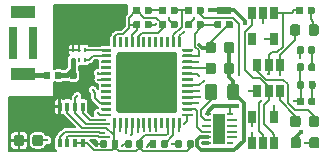
<source format=gbr>
G04 #@! TF.GenerationSoftware,KiCad,Pcbnew,(5.1.5-0-10_14)*
G04 #@! TF.CreationDate,2020-09-24T10:17:21-04:00*
G04 #@! TF.ProjectId,ESLO_RB,45534c4f-5f52-4422-9e6b-696361645f70,rev?*
G04 #@! TF.SameCoordinates,Original*
G04 #@! TF.FileFunction,Copper,L1,Top*
G04 #@! TF.FilePolarity,Positive*
%FSLAX46Y46*%
G04 Gerber Fmt 4.6, Leading zero omitted, Abs format (unit mm)*
G04 Created by KiCad (PCBNEW (5.1.5-0-10_14)) date 2020-09-24 10:17:21*
%MOMM*%
%LPD*%
G04 APERTURE LIST*
%ADD10C,0.200000*%
%ADD11C,0.100000*%
%ADD12R,0.700000X2.800000*%
%ADD13R,2.000000X1.000000*%
%ADD14R,0.250000X0.450000*%
%ADD15R,0.350000X0.800000*%
%ADD16R,0.650000X1.060000*%
%ADD17R,1.000000X2.650000*%
%ADD18R,0.500000X0.250000*%
%ADD19C,0.500000*%
%ADD20C,0.450000*%
%ADD21C,0.254000*%
%ADD22C,0.450000*%
%ADD23C,0.300000*%
%ADD24C,0.150000*%
G04 APERTURE END LIST*
D10*
G36*
X142500000Y-90250000D02*
G01*
X143500000Y-90250000D01*
X143500000Y-90750000D01*
X142500000Y-90750000D01*
X142500000Y-90250000D01*
G37*
X142500000Y-90250000D02*
X143500000Y-90250000D01*
X143500000Y-90750000D01*
X142500000Y-90750000D01*
X142500000Y-90250000D01*
G04 #@! TA.AperFunction,SMDPad,CuDef*
D11*
G36*
X149591958Y-90180710D02*
G01*
X149606276Y-90182834D01*
X149620317Y-90186351D01*
X149633946Y-90191228D01*
X149647031Y-90197417D01*
X149659447Y-90204858D01*
X149671073Y-90213481D01*
X149681798Y-90223202D01*
X149691519Y-90233927D01*
X149700142Y-90245553D01*
X149707583Y-90257969D01*
X149713772Y-90271054D01*
X149718649Y-90284683D01*
X149722166Y-90298724D01*
X149724290Y-90313042D01*
X149725000Y-90327500D01*
X149725000Y-90672500D01*
X149724290Y-90686958D01*
X149722166Y-90701276D01*
X149718649Y-90715317D01*
X149713772Y-90728946D01*
X149707583Y-90742031D01*
X149700142Y-90754447D01*
X149691519Y-90766073D01*
X149681798Y-90776798D01*
X149671073Y-90786519D01*
X149659447Y-90795142D01*
X149647031Y-90802583D01*
X149633946Y-90808772D01*
X149620317Y-90813649D01*
X149606276Y-90817166D01*
X149591958Y-90819290D01*
X149577500Y-90820000D01*
X149282500Y-90820000D01*
X149268042Y-90819290D01*
X149253724Y-90817166D01*
X149239683Y-90813649D01*
X149226054Y-90808772D01*
X149212969Y-90802583D01*
X149200553Y-90795142D01*
X149188927Y-90786519D01*
X149178202Y-90776798D01*
X149168481Y-90766073D01*
X149159858Y-90754447D01*
X149152417Y-90742031D01*
X149146228Y-90728946D01*
X149141351Y-90715317D01*
X149137834Y-90701276D01*
X149135710Y-90686958D01*
X149135000Y-90672500D01*
X149135000Y-90327500D01*
X149135710Y-90313042D01*
X149137834Y-90298724D01*
X149141351Y-90284683D01*
X149146228Y-90271054D01*
X149152417Y-90257969D01*
X149159858Y-90245553D01*
X149168481Y-90233927D01*
X149178202Y-90223202D01*
X149188927Y-90213481D01*
X149200553Y-90204858D01*
X149212969Y-90197417D01*
X149226054Y-90191228D01*
X149239683Y-90186351D01*
X149253724Y-90182834D01*
X149268042Y-90180710D01*
X149282500Y-90180000D01*
X149577500Y-90180000D01*
X149591958Y-90180710D01*
G37*
G04 #@! TD.AperFunction*
G04 #@! TA.AperFunction,SMDPad,CuDef*
G36*
X150561958Y-90180710D02*
G01*
X150576276Y-90182834D01*
X150590317Y-90186351D01*
X150603946Y-90191228D01*
X150617031Y-90197417D01*
X150629447Y-90204858D01*
X150641073Y-90213481D01*
X150651798Y-90223202D01*
X150661519Y-90233927D01*
X150670142Y-90245553D01*
X150677583Y-90257969D01*
X150683772Y-90271054D01*
X150688649Y-90284683D01*
X150692166Y-90298724D01*
X150694290Y-90313042D01*
X150695000Y-90327500D01*
X150695000Y-90672500D01*
X150694290Y-90686958D01*
X150692166Y-90701276D01*
X150688649Y-90715317D01*
X150683772Y-90728946D01*
X150677583Y-90742031D01*
X150670142Y-90754447D01*
X150661519Y-90766073D01*
X150651798Y-90776798D01*
X150641073Y-90786519D01*
X150629447Y-90795142D01*
X150617031Y-90802583D01*
X150603946Y-90808772D01*
X150590317Y-90813649D01*
X150576276Y-90817166D01*
X150561958Y-90819290D01*
X150547500Y-90820000D01*
X150252500Y-90820000D01*
X150238042Y-90819290D01*
X150223724Y-90817166D01*
X150209683Y-90813649D01*
X150196054Y-90808772D01*
X150182969Y-90802583D01*
X150170553Y-90795142D01*
X150158927Y-90786519D01*
X150148202Y-90776798D01*
X150138481Y-90766073D01*
X150129858Y-90754447D01*
X150122417Y-90742031D01*
X150116228Y-90728946D01*
X150111351Y-90715317D01*
X150107834Y-90701276D01*
X150105710Y-90686958D01*
X150105000Y-90672500D01*
X150105000Y-90327500D01*
X150105710Y-90313042D01*
X150107834Y-90298724D01*
X150111351Y-90284683D01*
X150116228Y-90271054D01*
X150122417Y-90257969D01*
X150129858Y-90245553D01*
X150138481Y-90233927D01*
X150148202Y-90223202D01*
X150158927Y-90213481D01*
X150170553Y-90204858D01*
X150182969Y-90197417D01*
X150196054Y-90191228D01*
X150209683Y-90186351D01*
X150223724Y-90182834D01*
X150238042Y-90180710D01*
X150252500Y-90180000D01*
X150547500Y-90180000D01*
X150561958Y-90180710D01*
G37*
G04 #@! TD.AperFunction*
D12*
X125150000Y-93250000D03*
X126850000Y-93250000D03*
D13*
X126000000Y-95850000D03*
X126000000Y-90650000D03*
G04 #@! TA.AperFunction,SMDPad,CuDef*
D11*
G36*
X131381958Y-95680710D02*
G01*
X131396276Y-95682834D01*
X131410317Y-95686351D01*
X131423946Y-95691228D01*
X131437031Y-95697417D01*
X131449447Y-95704858D01*
X131461073Y-95713481D01*
X131471798Y-95723202D01*
X131481519Y-95733927D01*
X131490142Y-95745553D01*
X131497583Y-95757969D01*
X131503772Y-95771054D01*
X131508649Y-95784683D01*
X131512166Y-95798724D01*
X131514290Y-95813042D01*
X131515000Y-95827500D01*
X131515000Y-96172500D01*
X131514290Y-96186958D01*
X131512166Y-96201276D01*
X131508649Y-96215317D01*
X131503772Y-96228946D01*
X131497583Y-96242031D01*
X131490142Y-96254447D01*
X131481519Y-96266073D01*
X131471798Y-96276798D01*
X131461073Y-96286519D01*
X131449447Y-96295142D01*
X131437031Y-96302583D01*
X131423946Y-96308772D01*
X131410317Y-96313649D01*
X131396276Y-96317166D01*
X131381958Y-96319290D01*
X131367500Y-96320000D01*
X131072500Y-96320000D01*
X131058042Y-96319290D01*
X131043724Y-96317166D01*
X131029683Y-96313649D01*
X131016054Y-96308772D01*
X131002969Y-96302583D01*
X130990553Y-96295142D01*
X130978927Y-96286519D01*
X130968202Y-96276798D01*
X130958481Y-96266073D01*
X130949858Y-96254447D01*
X130942417Y-96242031D01*
X130936228Y-96228946D01*
X130931351Y-96215317D01*
X130927834Y-96201276D01*
X130925710Y-96186958D01*
X130925000Y-96172500D01*
X130925000Y-95827500D01*
X130925710Y-95813042D01*
X130927834Y-95798724D01*
X130931351Y-95784683D01*
X130936228Y-95771054D01*
X130942417Y-95757969D01*
X130949858Y-95745553D01*
X130958481Y-95733927D01*
X130968202Y-95723202D01*
X130978927Y-95713481D01*
X130990553Y-95704858D01*
X131002969Y-95697417D01*
X131016054Y-95691228D01*
X131029683Y-95686351D01*
X131043724Y-95682834D01*
X131058042Y-95680710D01*
X131072500Y-95680000D01*
X131367500Y-95680000D01*
X131381958Y-95680710D01*
G37*
G04 #@! TD.AperFunction*
G04 #@! TA.AperFunction,SMDPad,CuDef*
G36*
X130411958Y-95680710D02*
G01*
X130426276Y-95682834D01*
X130440317Y-95686351D01*
X130453946Y-95691228D01*
X130467031Y-95697417D01*
X130479447Y-95704858D01*
X130491073Y-95713481D01*
X130501798Y-95723202D01*
X130511519Y-95733927D01*
X130520142Y-95745553D01*
X130527583Y-95757969D01*
X130533772Y-95771054D01*
X130538649Y-95784683D01*
X130542166Y-95798724D01*
X130544290Y-95813042D01*
X130545000Y-95827500D01*
X130545000Y-96172500D01*
X130544290Y-96186958D01*
X130542166Y-96201276D01*
X130538649Y-96215317D01*
X130533772Y-96228946D01*
X130527583Y-96242031D01*
X130520142Y-96254447D01*
X130511519Y-96266073D01*
X130501798Y-96276798D01*
X130491073Y-96286519D01*
X130479447Y-96295142D01*
X130467031Y-96302583D01*
X130453946Y-96308772D01*
X130440317Y-96313649D01*
X130426276Y-96317166D01*
X130411958Y-96319290D01*
X130397500Y-96320000D01*
X130102500Y-96320000D01*
X130088042Y-96319290D01*
X130073724Y-96317166D01*
X130059683Y-96313649D01*
X130046054Y-96308772D01*
X130032969Y-96302583D01*
X130020553Y-96295142D01*
X130008927Y-96286519D01*
X129998202Y-96276798D01*
X129988481Y-96266073D01*
X129979858Y-96254447D01*
X129972417Y-96242031D01*
X129966228Y-96228946D01*
X129961351Y-96215317D01*
X129957834Y-96201276D01*
X129955710Y-96186958D01*
X129955000Y-96172500D01*
X129955000Y-95827500D01*
X129955710Y-95813042D01*
X129957834Y-95798724D01*
X129961351Y-95784683D01*
X129966228Y-95771054D01*
X129972417Y-95757969D01*
X129979858Y-95745553D01*
X129988481Y-95733927D01*
X129998202Y-95723202D01*
X130008927Y-95713481D01*
X130020553Y-95704858D01*
X130032969Y-95697417D01*
X130046054Y-95691228D01*
X130059683Y-95686351D01*
X130073724Y-95682834D01*
X130088042Y-95680710D01*
X130102500Y-95680000D01*
X130397500Y-95680000D01*
X130411958Y-95680710D01*
G37*
G04 #@! TD.AperFunction*
G04 #@! TA.AperFunction,SMDPad,CuDef*
G36*
X128191958Y-95680710D02*
G01*
X128206276Y-95682834D01*
X128220317Y-95686351D01*
X128233946Y-95691228D01*
X128247031Y-95697417D01*
X128259447Y-95704858D01*
X128271073Y-95713481D01*
X128281798Y-95723202D01*
X128291519Y-95733927D01*
X128300142Y-95745553D01*
X128307583Y-95757969D01*
X128313772Y-95771054D01*
X128318649Y-95784683D01*
X128322166Y-95798724D01*
X128324290Y-95813042D01*
X128325000Y-95827500D01*
X128325000Y-96172500D01*
X128324290Y-96186958D01*
X128322166Y-96201276D01*
X128318649Y-96215317D01*
X128313772Y-96228946D01*
X128307583Y-96242031D01*
X128300142Y-96254447D01*
X128291519Y-96266073D01*
X128281798Y-96276798D01*
X128271073Y-96286519D01*
X128259447Y-96295142D01*
X128247031Y-96302583D01*
X128233946Y-96308772D01*
X128220317Y-96313649D01*
X128206276Y-96317166D01*
X128191958Y-96319290D01*
X128177500Y-96320000D01*
X127882500Y-96320000D01*
X127868042Y-96319290D01*
X127853724Y-96317166D01*
X127839683Y-96313649D01*
X127826054Y-96308772D01*
X127812969Y-96302583D01*
X127800553Y-96295142D01*
X127788927Y-96286519D01*
X127778202Y-96276798D01*
X127768481Y-96266073D01*
X127759858Y-96254447D01*
X127752417Y-96242031D01*
X127746228Y-96228946D01*
X127741351Y-96215317D01*
X127737834Y-96201276D01*
X127735710Y-96186958D01*
X127735000Y-96172500D01*
X127735000Y-95827500D01*
X127735710Y-95813042D01*
X127737834Y-95798724D01*
X127741351Y-95784683D01*
X127746228Y-95771054D01*
X127752417Y-95757969D01*
X127759858Y-95745553D01*
X127768481Y-95733927D01*
X127778202Y-95723202D01*
X127788927Y-95713481D01*
X127800553Y-95704858D01*
X127812969Y-95697417D01*
X127826054Y-95691228D01*
X127839683Y-95686351D01*
X127853724Y-95682834D01*
X127868042Y-95680710D01*
X127882500Y-95680000D01*
X128177500Y-95680000D01*
X128191958Y-95680710D01*
G37*
G04 #@! TD.AperFunction*
G04 #@! TA.AperFunction,SMDPad,CuDef*
G36*
X129161958Y-95680710D02*
G01*
X129176276Y-95682834D01*
X129190317Y-95686351D01*
X129203946Y-95691228D01*
X129217031Y-95697417D01*
X129229447Y-95704858D01*
X129241073Y-95713481D01*
X129251798Y-95723202D01*
X129261519Y-95733927D01*
X129270142Y-95745553D01*
X129277583Y-95757969D01*
X129283772Y-95771054D01*
X129288649Y-95784683D01*
X129292166Y-95798724D01*
X129294290Y-95813042D01*
X129295000Y-95827500D01*
X129295000Y-96172500D01*
X129294290Y-96186958D01*
X129292166Y-96201276D01*
X129288649Y-96215317D01*
X129283772Y-96228946D01*
X129277583Y-96242031D01*
X129270142Y-96254447D01*
X129261519Y-96266073D01*
X129251798Y-96276798D01*
X129241073Y-96286519D01*
X129229447Y-96295142D01*
X129217031Y-96302583D01*
X129203946Y-96308772D01*
X129190317Y-96313649D01*
X129176276Y-96317166D01*
X129161958Y-96319290D01*
X129147500Y-96320000D01*
X128852500Y-96320000D01*
X128838042Y-96319290D01*
X128823724Y-96317166D01*
X128809683Y-96313649D01*
X128796054Y-96308772D01*
X128782969Y-96302583D01*
X128770553Y-96295142D01*
X128758927Y-96286519D01*
X128748202Y-96276798D01*
X128738481Y-96266073D01*
X128729858Y-96254447D01*
X128722417Y-96242031D01*
X128716228Y-96228946D01*
X128711351Y-96215317D01*
X128707834Y-96201276D01*
X128705710Y-96186958D01*
X128705000Y-96172500D01*
X128705000Y-95827500D01*
X128705710Y-95813042D01*
X128707834Y-95798724D01*
X128711351Y-95784683D01*
X128716228Y-95771054D01*
X128722417Y-95757969D01*
X128729858Y-95745553D01*
X128738481Y-95733927D01*
X128748202Y-95723202D01*
X128758927Y-95713481D01*
X128770553Y-95704858D01*
X128782969Y-95697417D01*
X128796054Y-95691228D01*
X128809683Y-95686351D01*
X128823724Y-95682834D01*
X128838042Y-95680710D01*
X128852500Y-95680000D01*
X129147500Y-95680000D01*
X129161958Y-95680710D01*
G37*
G04 #@! TD.AperFunction*
G04 #@! TA.AperFunction,SMDPad,CuDef*
G36*
X133818626Y-92725301D02*
G01*
X133824693Y-92726201D01*
X133830643Y-92727691D01*
X133836418Y-92729758D01*
X133841962Y-92732380D01*
X133847223Y-92735533D01*
X133852150Y-92739187D01*
X133856694Y-92743306D01*
X133860813Y-92747850D01*
X133864467Y-92752777D01*
X133867620Y-92758038D01*
X133870242Y-92763582D01*
X133872309Y-92769357D01*
X133873799Y-92775307D01*
X133874699Y-92781374D01*
X133875000Y-92787500D01*
X133875000Y-93537500D01*
X133874699Y-93543626D01*
X133873799Y-93549693D01*
X133872309Y-93555643D01*
X133870242Y-93561418D01*
X133867620Y-93566962D01*
X133864467Y-93572223D01*
X133860813Y-93577150D01*
X133856694Y-93581694D01*
X133852150Y-93585813D01*
X133847223Y-93589467D01*
X133841962Y-93592620D01*
X133836418Y-93595242D01*
X133830643Y-93597309D01*
X133824693Y-93598799D01*
X133818626Y-93599699D01*
X133812500Y-93600000D01*
X133687500Y-93600000D01*
X133681374Y-93599699D01*
X133675307Y-93598799D01*
X133669357Y-93597309D01*
X133663582Y-93595242D01*
X133658038Y-93592620D01*
X133652777Y-93589467D01*
X133647850Y-93585813D01*
X133643306Y-93581694D01*
X133639187Y-93577150D01*
X133635533Y-93572223D01*
X133632380Y-93566962D01*
X133629758Y-93561418D01*
X133627691Y-93555643D01*
X133626201Y-93549693D01*
X133625301Y-93543626D01*
X133625000Y-93537500D01*
X133625000Y-92787500D01*
X133625301Y-92781374D01*
X133626201Y-92775307D01*
X133627691Y-92769357D01*
X133629758Y-92763582D01*
X133632380Y-92758038D01*
X133635533Y-92752777D01*
X133639187Y-92747850D01*
X133643306Y-92743306D01*
X133647850Y-92739187D01*
X133652777Y-92735533D01*
X133658038Y-92732380D01*
X133663582Y-92729758D01*
X133669357Y-92727691D01*
X133675307Y-92726201D01*
X133681374Y-92725301D01*
X133687500Y-92725000D01*
X133812500Y-92725000D01*
X133818626Y-92725301D01*
G37*
G04 #@! TD.AperFunction*
G04 #@! TA.AperFunction,SMDPad,CuDef*
G36*
X134318626Y-92725301D02*
G01*
X134324693Y-92726201D01*
X134330643Y-92727691D01*
X134336418Y-92729758D01*
X134341962Y-92732380D01*
X134347223Y-92735533D01*
X134352150Y-92739187D01*
X134356694Y-92743306D01*
X134360813Y-92747850D01*
X134364467Y-92752777D01*
X134367620Y-92758038D01*
X134370242Y-92763582D01*
X134372309Y-92769357D01*
X134373799Y-92775307D01*
X134374699Y-92781374D01*
X134375000Y-92787500D01*
X134375000Y-93537500D01*
X134374699Y-93543626D01*
X134373799Y-93549693D01*
X134372309Y-93555643D01*
X134370242Y-93561418D01*
X134367620Y-93566962D01*
X134364467Y-93572223D01*
X134360813Y-93577150D01*
X134356694Y-93581694D01*
X134352150Y-93585813D01*
X134347223Y-93589467D01*
X134341962Y-93592620D01*
X134336418Y-93595242D01*
X134330643Y-93597309D01*
X134324693Y-93598799D01*
X134318626Y-93599699D01*
X134312500Y-93600000D01*
X134187500Y-93600000D01*
X134181374Y-93599699D01*
X134175307Y-93598799D01*
X134169357Y-93597309D01*
X134163582Y-93595242D01*
X134158038Y-93592620D01*
X134152777Y-93589467D01*
X134147850Y-93585813D01*
X134143306Y-93581694D01*
X134139187Y-93577150D01*
X134135533Y-93572223D01*
X134132380Y-93566962D01*
X134129758Y-93561418D01*
X134127691Y-93555643D01*
X134126201Y-93549693D01*
X134125301Y-93543626D01*
X134125000Y-93537500D01*
X134125000Y-92787500D01*
X134125301Y-92781374D01*
X134126201Y-92775307D01*
X134127691Y-92769357D01*
X134129758Y-92763582D01*
X134132380Y-92758038D01*
X134135533Y-92752777D01*
X134139187Y-92747850D01*
X134143306Y-92743306D01*
X134147850Y-92739187D01*
X134152777Y-92735533D01*
X134158038Y-92732380D01*
X134163582Y-92729758D01*
X134169357Y-92727691D01*
X134175307Y-92726201D01*
X134181374Y-92725301D01*
X134187500Y-92725000D01*
X134312500Y-92725000D01*
X134318626Y-92725301D01*
G37*
G04 #@! TD.AperFunction*
G04 #@! TA.AperFunction,SMDPad,CuDef*
G36*
X134818626Y-92725301D02*
G01*
X134824693Y-92726201D01*
X134830643Y-92727691D01*
X134836418Y-92729758D01*
X134841962Y-92732380D01*
X134847223Y-92735533D01*
X134852150Y-92739187D01*
X134856694Y-92743306D01*
X134860813Y-92747850D01*
X134864467Y-92752777D01*
X134867620Y-92758038D01*
X134870242Y-92763582D01*
X134872309Y-92769357D01*
X134873799Y-92775307D01*
X134874699Y-92781374D01*
X134875000Y-92787500D01*
X134875000Y-93537500D01*
X134874699Y-93543626D01*
X134873799Y-93549693D01*
X134872309Y-93555643D01*
X134870242Y-93561418D01*
X134867620Y-93566962D01*
X134864467Y-93572223D01*
X134860813Y-93577150D01*
X134856694Y-93581694D01*
X134852150Y-93585813D01*
X134847223Y-93589467D01*
X134841962Y-93592620D01*
X134836418Y-93595242D01*
X134830643Y-93597309D01*
X134824693Y-93598799D01*
X134818626Y-93599699D01*
X134812500Y-93600000D01*
X134687500Y-93600000D01*
X134681374Y-93599699D01*
X134675307Y-93598799D01*
X134669357Y-93597309D01*
X134663582Y-93595242D01*
X134658038Y-93592620D01*
X134652777Y-93589467D01*
X134647850Y-93585813D01*
X134643306Y-93581694D01*
X134639187Y-93577150D01*
X134635533Y-93572223D01*
X134632380Y-93566962D01*
X134629758Y-93561418D01*
X134627691Y-93555643D01*
X134626201Y-93549693D01*
X134625301Y-93543626D01*
X134625000Y-93537500D01*
X134625000Y-92787500D01*
X134625301Y-92781374D01*
X134626201Y-92775307D01*
X134627691Y-92769357D01*
X134629758Y-92763582D01*
X134632380Y-92758038D01*
X134635533Y-92752777D01*
X134639187Y-92747850D01*
X134643306Y-92743306D01*
X134647850Y-92739187D01*
X134652777Y-92735533D01*
X134658038Y-92732380D01*
X134663582Y-92729758D01*
X134669357Y-92727691D01*
X134675307Y-92726201D01*
X134681374Y-92725301D01*
X134687500Y-92725000D01*
X134812500Y-92725000D01*
X134818626Y-92725301D01*
G37*
G04 #@! TD.AperFunction*
G04 #@! TA.AperFunction,SMDPad,CuDef*
G36*
X135318626Y-92725301D02*
G01*
X135324693Y-92726201D01*
X135330643Y-92727691D01*
X135336418Y-92729758D01*
X135341962Y-92732380D01*
X135347223Y-92735533D01*
X135352150Y-92739187D01*
X135356694Y-92743306D01*
X135360813Y-92747850D01*
X135364467Y-92752777D01*
X135367620Y-92758038D01*
X135370242Y-92763582D01*
X135372309Y-92769357D01*
X135373799Y-92775307D01*
X135374699Y-92781374D01*
X135375000Y-92787500D01*
X135375000Y-93537500D01*
X135374699Y-93543626D01*
X135373799Y-93549693D01*
X135372309Y-93555643D01*
X135370242Y-93561418D01*
X135367620Y-93566962D01*
X135364467Y-93572223D01*
X135360813Y-93577150D01*
X135356694Y-93581694D01*
X135352150Y-93585813D01*
X135347223Y-93589467D01*
X135341962Y-93592620D01*
X135336418Y-93595242D01*
X135330643Y-93597309D01*
X135324693Y-93598799D01*
X135318626Y-93599699D01*
X135312500Y-93600000D01*
X135187500Y-93600000D01*
X135181374Y-93599699D01*
X135175307Y-93598799D01*
X135169357Y-93597309D01*
X135163582Y-93595242D01*
X135158038Y-93592620D01*
X135152777Y-93589467D01*
X135147850Y-93585813D01*
X135143306Y-93581694D01*
X135139187Y-93577150D01*
X135135533Y-93572223D01*
X135132380Y-93566962D01*
X135129758Y-93561418D01*
X135127691Y-93555643D01*
X135126201Y-93549693D01*
X135125301Y-93543626D01*
X135125000Y-93537500D01*
X135125000Y-92787500D01*
X135125301Y-92781374D01*
X135126201Y-92775307D01*
X135127691Y-92769357D01*
X135129758Y-92763582D01*
X135132380Y-92758038D01*
X135135533Y-92752777D01*
X135139187Y-92747850D01*
X135143306Y-92743306D01*
X135147850Y-92739187D01*
X135152777Y-92735533D01*
X135158038Y-92732380D01*
X135163582Y-92729758D01*
X135169357Y-92727691D01*
X135175307Y-92726201D01*
X135181374Y-92725301D01*
X135187500Y-92725000D01*
X135312500Y-92725000D01*
X135318626Y-92725301D01*
G37*
G04 #@! TD.AperFunction*
G04 #@! TA.AperFunction,SMDPad,CuDef*
G36*
X135818626Y-92725301D02*
G01*
X135824693Y-92726201D01*
X135830643Y-92727691D01*
X135836418Y-92729758D01*
X135841962Y-92732380D01*
X135847223Y-92735533D01*
X135852150Y-92739187D01*
X135856694Y-92743306D01*
X135860813Y-92747850D01*
X135864467Y-92752777D01*
X135867620Y-92758038D01*
X135870242Y-92763582D01*
X135872309Y-92769357D01*
X135873799Y-92775307D01*
X135874699Y-92781374D01*
X135875000Y-92787500D01*
X135875000Y-93537500D01*
X135874699Y-93543626D01*
X135873799Y-93549693D01*
X135872309Y-93555643D01*
X135870242Y-93561418D01*
X135867620Y-93566962D01*
X135864467Y-93572223D01*
X135860813Y-93577150D01*
X135856694Y-93581694D01*
X135852150Y-93585813D01*
X135847223Y-93589467D01*
X135841962Y-93592620D01*
X135836418Y-93595242D01*
X135830643Y-93597309D01*
X135824693Y-93598799D01*
X135818626Y-93599699D01*
X135812500Y-93600000D01*
X135687500Y-93600000D01*
X135681374Y-93599699D01*
X135675307Y-93598799D01*
X135669357Y-93597309D01*
X135663582Y-93595242D01*
X135658038Y-93592620D01*
X135652777Y-93589467D01*
X135647850Y-93585813D01*
X135643306Y-93581694D01*
X135639187Y-93577150D01*
X135635533Y-93572223D01*
X135632380Y-93566962D01*
X135629758Y-93561418D01*
X135627691Y-93555643D01*
X135626201Y-93549693D01*
X135625301Y-93543626D01*
X135625000Y-93537500D01*
X135625000Y-92787500D01*
X135625301Y-92781374D01*
X135626201Y-92775307D01*
X135627691Y-92769357D01*
X135629758Y-92763582D01*
X135632380Y-92758038D01*
X135635533Y-92752777D01*
X135639187Y-92747850D01*
X135643306Y-92743306D01*
X135647850Y-92739187D01*
X135652777Y-92735533D01*
X135658038Y-92732380D01*
X135663582Y-92729758D01*
X135669357Y-92727691D01*
X135675307Y-92726201D01*
X135681374Y-92725301D01*
X135687500Y-92725000D01*
X135812500Y-92725000D01*
X135818626Y-92725301D01*
G37*
G04 #@! TD.AperFunction*
G04 #@! TA.AperFunction,SMDPad,CuDef*
G36*
X136318626Y-92725301D02*
G01*
X136324693Y-92726201D01*
X136330643Y-92727691D01*
X136336418Y-92729758D01*
X136341962Y-92732380D01*
X136347223Y-92735533D01*
X136352150Y-92739187D01*
X136356694Y-92743306D01*
X136360813Y-92747850D01*
X136364467Y-92752777D01*
X136367620Y-92758038D01*
X136370242Y-92763582D01*
X136372309Y-92769357D01*
X136373799Y-92775307D01*
X136374699Y-92781374D01*
X136375000Y-92787500D01*
X136375000Y-93537500D01*
X136374699Y-93543626D01*
X136373799Y-93549693D01*
X136372309Y-93555643D01*
X136370242Y-93561418D01*
X136367620Y-93566962D01*
X136364467Y-93572223D01*
X136360813Y-93577150D01*
X136356694Y-93581694D01*
X136352150Y-93585813D01*
X136347223Y-93589467D01*
X136341962Y-93592620D01*
X136336418Y-93595242D01*
X136330643Y-93597309D01*
X136324693Y-93598799D01*
X136318626Y-93599699D01*
X136312500Y-93600000D01*
X136187500Y-93600000D01*
X136181374Y-93599699D01*
X136175307Y-93598799D01*
X136169357Y-93597309D01*
X136163582Y-93595242D01*
X136158038Y-93592620D01*
X136152777Y-93589467D01*
X136147850Y-93585813D01*
X136143306Y-93581694D01*
X136139187Y-93577150D01*
X136135533Y-93572223D01*
X136132380Y-93566962D01*
X136129758Y-93561418D01*
X136127691Y-93555643D01*
X136126201Y-93549693D01*
X136125301Y-93543626D01*
X136125000Y-93537500D01*
X136125000Y-92787500D01*
X136125301Y-92781374D01*
X136126201Y-92775307D01*
X136127691Y-92769357D01*
X136129758Y-92763582D01*
X136132380Y-92758038D01*
X136135533Y-92752777D01*
X136139187Y-92747850D01*
X136143306Y-92743306D01*
X136147850Y-92739187D01*
X136152777Y-92735533D01*
X136158038Y-92732380D01*
X136163582Y-92729758D01*
X136169357Y-92727691D01*
X136175307Y-92726201D01*
X136181374Y-92725301D01*
X136187500Y-92725000D01*
X136312500Y-92725000D01*
X136318626Y-92725301D01*
G37*
G04 #@! TD.AperFunction*
G04 #@! TA.AperFunction,SMDPad,CuDef*
G36*
X136818626Y-92725301D02*
G01*
X136824693Y-92726201D01*
X136830643Y-92727691D01*
X136836418Y-92729758D01*
X136841962Y-92732380D01*
X136847223Y-92735533D01*
X136852150Y-92739187D01*
X136856694Y-92743306D01*
X136860813Y-92747850D01*
X136864467Y-92752777D01*
X136867620Y-92758038D01*
X136870242Y-92763582D01*
X136872309Y-92769357D01*
X136873799Y-92775307D01*
X136874699Y-92781374D01*
X136875000Y-92787500D01*
X136875000Y-93537500D01*
X136874699Y-93543626D01*
X136873799Y-93549693D01*
X136872309Y-93555643D01*
X136870242Y-93561418D01*
X136867620Y-93566962D01*
X136864467Y-93572223D01*
X136860813Y-93577150D01*
X136856694Y-93581694D01*
X136852150Y-93585813D01*
X136847223Y-93589467D01*
X136841962Y-93592620D01*
X136836418Y-93595242D01*
X136830643Y-93597309D01*
X136824693Y-93598799D01*
X136818626Y-93599699D01*
X136812500Y-93600000D01*
X136687500Y-93600000D01*
X136681374Y-93599699D01*
X136675307Y-93598799D01*
X136669357Y-93597309D01*
X136663582Y-93595242D01*
X136658038Y-93592620D01*
X136652777Y-93589467D01*
X136647850Y-93585813D01*
X136643306Y-93581694D01*
X136639187Y-93577150D01*
X136635533Y-93572223D01*
X136632380Y-93566962D01*
X136629758Y-93561418D01*
X136627691Y-93555643D01*
X136626201Y-93549693D01*
X136625301Y-93543626D01*
X136625000Y-93537500D01*
X136625000Y-92787500D01*
X136625301Y-92781374D01*
X136626201Y-92775307D01*
X136627691Y-92769357D01*
X136629758Y-92763582D01*
X136632380Y-92758038D01*
X136635533Y-92752777D01*
X136639187Y-92747850D01*
X136643306Y-92743306D01*
X136647850Y-92739187D01*
X136652777Y-92735533D01*
X136658038Y-92732380D01*
X136663582Y-92729758D01*
X136669357Y-92727691D01*
X136675307Y-92726201D01*
X136681374Y-92725301D01*
X136687500Y-92725000D01*
X136812500Y-92725000D01*
X136818626Y-92725301D01*
G37*
G04 #@! TD.AperFunction*
G04 #@! TA.AperFunction,SMDPad,CuDef*
G36*
X137318626Y-92725301D02*
G01*
X137324693Y-92726201D01*
X137330643Y-92727691D01*
X137336418Y-92729758D01*
X137341962Y-92732380D01*
X137347223Y-92735533D01*
X137352150Y-92739187D01*
X137356694Y-92743306D01*
X137360813Y-92747850D01*
X137364467Y-92752777D01*
X137367620Y-92758038D01*
X137370242Y-92763582D01*
X137372309Y-92769357D01*
X137373799Y-92775307D01*
X137374699Y-92781374D01*
X137375000Y-92787500D01*
X137375000Y-93537500D01*
X137374699Y-93543626D01*
X137373799Y-93549693D01*
X137372309Y-93555643D01*
X137370242Y-93561418D01*
X137367620Y-93566962D01*
X137364467Y-93572223D01*
X137360813Y-93577150D01*
X137356694Y-93581694D01*
X137352150Y-93585813D01*
X137347223Y-93589467D01*
X137341962Y-93592620D01*
X137336418Y-93595242D01*
X137330643Y-93597309D01*
X137324693Y-93598799D01*
X137318626Y-93599699D01*
X137312500Y-93600000D01*
X137187500Y-93600000D01*
X137181374Y-93599699D01*
X137175307Y-93598799D01*
X137169357Y-93597309D01*
X137163582Y-93595242D01*
X137158038Y-93592620D01*
X137152777Y-93589467D01*
X137147850Y-93585813D01*
X137143306Y-93581694D01*
X137139187Y-93577150D01*
X137135533Y-93572223D01*
X137132380Y-93566962D01*
X137129758Y-93561418D01*
X137127691Y-93555643D01*
X137126201Y-93549693D01*
X137125301Y-93543626D01*
X137125000Y-93537500D01*
X137125000Y-92787500D01*
X137125301Y-92781374D01*
X137126201Y-92775307D01*
X137127691Y-92769357D01*
X137129758Y-92763582D01*
X137132380Y-92758038D01*
X137135533Y-92752777D01*
X137139187Y-92747850D01*
X137143306Y-92743306D01*
X137147850Y-92739187D01*
X137152777Y-92735533D01*
X137158038Y-92732380D01*
X137163582Y-92729758D01*
X137169357Y-92727691D01*
X137175307Y-92726201D01*
X137181374Y-92725301D01*
X137187500Y-92725000D01*
X137312500Y-92725000D01*
X137318626Y-92725301D01*
G37*
G04 #@! TD.AperFunction*
G04 #@! TA.AperFunction,SMDPad,CuDef*
G36*
X137818626Y-92725301D02*
G01*
X137824693Y-92726201D01*
X137830643Y-92727691D01*
X137836418Y-92729758D01*
X137841962Y-92732380D01*
X137847223Y-92735533D01*
X137852150Y-92739187D01*
X137856694Y-92743306D01*
X137860813Y-92747850D01*
X137864467Y-92752777D01*
X137867620Y-92758038D01*
X137870242Y-92763582D01*
X137872309Y-92769357D01*
X137873799Y-92775307D01*
X137874699Y-92781374D01*
X137875000Y-92787500D01*
X137875000Y-93537500D01*
X137874699Y-93543626D01*
X137873799Y-93549693D01*
X137872309Y-93555643D01*
X137870242Y-93561418D01*
X137867620Y-93566962D01*
X137864467Y-93572223D01*
X137860813Y-93577150D01*
X137856694Y-93581694D01*
X137852150Y-93585813D01*
X137847223Y-93589467D01*
X137841962Y-93592620D01*
X137836418Y-93595242D01*
X137830643Y-93597309D01*
X137824693Y-93598799D01*
X137818626Y-93599699D01*
X137812500Y-93600000D01*
X137687500Y-93600000D01*
X137681374Y-93599699D01*
X137675307Y-93598799D01*
X137669357Y-93597309D01*
X137663582Y-93595242D01*
X137658038Y-93592620D01*
X137652777Y-93589467D01*
X137647850Y-93585813D01*
X137643306Y-93581694D01*
X137639187Y-93577150D01*
X137635533Y-93572223D01*
X137632380Y-93566962D01*
X137629758Y-93561418D01*
X137627691Y-93555643D01*
X137626201Y-93549693D01*
X137625301Y-93543626D01*
X137625000Y-93537500D01*
X137625000Y-92787500D01*
X137625301Y-92781374D01*
X137626201Y-92775307D01*
X137627691Y-92769357D01*
X137629758Y-92763582D01*
X137632380Y-92758038D01*
X137635533Y-92752777D01*
X137639187Y-92747850D01*
X137643306Y-92743306D01*
X137647850Y-92739187D01*
X137652777Y-92735533D01*
X137658038Y-92732380D01*
X137663582Y-92729758D01*
X137669357Y-92727691D01*
X137675307Y-92726201D01*
X137681374Y-92725301D01*
X137687500Y-92725000D01*
X137812500Y-92725000D01*
X137818626Y-92725301D01*
G37*
G04 #@! TD.AperFunction*
G04 #@! TA.AperFunction,SMDPad,CuDef*
G36*
X138318626Y-92725301D02*
G01*
X138324693Y-92726201D01*
X138330643Y-92727691D01*
X138336418Y-92729758D01*
X138341962Y-92732380D01*
X138347223Y-92735533D01*
X138352150Y-92739187D01*
X138356694Y-92743306D01*
X138360813Y-92747850D01*
X138364467Y-92752777D01*
X138367620Y-92758038D01*
X138370242Y-92763582D01*
X138372309Y-92769357D01*
X138373799Y-92775307D01*
X138374699Y-92781374D01*
X138375000Y-92787500D01*
X138375000Y-93537500D01*
X138374699Y-93543626D01*
X138373799Y-93549693D01*
X138372309Y-93555643D01*
X138370242Y-93561418D01*
X138367620Y-93566962D01*
X138364467Y-93572223D01*
X138360813Y-93577150D01*
X138356694Y-93581694D01*
X138352150Y-93585813D01*
X138347223Y-93589467D01*
X138341962Y-93592620D01*
X138336418Y-93595242D01*
X138330643Y-93597309D01*
X138324693Y-93598799D01*
X138318626Y-93599699D01*
X138312500Y-93600000D01*
X138187500Y-93600000D01*
X138181374Y-93599699D01*
X138175307Y-93598799D01*
X138169357Y-93597309D01*
X138163582Y-93595242D01*
X138158038Y-93592620D01*
X138152777Y-93589467D01*
X138147850Y-93585813D01*
X138143306Y-93581694D01*
X138139187Y-93577150D01*
X138135533Y-93572223D01*
X138132380Y-93566962D01*
X138129758Y-93561418D01*
X138127691Y-93555643D01*
X138126201Y-93549693D01*
X138125301Y-93543626D01*
X138125000Y-93537500D01*
X138125000Y-92787500D01*
X138125301Y-92781374D01*
X138126201Y-92775307D01*
X138127691Y-92769357D01*
X138129758Y-92763582D01*
X138132380Y-92758038D01*
X138135533Y-92752777D01*
X138139187Y-92747850D01*
X138143306Y-92743306D01*
X138147850Y-92739187D01*
X138152777Y-92735533D01*
X138158038Y-92732380D01*
X138163582Y-92729758D01*
X138169357Y-92727691D01*
X138175307Y-92726201D01*
X138181374Y-92725301D01*
X138187500Y-92725000D01*
X138312500Y-92725000D01*
X138318626Y-92725301D01*
G37*
G04 #@! TD.AperFunction*
G04 #@! TA.AperFunction,SMDPad,CuDef*
G36*
X138818626Y-92725301D02*
G01*
X138824693Y-92726201D01*
X138830643Y-92727691D01*
X138836418Y-92729758D01*
X138841962Y-92732380D01*
X138847223Y-92735533D01*
X138852150Y-92739187D01*
X138856694Y-92743306D01*
X138860813Y-92747850D01*
X138864467Y-92752777D01*
X138867620Y-92758038D01*
X138870242Y-92763582D01*
X138872309Y-92769357D01*
X138873799Y-92775307D01*
X138874699Y-92781374D01*
X138875000Y-92787500D01*
X138875000Y-93537500D01*
X138874699Y-93543626D01*
X138873799Y-93549693D01*
X138872309Y-93555643D01*
X138870242Y-93561418D01*
X138867620Y-93566962D01*
X138864467Y-93572223D01*
X138860813Y-93577150D01*
X138856694Y-93581694D01*
X138852150Y-93585813D01*
X138847223Y-93589467D01*
X138841962Y-93592620D01*
X138836418Y-93595242D01*
X138830643Y-93597309D01*
X138824693Y-93598799D01*
X138818626Y-93599699D01*
X138812500Y-93600000D01*
X138687500Y-93600000D01*
X138681374Y-93599699D01*
X138675307Y-93598799D01*
X138669357Y-93597309D01*
X138663582Y-93595242D01*
X138658038Y-93592620D01*
X138652777Y-93589467D01*
X138647850Y-93585813D01*
X138643306Y-93581694D01*
X138639187Y-93577150D01*
X138635533Y-93572223D01*
X138632380Y-93566962D01*
X138629758Y-93561418D01*
X138627691Y-93555643D01*
X138626201Y-93549693D01*
X138625301Y-93543626D01*
X138625000Y-93537500D01*
X138625000Y-92787500D01*
X138625301Y-92781374D01*
X138626201Y-92775307D01*
X138627691Y-92769357D01*
X138629758Y-92763582D01*
X138632380Y-92758038D01*
X138635533Y-92752777D01*
X138639187Y-92747850D01*
X138643306Y-92743306D01*
X138647850Y-92739187D01*
X138652777Y-92735533D01*
X138658038Y-92732380D01*
X138663582Y-92729758D01*
X138669357Y-92727691D01*
X138675307Y-92726201D01*
X138681374Y-92725301D01*
X138687500Y-92725000D01*
X138812500Y-92725000D01*
X138818626Y-92725301D01*
G37*
G04 #@! TD.AperFunction*
G04 #@! TA.AperFunction,SMDPad,CuDef*
G36*
X139318626Y-92725301D02*
G01*
X139324693Y-92726201D01*
X139330643Y-92727691D01*
X139336418Y-92729758D01*
X139341962Y-92732380D01*
X139347223Y-92735533D01*
X139352150Y-92739187D01*
X139356694Y-92743306D01*
X139360813Y-92747850D01*
X139364467Y-92752777D01*
X139367620Y-92758038D01*
X139370242Y-92763582D01*
X139372309Y-92769357D01*
X139373799Y-92775307D01*
X139374699Y-92781374D01*
X139375000Y-92787500D01*
X139375000Y-93537500D01*
X139374699Y-93543626D01*
X139373799Y-93549693D01*
X139372309Y-93555643D01*
X139370242Y-93561418D01*
X139367620Y-93566962D01*
X139364467Y-93572223D01*
X139360813Y-93577150D01*
X139356694Y-93581694D01*
X139352150Y-93585813D01*
X139347223Y-93589467D01*
X139341962Y-93592620D01*
X139336418Y-93595242D01*
X139330643Y-93597309D01*
X139324693Y-93598799D01*
X139318626Y-93599699D01*
X139312500Y-93600000D01*
X139187500Y-93600000D01*
X139181374Y-93599699D01*
X139175307Y-93598799D01*
X139169357Y-93597309D01*
X139163582Y-93595242D01*
X139158038Y-93592620D01*
X139152777Y-93589467D01*
X139147850Y-93585813D01*
X139143306Y-93581694D01*
X139139187Y-93577150D01*
X139135533Y-93572223D01*
X139132380Y-93566962D01*
X139129758Y-93561418D01*
X139127691Y-93555643D01*
X139126201Y-93549693D01*
X139125301Y-93543626D01*
X139125000Y-93537500D01*
X139125000Y-92787500D01*
X139125301Y-92781374D01*
X139126201Y-92775307D01*
X139127691Y-92769357D01*
X139129758Y-92763582D01*
X139132380Y-92758038D01*
X139135533Y-92752777D01*
X139139187Y-92747850D01*
X139143306Y-92743306D01*
X139147850Y-92739187D01*
X139152777Y-92735533D01*
X139158038Y-92732380D01*
X139163582Y-92729758D01*
X139169357Y-92727691D01*
X139175307Y-92726201D01*
X139181374Y-92725301D01*
X139187500Y-92725000D01*
X139312500Y-92725000D01*
X139318626Y-92725301D01*
G37*
G04 #@! TD.AperFunction*
G04 #@! TA.AperFunction,SMDPad,CuDef*
G36*
X140318626Y-93725301D02*
G01*
X140324693Y-93726201D01*
X140330643Y-93727691D01*
X140336418Y-93729758D01*
X140341962Y-93732380D01*
X140347223Y-93735533D01*
X140352150Y-93739187D01*
X140356694Y-93743306D01*
X140360813Y-93747850D01*
X140364467Y-93752777D01*
X140367620Y-93758038D01*
X140370242Y-93763582D01*
X140372309Y-93769357D01*
X140373799Y-93775307D01*
X140374699Y-93781374D01*
X140375000Y-93787500D01*
X140375000Y-93912500D01*
X140374699Y-93918626D01*
X140373799Y-93924693D01*
X140372309Y-93930643D01*
X140370242Y-93936418D01*
X140367620Y-93941962D01*
X140364467Y-93947223D01*
X140360813Y-93952150D01*
X140356694Y-93956694D01*
X140352150Y-93960813D01*
X140347223Y-93964467D01*
X140341962Y-93967620D01*
X140336418Y-93970242D01*
X140330643Y-93972309D01*
X140324693Y-93973799D01*
X140318626Y-93974699D01*
X140312500Y-93975000D01*
X139562500Y-93975000D01*
X139556374Y-93974699D01*
X139550307Y-93973799D01*
X139544357Y-93972309D01*
X139538582Y-93970242D01*
X139533038Y-93967620D01*
X139527777Y-93964467D01*
X139522850Y-93960813D01*
X139518306Y-93956694D01*
X139514187Y-93952150D01*
X139510533Y-93947223D01*
X139507380Y-93941962D01*
X139504758Y-93936418D01*
X139502691Y-93930643D01*
X139501201Y-93924693D01*
X139500301Y-93918626D01*
X139500000Y-93912500D01*
X139500000Y-93787500D01*
X139500301Y-93781374D01*
X139501201Y-93775307D01*
X139502691Y-93769357D01*
X139504758Y-93763582D01*
X139507380Y-93758038D01*
X139510533Y-93752777D01*
X139514187Y-93747850D01*
X139518306Y-93743306D01*
X139522850Y-93739187D01*
X139527777Y-93735533D01*
X139533038Y-93732380D01*
X139538582Y-93729758D01*
X139544357Y-93727691D01*
X139550307Y-93726201D01*
X139556374Y-93725301D01*
X139562500Y-93725000D01*
X140312500Y-93725000D01*
X140318626Y-93725301D01*
G37*
G04 #@! TD.AperFunction*
G04 #@! TA.AperFunction,SMDPad,CuDef*
G36*
X140318626Y-94225301D02*
G01*
X140324693Y-94226201D01*
X140330643Y-94227691D01*
X140336418Y-94229758D01*
X140341962Y-94232380D01*
X140347223Y-94235533D01*
X140352150Y-94239187D01*
X140356694Y-94243306D01*
X140360813Y-94247850D01*
X140364467Y-94252777D01*
X140367620Y-94258038D01*
X140370242Y-94263582D01*
X140372309Y-94269357D01*
X140373799Y-94275307D01*
X140374699Y-94281374D01*
X140375000Y-94287500D01*
X140375000Y-94412500D01*
X140374699Y-94418626D01*
X140373799Y-94424693D01*
X140372309Y-94430643D01*
X140370242Y-94436418D01*
X140367620Y-94441962D01*
X140364467Y-94447223D01*
X140360813Y-94452150D01*
X140356694Y-94456694D01*
X140352150Y-94460813D01*
X140347223Y-94464467D01*
X140341962Y-94467620D01*
X140336418Y-94470242D01*
X140330643Y-94472309D01*
X140324693Y-94473799D01*
X140318626Y-94474699D01*
X140312500Y-94475000D01*
X139562500Y-94475000D01*
X139556374Y-94474699D01*
X139550307Y-94473799D01*
X139544357Y-94472309D01*
X139538582Y-94470242D01*
X139533038Y-94467620D01*
X139527777Y-94464467D01*
X139522850Y-94460813D01*
X139518306Y-94456694D01*
X139514187Y-94452150D01*
X139510533Y-94447223D01*
X139507380Y-94441962D01*
X139504758Y-94436418D01*
X139502691Y-94430643D01*
X139501201Y-94424693D01*
X139500301Y-94418626D01*
X139500000Y-94412500D01*
X139500000Y-94287500D01*
X139500301Y-94281374D01*
X139501201Y-94275307D01*
X139502691Y-94269357D01*
X139504758Y-94263582D01*
X139507380Y-94258038D01*
X139510533Y-94252777D01*
X139514187Y-94247850D01*
X139518306Y-94243306D01*
X139522850Y-94239187D01*
X139527777Y-94235533D01*
X139533038Y-94232380D01*
X139538582Y-94229758D01*
X139544357Y-94227691D01*
X139550307Y-94226201D01*
X139556374Y-94225301D01*
X139562500Y-94225000D01*
X140312500Y-94225000D01*
X140318626Y-94225301D01*
G37*
G04 #@! TD.AperFunction*
G04 #@! TA.AperFunction,SMDPad,CuDef*
G36*
X140318626Y-94725301D02*
G01*
X140324693Y-94726201D01*
X140330643Y-94727691D01*
X140336418Y-94729758D01*
X140341962Y-94732380D01*
X140347223Y-94735533D01*
X140352150Y-94739187D01*
X140356694Y-94743306D01*
X140360813Y-94747850D01*
X140364467Y-94752777D01*
X140367620Y-94758038D01*
X140370242Y-94763582D01*
X140372309Y-94769357D01*
X140373799Y-94775307D01*
X140374699Y-94781374D01*
X140375000Y-94787500D01*
X140375000Y-94912500D01*
X140374699Y-94918626D01*
X140373799Y-94924693D01*
X140372309Y-94930643D01*
X140370242Y-94936418D01*
X140367620Y-94941962D01*
X140364467Y-94947223D01*
X140360813Y-94952150D01*
X140356694Y-94956694D01*
X140352150Y-94960813D01*
X140347223Y-94964467D01*
X140341962Y-94967620D01*
X140336418Y-94970242D01*
X140330643Y-94972309D01*
X140324693Y-94973799D01*
X140318626Y-94974699D01*
X140312500Y-94975000D01*
X139562500Y-94975000D01*
X139556374Y-94974699D01*
X139550307Y-94973799D01*
X139544357Y-94972309D01*
X139538582Y-94970242D01*
X139533038Y-94967620D01*
X139527777Y-94964467D01*
X139522850Y-94960813D01*
X139518306Y-94956694D01*
X139514187Y-94952150D01*
X139510533Y-94947223D01*
X139507380Y-94941962D01*
X139504758Y-94936418D01*
X139502691Y-94930643D01*
X139501201Y-94924693D01*
X139500301Y-94918626D01*
X139500000Y-94912500D01*
X139500000Y-94787500D01*
X139500301Y-94781374D01*
X139501201Y-94775307D01*
X139502691Y-94769357D01*
X139504758Y-94763582D01*
X139507380Y-94758038D01*
X139510533Y-94752777D01*
X139514187Y-94747850D01*
X139518306Y-94743306D01*
X139522850Y-94739187D01*
X139527777Y-94735533D01*
X139533038Y-94732380D01*
X139538582Y-94729758D01*
X139544357Y-94727691D01*
X139550307Y-94726201D01*
X139556374Y-94725301D01*
X139562500Y-94725000D01*
X140312500Y-94725000D01*
X140318626Y-94725301D01*
G37*
G04 #@! TD.AperFunction*
G04 #@! TA.AperFunction,SMDPad,CuDef*
G36*
X140318626Y-95225301D02*
G01*
X140324693Y-95226201D01*
X140330643Y-95227691D01*
X140336418Y-95229758D01*
X140341962Y-95232380D01*
X140347223Y-95235533D01*
X140352150Y-95239187D01*
X140356694Y-95243306D01*
X140360813Y-95247850D01*
X140364467Y-95252777D01*
X140367620Y-95258038D01*
X140370242Y-95263582D01*
X140372309Y-95269357D01*
X140373799Y-95275307D01*
X140374699Y-95281374D01*
X140375000Y-95287500D01*
X140375000Y-95412500D01*
X140374699Y-95418626D01*
X140373799Y-95424693D01*
X140372309Y-95430643D01*
X140370242Y-95436418D01*
X140367620Y-95441962D01*
X140364467Y-95447223D01*
X140360813Y-95452150D01*
X140356694Y-95456694D01*
X140352150Y-95460813D01*
X140347223Y-95464467D01*
X140341962Y-95467620D01*
X140336418Y-95470242D01*
X140330643Y-95472309D01*
X140324693Y-95473799D01*
X140318626Y-95474699D01*
X140312500Y-95475000D01*
X139562500Y-95475000D01*
X139556374Y-95474699D01*
X139550307Y-95473799D01*
X139544357Y-95472309D01*
X139538582Y-95470242D01*
X139533038Y-95467620D01*
X139527777Y-95464467D01*
X139522850Y-95460813D01*
X139518306Y-95456694D01*
X139514187Y-95452150D01*
X139510533Y-95447223D01*
X139507380Y-95441962D01*
X139504758Y-95436418D01*
X139502691Y-95430643D01*
X139501201Y-95424693D01*
X139500301Y-95418626D01*
X139500000Y-95412500D01*
X139500000Y-95287500D01*
X139500301Y-95281374D01*
X139501201Y-95275307D01*
X139502691Y-95269357D01*
X139504758Y-95263582D01*
X139507380Y-95258038D01*
X139510533Y-95252777D01*
X139514187Y-95247850D01*
X139518306Y-95243306D01*
X139522850Y-95239187D01*
X139527777Y-95235533D01*
X139533038Y-95232380D01*
X139538582Y-95229758D01*
X139544357Y-95227691D01*
X139550307Y-95226201D01*
X139556374Y-95225301D01*
X139562500Y-95225000D01*
X140312500Y-95225000D01*
X140318626Y-95225301D01*
G37*
G04 #@! TD.AperFunction*
G04 #@! TA.AperFunction,SMDPad,CuDef*
G36*
X140318626Y-95725301D02*
G01*
X140324693Y-95726201D01*
X140330643Y-95727691D01*
X140336418Y-95729758D01*
X140341962Y-95732380D01*
X140347223Y-95735533D01*
X140352150Y-95739187D01*
X140356694Y-95743306D01*
X140360813Y-95747850D01*
X140364467Y-95752777D01*
X140367620Y-95758038D01*
X140370242Y-95763582D01*
X140372309Y-95769357D01*
X140373799Y-95775307D01*
X140374699Y-95781374D01*
X140375000Y-95787500D01*
X140375000Y-95912500D01*
X140374699Y-95918626D01*
X140373799Y-95924693D01*
X140372309Y-95930643D01*
X140370242Y-95936418D01*
X140367620Y-95941962D01*
X140364467Y-95947223D01*
X140360813Y-95952150D01*
X140356694Y-95956694D01*
X140352150Y-95960813D01*
X140347223Y-95964467D01*
X140341962Y-95967620D01*
X140336418Y-95970242D01*
X140330643Y-95972309D01*
X140324693Y-95973799D01*
X140318626Y-95974699D01*
X140312500Y-95975000D01*
X139562500Y-95975000D01*
X139556374Y-95974699D01*
X139550307Y-95973799D01*
X139544357Y-95972309D01*
X139538582Y-95970242D01*
X139533038Y-95967620D01*
X139527777Y-95964467D01*
X139522850Y-95960813D01*
X139518306Y-95956694D01*
X139514187Y-95952150D01*
X139510533Y-95947223D01*
X139507380Y-95941962D01*
X139504758Y-95936418D01*
X139502691Y-95930643D01*
X139501201Y-95924693D01*
X139500301Y-95918626D01*
X139500000Y-95912500D01*
X139500000Y-95787500D01*
X139500301Y-95781374D01*
X139501201Y-95775307D01*
X139502691Y-95769357D01*
X139504758Y-95763582D01*
X139507380Y-95758038D01*
X139510533Y-95752777D01*
X139514187Y-95747850D01*
X139518306Y-95743306D01*
X139522850Y-95739187D01*
X139527777Y-95735533D01*
X139533038Y-95732380D01*
X139538582Y-95729758D01*
X139544357Y-95727691D01*
X139550307Y-95726201D01*
X139556374Y-95725301D01*
X139562500Y-95725000D01*
X140312500Y-95725000D01*
X140318626Y-95725301D01*
G37*
G04 #@! TD.AperFunction*
G04 #@! TA.AperFunction,SMDPad,CuDef*
G36*
X140318626Y-96225301D02*
G01*
X140324693Y-96226201D01*
X140330643Y-96227691D01*
X140336418Y-96229758D01*
X140341962Y-96232380D01*
X140347223Y-96235533D01*
X140352150Y-96239187D01*
X140356694Y-96243306D01*
X140360813Y-96247850D01*
X140364467Y-96252777D01*
X140367620Y-96258038D01*
X140370242Y-96263582D01*
X140372309Y-96269357D01*
X140373799Y-96275307D01*
X140374699Y-96281374D01*
X140375000Y-96287500D01*
X140375000Y-96412500D01*
X140374699Y-96418626D01*
X140373799Y-96424693D01*
X140372309Y-96430643D01*
X140370242Y-96436418D01*
X140367620Y-96441962D01*
X140364467Y-96447223D01*
X140360813Y-96452150D01*
X140356694Y-96456694D01*
X140352150Y-96460813D01*
X140347223Y-96464467D01*
X140341962Y-96467620D01*
X140336418Y-96470242D01*
X140330643Y-96472309D01*
X140324693Y-96473799D01*
X140318626Y-96474699D01*
X140312500Y-96475000D01*
X139562500Y-96475000D01*
X139556374Y-96474699D01*
X139550307Y-96473799D01*
X139544357Y-96472309D01*
X139538582Y-96470242D01*
X139533038Y-96467620D01*
X139527777Y-96464467D01*
X139522850Y-96460813D01*
X139518306Y-96456694D01*
X139514187Y-96452150D01*
X139510533Y-96447223D01*
X139507380Y-96441962D01*
X139504758Y-96436418D01*
X139502691Y-96430643D01*
X139501201Y-96424693D01*
X139500301Y-96418626D01*
X139500000Y-96412500D01*
X139500000Y-96287500D01*
X139500301Y-96281374D01*
X139501201Y-96275307D01*
X139502691Y-96269357D01*
X139504758Y-96263582D01*
X139507380Y-96258038D01*
X139510533Y-96252777D01*
X139514187Y-96247850D01*
X139518306Y-96243306D01*
X139522850Y-96239187D01*
X139527777Y-96235533D01*
X139533038Y-96232380D01*
X139538582Y-96229758D01*
X139544357Y-96227691D01*
X139550307Y-96226201D01*
X139556374Y-96225301D01*
X139562500Y-96225000D01*
X140312500Y-96225000D01*
X140318626Y-96225301D01*
G37*
G04 #@! TD.AperFunction*
G04 #@! TA.AperFunction,SMDPad,CuDef*
G36*
X140318626Y-96725301D02*
G01*
X140324693Y-96726201D01*
X140330643Y-96727691D01*
X140336418Y-96729758D01*
X140341962Y-96732380D01*
X140347223Y-96735533D01*
X140352150Y-96739187D01*
X140356694Y-96743306D01*
X140360813Y-96747850D01*
X140364467Y-96752777D01*
X140367620Y-96758038D01*
X140370242Y-96763582D01*
X140372309Y-96769357D01*
X140373799Y-96775307D01*
X140374699Y-96781374D01*
X140375000Y-96787500D01*
X140375000Y-96912500D01*
X140374699Y-96918626D01*
X140373799Y-96924693D01*
X140372309Y-96930643D01*
X140370242Y-96936418D01*
X140367620Y-96941962D01*
X140364467Y-96947223D01*
X140360813Y-96952150D01*
X140356694Y-96956694D01*
X140352150Y-96960813D01*
X140347223Y-96964467D01*
X140341962Y-96967620D01*
X140336418Y-96970242D01*
X140330643Y-96972309D01*
X140324693Y-96973799D01*
X140318626Y-96974699D01*
X140312500Y-96975000D01*
X139562500Y-96975000D01*
X139556374Y-96974699D01*
X139550307Y-96973799D01*
X139544357Y-96972309D01*
X139538582Y-96970242D01*
X139533038Y-96967620D01*
X139527777Y-96964467D01*
X139522850Y-96960813D01*
X139518306Y-96956694D01*
X139514187Y-96952150D01*
X139510533Y-96947223D01*
X139507380Y-96941962D01*
X139504758Y-96936418D01*
X139502691Y-96930643D01*
X139501201Y-96924693D01*
X139500301Y-96918626D01*
X139500000Y-96912500D01*
X139500000Y-96787500D01*
X139500301Y-96781374D01*
X139501201Y-96775307D01*
X139502691Y-96769357D01*
X139504758Y-96763582D01*
X139507380Y-96758038D01*
X139510533Y-96752777D01*
X139514187Y-96747850D01*
X139518306Y-96743306D01*
X139522850Y-96739187D01*
X139527777Y-96735533D01*
X139533038Y-96732380D01*
X139538582Y-96729758D01*
X139544357Y-96727691D01*
X139550307Y-96726201D01*
X139556374Y-96725301D01*
X139562500Y-96725000D01*
X140312500Y-96725000D01*
X140318626Y-96725301D01*
G37*
G04 #@! TD.AperFunction*
G04 #@! TA.AperFunction,SMDPad,CuDef*
G36*
X140318626Y-97225301D02*
G01*
X140324693Y-97226201D01*
X140330643Y-97227691D01*
X140336418Y-97229758D01*
X140341962Y-97232380D01*
X140347223Y-97235533D01*
X140352150Y-97239187D01*
X140356694Y-97243306D01*
X140360813Y-97247850D01*
X140364467Y-97252777D01*
X140367620Y-97258038D01*
X140370242Y-97263582D01*
X140372309Y-97269357D01*
X140373799Y-97275307D01*
X140374699Y-97281374D01*
X140375000Y-97287500D01*
X140375000Y-97412500D01*
X140374699Y-97418626D01*
X140373799Y-97424693D01*
X140372309Y-97430643D01*
X140370242Y-97436418D01*
X140367620Y-97441962D01*
X140364467Y-97447223D01*
X140360813Y-97452150D01*
X140356694Y-97456694D01*
X140352150Y-97460813D01*
X140347223Y-97464467D01*
X140341962Y-97467620D01*
X140336418Y-97470242D01*
X140330643Y-97472309D01*
X140324693Y-97473799D01*
X140318626Y-97474699D01*
X140312500Y-97475000D01*
X139562500Y-97475000D01*
X139556374Y-97474699D01*
X139550307Y-97473799D01*
X139544357Y-97472309D01*
X139538582Y-97470242D01*
X139533038Y-97467620D01*
X139527777Y-97464467D01*
X139522850Y-97460813D01*
X139518306Y-97456694D01*
X139514187Y-97452150D01*
X139510533Y-97447223D01*
X139507380Y-97441962D01*
X139504758Y-97436418D01*
X139502691Y-97430643D01*
X139501201Y-97424693D01*
X139500301Y-97418626D01*
X139500000Y-97412500D01*
X139500000Y-97287500D01*
X139500301Y-97281374D01*
X139501201Y-97275307D01*
X139502691Y-97269357D01*
X139504758Y-97263582D01*
X139507380Y-97258038D01*
X139510533Y-97252777D01*
X139514187Y-97247850D01*
X139518306Y-97243306D01*
X139522850Y-97239187D01*
X139527777Y-97235533D01*
X139533038Y-97232380D01*
X139538582Y-97229758D01*
X139544357Y-97227691D01*
X139550307Y-97226201D01*
X139556374Y-97225301D01*
X139562500Y-97225000D01*
X140312500Y-97225000D01*
X140318626Y-97225301D01*
G37*
G04 #@! TD.AperFunction*
G04 #@! TA.AperFunction,SMDPad,CuDef*
G36*
X140318626Y-97725301D02*
G01*
X140324693Y-97726201D01*
X140330643Y-97727691D01*
X140336418Y-97729758D01*
X140341962Y-97732380D01*
X140347223Y-97735533D01*
X140352150Y-97739187D01*
X140356694Y-97743306D01*
X140360813Y-97747850D01*
X140364467Y-97752777D01*
X140367620Y-97758038D01*
X140370242Y-97763582D01*
X140372309Y-97769357D01*
X140373799Y-97775307D01*
X140374699Y-97781374D01*
X140375000Y-97787500D01*
X140375000Y-97912500D01*
X140374699Y-97918626D01*
X140373799Y-97924693D01*
X140372309Y-97930643D01*
X140370242Y-97936418D01*
X140367620Y-97941962D01*
X140364467Y-97947223D01*
X140360813Y-97952150D01*
X140356694Y-97956694D01*
X140352150Y-97960813D01*
X140347223Y-97964467D01*
X140341962Y-97967620D01*
X140336418Y-97970242D01*
X140330643Y-97972309D01*
X140324693Y-97973799D01*
X140318626Y-97974699D01*
X140312500Y-97975000D01*
X139562500Y-97975000D01*
X139556374Y-97974699D01*
X139550307Y-97973799D01*
X139544357Y-97972309D01*
X139538582Y-97970242D01*
X139533038Y-97967620D01*
X139527777Y-97964467D01*
X139522850Y-97960813D01*
X139518306Y-97956694D01*
X139514187Y-97952150D01*
X139510533Y-97947223D01*
X139507380Y-97941962D01*
X139504758Y-97936418D01*
X139502691Y-97930643D01*
X139501201Y-97924693D01*
X139500301Y-97918626D01*
X139500000Y-97912500D01*
X139500000Y-97787500D01*
X139500301Y-97781374D01*
X139501201Y-97775307D01*
X139502691Y-97769357D01*
X139504758Y-97763582D01*
X139507380Y-97758038D01*
X139510533Y-97752777D01*
X139514187Y-97747850D01*
X139518306Y-97743306D01*
X139522850Y-97739187D01*
X139527777Y-97735533D01*
X139533038Y-97732380D01*
X139538582Y-97729758D01*
X139544357Y-97727691D01*
X139550307Y-97726201D01*
X139556374Y-97725301D01*
X139562500Y-97725000D01*
X140312500Y-97725000D01*
X140318626Y-97725301D01*
G37*
G04 #@! TD.AperFunction*
G04 #@! TA.AperFunction,SMDPad,CuDef*
G36*
X140318626Y-98225301D02*
G01*
X140324693Y-98226201D01*
X140330643Y-98227691D01*
X140336418Y-98229758D01*
X140341962Y-98232380D01*
X140347223Y-98235533D01*
X140352150Y-98239187D01*
X140356694Y-98243306D01*
X140360813Y-98247850D01*
X140364467Y-98252777D01*
X140367620Y-98258038D01*
X140370242Y-98263582D01*
X140372309Y-98269357D01*
X140373799Y-98275307D01*
X140374699Y-98281374D01*
X140375000Y-98287500D01*
X140375000Y-98412500D01*
X140374699Y-98418626D01*
X140373799Y-98424693D01*
X140372309Y-98430643D01*
X140370242Y-98436418D01*
X140367620Y-98441962D01*
X140364467Y-98447223D01*
X140360813Y-98452150D01*
X140356694Y-98456694D01*
X140352150Y-98460813D01*
X140347223Y-98464467D01*
X140341962Y-98467620D01*
X140336418Y-98470242D01*
X140330643Y-98472309D01*
X140324693Y-98473799D01*
X140318626Y-98474699D01*
X140312500Y-98475000D01*
X139562500Y-98475000D01*
X139556374Y-98474699D01*
X139550307Y-98473799D01*
X139544357Y-98472309D01*
X139538582Y-98470242D01*
X139533038Y-98467620D01*
X139527777Y-98464467D01*
X139522850Y-98460813D01*
X139518306Y-98456694D01*
X139514187Y-98452150D01*
X139510533Y-98447223D01*
X139507380Y-98441962D01*
X139504758Y-98436418D01*
X139502691Y-98430643D01*
X139501201Y-98424693D01*
X139500301Y-98418626D01*
X139500000Y-98412500D01*
X139500000Y-98287500D01*
X139500301Y-98281374D01*
X139501201Y-98275307D01*
X139502691Y-98269357D01*
X139504758Y-98263582D01*
X139507380Y-98258038D01*
X139510533Y-98252777D01*
X139514187Y-98247850D01*
X139518306Y-98243306D01*
X139522850Y-98239187D01*
X139527777Y-98235533D01*
X139533038Y-98232380D01*
X139538582Y-98229758D01*
X139544357Y-98227691D01*
X139550307Y-98226201D01*
X139556374Y-98225301D01*
X139562500Y-98225000D01*
X140312500Y-98225000D01*
X140318626Y-98225301D01*
G37*
G04 #@! TD.AperFunction*
G04 #@! TA.AperFunction,SMDPad,CuDef*
G36*
X140318626Y-98725301D02*
G01*
X140324693Y-98726201D01*
X140330643Y-98727691D01*
X140336418Y-98729758D01*
X140341962Y-98732380D01*
X140347223Y-98735533D01*
X140352150Y-98739187D01*
X140356694Y-98743306D01*
X140360813Y-98747850D01*
X140364467Y-98752777D01*
X140367620Y-98758038D01*
X140370242Y-98763582D01*
X140372309Y-98769357D01*
X140373799Y-98775307D01*
X140374699Y-98781374D01*
X140375000Y-98787500D01*
X140375000Y-98912500D01*
X140374699Y-98918626D01*
X140373799Y-98924693D01*
X140372309Y-98930643D01*
X140370242Y-98936418D01*
X140367620Y-98941962D01*
X140364467Y-98947223D01*
X140360813Y-98952150D01*
X140356694Y-98956694D01*
X140352150Y-98960813D01*
X140347223Y-98964467D01*
X140341962Y-98967620D01*
X140336418Y-98970242D01*
X140330643Y-98972309D01*
X140324693Y-98973799D01*
X140318626Y-98974699D01*
X140312500Y-98975000D01*
X139562500Y-98975000D01*
X139556374Y-98974699D01*
X139550307Y-98973799D01*
X139544357Y-98972309D01*
X139538582Y-98970242D01*
X139533038Y-98967620D01*
X139527777Y-98964467D01*
X139522850Y-98960813D01*
X139518306Y-98956694D01*
X139514187Y-98952150D01*
X139510533Y-98947223D01*
X139507380Y-98941962D01*
X139504758Y-98936418D01*
X139502691Y-98930643D01*
X139501201Y-98924693D01*
X139500301Y-98918626D01*
X139500000Y-98912500D01*
X139500000Y-98787500D01*
X139500301Y-98781374D01*
X139501201Y-98775307D01*
X139502691Y-98769357D01*
X139504758Y-98763582D01*
X139507380Y-98758038D01*
X139510533Y-98752777D01*
X139514187Y-98747850D01*
X139518306Y-98743306D01*
X139522850Y-98739187D01*
X139527777Y-98735533D01*
X139533038Y-98732380D01*
X139538582Y-98729758D01*
X139544357Y-98727691D01*
X139550307Y-98726201D01*
X139556374Y-98725301D01*
X139562500Y-98725000D01*
X140312500Y-98725000D01*
X140318626Y-98725301D01*
G37*
G04 #@! TD.AperFunction*
G04 #@! TA.AperFunction,SMDPad,CuDef*
G36*
X140318626Y-99225301D02*
G01*
X140324693Y-99226201D01*
X140330643Y-99227691D01*
X140336418Y-99229758D01*
X140341962Y-99232380D01*
X140347223Y-99235533D01*
X140352150Y-99239187D01*
X140356694Y-99243306D01*
X140360813Y-99247850D01*
X140364467Y-99252777D01*
X140367620Y-99258038D01*
X140370242Y-99263582D01*
X140372309Y-99269357D01*
X140373799Y-99275307D01*
X140374699Y-99281374D01*
X140375000Y-99287500D01*
X140375000Y-99412500D01*
X140374699Y-99418626D01*
X140373799Y-99424693D01*
X140372309Y-99430643D01*
X140370242Y-99436418D01*
X140367620Y-99441962D01*
X140364467Y-99447223D01*
X140360813Y-99452150D01*
X140356694Y-99456694D01*
X140352150Y-99460813D01*
X140347223Y-99464467D01*
X140341962Y-99467620D01*
X140336418Y-99470242D01*
X140330643Y-99472309D01*
X140324693Y-99473799D01*
X140318626Y-99474699D01*
X140312500Y-99475000D01*
X139562500Y-99475000D01*
X139556374Y-99474699D01*
X139550307Y-99473799D01*
X139544357Y-99472309D01*
X139538582Y-99470242D01*
X139533038Y-99467620D01*
X139527777Y-99464467D01*
X139522850Y-99460813D01*
X139518306Y-99456694D01*
X139514187Y-99452150D01*
X139510533Y-99447223D01*
X139507380Y-99441962D01*
X139504758Y-99436418D01*
X139502691Y-99430643D01*
X139501201Y-99424693D01*
X139500301Y-99418626D01*
X139500000Y-99412500D01*
X139500000Y-99287500D01*
X139500301Y-99281374D01*
X139501201Y-99275307D01*
X139502691Y-99269357D01*
X139504758Y-99263582D01*
X139507380Y-99258038D01*
X139510533Y-99252777D01*
X139514187Y-99247850D01*
X139518306Y-99243306D01*
X139522850Y-99239187D01*
X139527777Y-99235533D01*
X139533038Y-99232380D01*
X139538582Y-99229758D01*
X139544357Y-99227691D01*
X139550307Y-99226201D01*
X139556374Y-99225301D01*
X139562500Y-99225000D01*
X140312500Y-99225000D01*
X140318626Y-99225301D01*
G37*
G04 #@! TD.AperFunction*
G04 #@! TA.AperFunction,SMDPad,CuDef*
G36*
X139318626Y-99600301D02*
G01*
X139324693Y-99601201D01*
X139330643Y-99602691D01*
X139336418Y-99604758D01*
X139341962Y-99607380D01*
X139347223Y-99610533D01*
X139352150Y-99614187D01*
X139356694Y-99618306D01*
X139360813Y-99622850D01*
X139364467Y-99627777D01*
X139367620Y-99633038D01*
X139370242Y-99638582D01*
X139372309Y-99644357D01*
X139373799Y-99650307D01*
X139374699Y-99656374D01*
X139375000Y-99662500D01*
X139375000Y-100412500D01*
X139374699Y-100418626D01*
X139373799Y-100424693D01*
X139372309Y-100430643D01*
X139370242Y-100436418D01*
X139367620Y-100441962D01*
X139364467Y-100447223D01*
X139360813Y-100452150D01*
X139356694Y-100456694D01*
X139352150Y-100460813D01*
X139347223Y-100464467D01*
X139341962Y-100467620D01*
X139336418Y-100470242D01*
X139330643Y-100472309D01*
X139324693Y-100473799D01*
X139318626Y-100474699D01*
X139312500Y-100475000D01*
X139187500Y-100475000D01*
X139181374Y-100474699D01*
X139175307Y-100473799D01*
X139169357Y-100472309D01*
X139163582Y-100470242D01*
X139158038Y-100467620D01*
X139152777Y-100464467D01*
X139147850Y-100460813D01*
X139143306Y-100456694D01*
X139139187Y-100452150D01*
X139135533Y-100447223D01*
X139132380Y-100441962D01*
X139129758Y-100436418D01*
X139127691Y-100430643D01*
X139126201Y-100424693D01*
X139125301Y-100418626D01*
X139125000Y-100412500D01*
X139125000Y-99662500D01*
X139125301Y-99656374D01*
X139126201Y-99650307D01*
X139127691Y-99644357D01*
X139129758Y-99638582D01*
X139132380Y-99633038D01*
X139135533Y-99627777D01*
X139139187Y-99622850D01*
X139143306Y-99618306D01*
X139147850Y-99614187D01*
X139152777Y-99610533D01*
X139158038Y-99607380D01*
X139163582Y-99604758D01*
X139169357Y-99602691D01*
X139175307Y-99601201D01*
X139181374Y-99600301D01*
X139187500Y-99600000D01*
X139312500Y-99600000D01*
X139318626Y-99600301D01*
G37*
G04 #@! TD.AperFunction*
G04 #@! TA.AperFunction,SMDPad,CuDef*
G36*
X138818626Y-99600301D02*
G01*
X138824693Y-99601201D01*
X138830643Y-99602691D01*
X138836418Y-99604758D01*
X138841962Y-99607380D01*
X138847223Y-99610533D01*
X138852150Y-99614187D01*
X138856694Y-99618306D01*
X138860813Y-99622850D01*
X138864467Y-99627777D01*
X138867620Y-99633038D01*
X138870242Y-99638582D01*
X138872309Y-99644357D01*
X138873799Y-99650307D01*
X138874699Y-99656374D01*
X138875000Y-99662500D01*
X138875000Y-100412500D01*
X138874699Y-100418626D01*
X138873799Y-100424693D01*
X138872309Y-100430643D01*
X138870242Y-100436418D01*
X138867620Y-100441962D01*
X138864467Y-100447223D01*
X138860813Y-100452150D01*
X138856694Y-100456694D01*
X138852150Y-100460813D01*
X138847223Y-100464467D01*
X138841962Y-100467620D01*
X138836418Y-100470242D01*
X138830643Y-100472309D01*
X138824693Y-100473799D01*
X138818626Y-100474699D01*
X138812500Y-100475000D01*
X138687500Y-100475000D01*
X138681374Y-100474699D01*
X138675307Y-100473799D01*
X138669357Y-100472309D01*
X138663582Y-100470242D01*
X138658038Y-100467620D01*
X138652777Y-100464467D01*
X138647850Y-100460813D01*
X138643306Y-100456694D01*
X138639187Y-100452150D01*
X138635533Y-100447223D01*
X138632380Y-100441962D01*
X138629758Y-100436418D01*
X138627691Y-100430643D01*
X138626201Y-100424693D01*
X138625301Y-100418626D01*
X138625000Y-100412500D01*
X138625000Y-99662500D01*
X138625301Y-99656374D01*
X138626201Y-99650307D01*
X138627691Y-99644357D01*
X138629758Y-99638582D01*
X138632380Y-99633038D01*
X138635533Y-99627777D01*
X138639187Y-99622850D01*
X138643306Y-99618306D01*
X138647850Y-99614187D01*
X138652777Y-99610533D01*
X138658038Y-99607380D01*
X138663582Y-99604758D01*
X138669357Y-99602691D01*
X138675307Y-99601201D01*
X138681374Y-99600301D01*
X138687500Y-99600000D01*
X138812500Y-99600000D01*
X138818626Y-99600301D01*
G37*
G04 #@! TD.AperFunction*
G04 #@! TA.AperFunction,SMDPad,CuDef*
G36*
X138318626Y-99600301D02*
G01*
X138324693Y-99601201D01*
X138330643Y-99602691D01*
X138336418Y-99604758D01*
X138341962Y-99607380D01*
X138347223Y-99610533D01*
X138352150Y-99614187D01*
X138356694Y-99618306D01*
X138360813Y-99622850D01*
X138364467Y-99627777D01*
X138367620Y-99633038D01*
X138370242Y-99638582D01*
X138372309Y-99644357D01*
X138373799Y-99650307D01*
X138374699Y-99656374D01*
X138375000Y-99662500D01*
X138375000Y-100412500D01*
X138374699Y-100418626D01*
X138373799Y-100424693D01*
X138372309Y-100430643D01*
X138370242Y-100436418D01*
X138367620Y-100441962D01*
X138364467Y-100447223D01*
X138360813Y-100452150D01*
X138356694Y-100456694D01*
X138352150Y-100460813D01*
X138347223Y-100464467D01*
X138341962Y-100467620D01*
X138336418Y-100470242D01*
X138330643Y-100472309D01*
X138324693Y-100473799D01*
X138318626Y-100474699D01*
X138312500Y-100475000D01*
X138187500Y-100475000D01*
X138181374Y-100474699D01*
X138175307Y-100473799D01*
X138169357Y-100472309D01*
X138163582Y-100470242D01*
X138158038Y-100467620D01*
X138152777Y-100464467D01*
X138147850Y-100460813D01*
X138143306Y-100456694D01*
X138139187Y-100452150D01*
X138135533Y-100447223D01*
X138132380Y-100441962D01*
X138129758Y-100436418D01*
X138127691Y-100430643D01*
X138126201Y-100424693D01*
X138125301Y-100418626D01*
X138125000Y-100412500D01*
X138125000Y-99662500D01*
X138125301Y-99656374D01*
X138126201Y-99650307D01*
X138127691Y-99644357D01*
X138129758Y-99638582D01*
X138132380Y-99633038D01*
X138135533Y-99627777D01*
X138139187Y-99622850D01*
X138143306Y-99618306D01*
X138147850Y-99614187D01*
X138152777Y-99610533D01*
X138158038Y-99607380D01*
X138163582Y-99604758D01*
X138169357Y-99602691D01*
X138175307Y-99601201D01*
X138181374Y-99600301D01*
X138187500Y-99600000D01*
X138312500Y-99600000D01*
X138318626Y-99600301D01*
G37*
G04 #@! TD.AperFunction*
G04 #@! TA.AperFunction,SMDPad,CuDef*
G36*
X137818626Y-99600301D02*
G01*
X137824693Y-99601201D01*
X137830643Y-99602691D01*
X137836418Y-99604758D01*
X137841962Y-99607380D01*
X137847223Y-99610533D01*
X137852150Y-99614187D01*
X137856694Y-99618306D01*
X137860813Y-99622850D01*
X137864467Y-99627777D01*
X137867620Y-99633038D01*
X137870242Y-99638582D01*
X137872309Y-99644357D01*
X137873799Y-99650307D01*
X137874699Y-99656374D01*
X137875000Y-99662500D01*
X137875000Y-100412500D01*
X137874699Y-100418626D01*
X137873799Y-100424693D01*
X137872309Y-100430643D01*
X137870242Y-100436418D01*
X137867620Y-100441962D01*
X137864467Y-100447223D01*
X137860813Y-100452150D01*
X137856694Y-100456694D01*
X137852150Y-100460813D01*
X137847223Y-100464467D01*
X137841962Y-100467620D01*
X137836418Y-100470242D01*
X137830643Y-100472309D01*
X137824693Y-100473799D01*
X137818626Y-100474699D01*
X137812500Y-100475000D01*
X137687500Y-100475000D01*
X137681374Y-100474699D01*
X137675307Y-100473799D01*
X137669357Y-100472309D01*
X137663582Y-100470242D01*
X137658038Y-100467620D01*
X137652777Y-100464467D01*
X137647850Y-100460813D01*
X137643306Y-100456694D01*
X137639187Y-100452150D01*
X137635533Y-100447223D01*
X137632380Y-100441962D01*
X137629758Y-100436418D01*
X137627691Y-100430643D01*
X137626201Y-100424693D01*
X137625301Y-100418626D01*
X137625000Y-100412500D01*
X137625000Y-99662500D01*
X137625301Y-99656374D01*
X137626201Y-99650307D01*
X137627691Y-99644357D01*
X137629758Y-99638582D01*
X137632380Y-99633038D01*
X137635533Y-99627777D01*
X137639187Y-99622850D01*
X137643306Y-99618306D01*
X137647850Y-99614187D01*
X137652777Y-99610533D01*
X137658038Y-99607380D01*
X137663582Y-99604758D01*
X137669357Y-99602691D01*
X137675307Y-99601201D01*
X137681374Y-99600301D01*
X137687500Y-99600000D01*
X137812500Y-99600000D01*
X137818626Y-99600301D01*
G37*
G04 #@! TD.AperFunction*
G04 #@! TA.AperFunction,SMDPad,CuDef*
G36*
X137318626Y-99600301D02*
G01*
X137324693Y-99601201D01*
X137330643Y-99602691D01*
X137336418Y-99604758D01*
X137341962Y-99607380D01*
X137347223Y-99610533D01*
X137352150Y-99614187D01*
X137356694Y-99618306D01*
X137360813Y-99622850D01*
X137364467Y-99627777D01*
X137367620Y-99633038D01*
X137370242Y-99638582D01*
X137372309Y-99644357D01*
X137373799Y-99650307D01*
X137374699Y-99656374D01*
X137375000Y-99662500D01*
X137375000Y-100412500D01*
X137374699Y-100418626D01*
X137373799Y-100424693D01*
X137372309Y-100430643D01*
X137370242Y-100436418D01*
X137367620Y-100441962D01*
X137364467Y-100447223D01*
X137360813Y-100452150D01*
X137356694Y-100456694D01*
X137352150Y-100460813D01*
X137347223Y-100464467D01*
X137341962Y-100467620D01*
X137336418Y-100470242D01*
X137330643Y-100472309D01*
X137324693Y-100473799D01*
X137318626Y-100474699D01*
X137312500Y-100475000D01*
X137187500Y-100475000D01*
X137181374Y-100474699D01*
X137175307Y-100473799D01*
X137169357Y-100472309D01*
X137163582Y-100470242D01*
X137158038Y-100467620D01*
X137152777Y-100464467D01*
X137147850Y-100460813D01*
X137143306Y-100456694D01*
X137139187Y-100452150D01*
X137135533Y-100447223D01*
X137132380Y-100441962D01*
X137129758Y-100436418D01*
X137127691Y-100430643D01*
X137126201Y-100424693D01*
X137125301Y-100418626D01*
X137125000Y-100412500D01*
X137125000Y-99662500D01*
X137125301Y-99656374D01*
X137126201Y-99650307D01*
X137127691Y-99644357D01*
X137129758Y-99638582D01*
X137132380Y-99633038D01*
X137135533Y-99627777D01*
X137139187Y-99622850D01*
X137143306Y-99618306D01*
X137147850Y-99614187D01*
X137152777Y-99610533D01*
X137158038Y-99607380D01*
X137163582Y-99604758D01*
X137169357Y-99602691D01*
X137175307Y-99601201D01*
X137181374Y-99600301D01*
X137187500Y-99600000D01*
X137312500Y-99600000D01*
X137318626Y-99600301D01*
G37*
G04 #@! TD.AperFunction*
G04 #@! TA.AperFunction,SMDPad,CuDef*
G36*
X136818626Y-99600301D02*
G01*
X136824693Y-99601201D01*
X136830643Y-99602691D01*
X136836418Y-99604758D01*
X136841962Y-99607380D01*
X136847223Y-99610533D01*
X136852150Y-99614187D01*
X136856694Y-99618306D01*
X136860813Y-99622850D01*
X136864467Y-99627777D01*
X136867620Y-99633038D01*
X136870242Y-99638582D01*
X136872309Y-99644357D01*
X136873799Y-99650307D01*
X136874699Y-99656374D01*
X136875000Y-99662500D01*
X136875000Y-100412500D01*
X136874699Y-100418626D01*
X136873799Y-100424693D01*
X136872309Y-100430643D01*
X136870242Y-100436418D01*
X136867620Y-100441962D01*
X136864467Y-100447223D01*
X136860813Y-100452150D01*
X136856694Y-100456694D01*
X136852150Y-100460813D01*
X136847223Y-100464467D01*
X136841962Y-100467620D01*
X136836418Y-100470242D01*
X136830643Y-100472309D01*
X136824693Y-100473799D01*
X136818626Y-100474699D01*
X136812500Y-100475000D01*
X136687500Y-100475000D01*
X136681374Y-100474699D01*
X136675307Y-100473799D01*
X136669357Y-100472309D01*
X136663582Y-100470242D01*
X136658038Y-100467620D01*
X136652777Y-100464467D01*
X136647850Y-100460813D01*
X136643306Y-100456694D01*
X136639187Y-100452150D01*
X136635533Y-100447223D01*
X136632380Y-100441962D01*
X136629758Y-100436418D01*
X136627691Y-100430643D01*
X136626201Y-100424693D01*
X136625301Y-100418626D01*
X136625000Y-100412500D01*
X136625000Y-99662500D01*
X136625301Y-99656374D01*
X136626201Y-99650307D01*
X136627691Y-99644357D01*
X136629758Y-99638582D01*
X136632380Y-99633038D01*
X136635533Y-99627777D01*
X136639187Y-99622850D01*
X136643306Y-99618306D01*
X136647850Y-99614187D01*
X136652777Y-99610533D01*
X136658038Y-99607380D01*
X136663582Y-99604758D01*
X136669357Y-99602691D01*
X136675307Y-99601201D01*
X136681374Y-99600301D01*
X136687500Y-99600000D01*
X136812500Y-99600000D01*
X136818626Y-99600301D01*
G37*
G04 #@! TD.AperFunction*
G04 #@! TA.AperFunction,SMDPad,CuDef*
G36*
X136318626Y-99600301D02*
G01*
X136324693Y-99601201D01*
X136330643Y-99602691D01*
X136336418Y-99604758D01*
X136341962Y-99607380D01*
X136347223Y-99610533D01*
X136352150Y-99614187D01*
X136356694Y-99618306D01*
X136360813Y-99622850D01*
X136364467Y-99627777D01*
X136367620Y-99633038D01*
X136370242Y-99638582D01*
X136372309Y-99644357D01*
X136373799Y-99650307D01*
X136374699Y-99656374D01*
X136375000Y-99662500D01*
X136375000Y-100412500D01*
X136374699Y-100418626D01*
X136373799Y-100424693D01*
X136372309Y-100430643D01*
X136370242Y-100436418D01*
X136367620Y-100441962D01*
X136364467Y-100447223D01*
X136360813Y-100452150D01*
X136356694Y-100456694D01*
X136352150Y-100460813D01*
X136347223Y-100464467D01*
X136341962Y-100467620D01*
X136336418Y-100470242D01*
X136330643Y-100472309D01*
X136324693Y-100473799D01*
X136318626Y-100474699D01*
X136312500Y-100475000D01*
X136187500Y-100475000D01*
X136181374Y-100474699D01*
X136175307Y-100473799D01*
X136169357Y-100472309D01*
X136163582Y-100470242D01*
X136158038Y-100467620D01*
X136152777Y-100464467D01*
X136147850Y-100460813D01*
X136143306Y-100456694D01*
X136139187Y-100452150D01*
X136135533Y-100447223D01*
X136132380Y-100441962D01*
X136129758Y-100436418D01*
X136127691Y-100430643D01*
X136126201Y-100424693D01*
X136125301Y-100418626D01*
X136125000Y-100412500D01*
X136125000Y-99662500D01*
X136125301Y-99656374D01*
X136126201Y-99650307D01*
X136127691Y-99644357D01*
X136129758Y-99638582D01*
X136132380Y-99633038D01*
X136135533Y-99627777D01*
X136139187Y-99622850D01*
X136143306Y-99618306D01*
X136147850Y-99614187D01*
X136152777Y-99610533D01*
X136158038Y-99607380D01*
X136163582Y-99604758D01*
X136169357Y-99602691D01*
X136175307Y-99601201D01*
X136181374Y-99600301D01*
X136187500Y-99600000D01*
X136312500Y-99600000D01*
X136318626Y-99600301D01*
G37*
G04 #@! TD.AperFunction*
G04 #@! TA.AperFunction,SMDPad,CuDef*
G36*
X135818626Y-99600301D02*
G01*
X135824693Y-99601201D01*
X135830643Y-99602691D01*
X135836418Y-99604758D01*
X135841962Y-99607380D01*
X135847223Y-99610533D01*
X135852150Y-99614187D01*
X135856694Y-99618306D01*
X135860813Y-99622850D01*
X135864467Y-99627777D01*
X135867620Y-99633038D01*
X135870242Y-99638582D01*
X135872309Y-99644357D01*
X135873799Y-99650307D01*
X135874699Y-99656374D01*
X135875000Y-99662500D01*
X135875000Y-100412500D01*
X135874699Y-100418626D01*
X135873799Y-100424693D01*
X135872309Y-100430643D01*
X135870242Y-100436418D01*
X135867620Y-100441962D01*
X135864467Y-100447223D01*
X135860813Y-100452150D01*
X135856694Y-100456694D01*
X135852150Y-100460813D01*
X135847223Y-100464467D01*
X135841962Y-100467620D01*
X135836418Y-100470242D01*
X135830643Y-100472309D01*
X135824693Y-100473799D01*
X135818626Y-100474699D01*
X135812500Y-100475000D01*
X135687500Y-100475000D01*
X135681374Y-100474699D01*
X135675307Y-100473799D01*
X135669357Y-100472309D01*
X135663582Y-100470242D01*
X135658038Y-100467620D01*
X135652777Y-100464467D01*
X135647850Y-100460813D01*
X135643306Y-100456694D01*
X135639187Y-100452150D01*
X135635533Y-100447223D01*
X135632380Y-100441962D01*
X135629758Y-100436418D01*
X135627691Y-100430643D01*
X135626201Y-100424693D01*
X135625301Y-100418626D01*
X135625000Y-100412500D01*
X135625000Y-99662500D01*
X135625301Y-99656374D01*
X135626201Y-99650307D01*
X135627691Y-99644357D01*
X135629758Y-99638582D01*
X135632380Y-99633038D01*
X135635533Y-99627777D01*
X135639187Y-99622850D01*
X135643306Y-99618306D01*
X135647850Y-99614187D01*
X135652777Y-99610533D01*
X135658038Y-99607380D01*
X135663582Y-99604758D01*
X135669357Y-99602691D01*
X135675307Y-99601201D01*
X135681374Y-99600301D01*
X135687500Y-99600000D01*
X135812500Y-99600000D01*
X135818626Y-99600301D01*
G37*
G04 #@! TD.AperFunction*
G04 #@! TA.AperFunction,SMDPad,CuDef*
G36*
X135318626Y-99600301D02*
G01*
X135324693Y-99601201D01*
X135330643Y-99602691D01*
X135336418Y-99604758D01*
X135341962Y-99607380D01*
X135347223Y-99610533D01*
X135352150Y-99614187D01*
X135356694Y-99618306D01*
X135360813Y-99622850D01*
X135364467Y-99627777D01*
X135367620Y-99633038D01*
X135370242Y-99638582D01*
X135372309Y-99644357D01*
X135373799Y-99650307D01*
X135374699Y-99656374D01*
X135375000Y-99662500D01*
X135375000Y-100412500D01*
X135374699Y-100418626D01*
X135373799Y-100424693D01*
X135372309Y-100430643D01*
X135370242Y-100436418D01*
X135367620Y-100441962D01*
X135364467Y-100447223D01*
X135360813Y-100452150D01*
X135356694Y-100456694D01*
X135352150Y-100460813D01*
X135347223Y-100464467D01*
X135341962Y-100467620D01*
X135336418Y-100470242D01*
X135330643Y-100472309D01*
X135324693Y-100473799D01*
X135318626Y-100474699D01*
X135312500Y-100475000D01*
X135187500Y-100475000D01*
X135181374Y-100474699D01*
X135175307Y-100473799D01*
X135169357Y-100472309D01*
X135163582Y-100470242D01*
X135158038Y-100467620D01*
X135152777Y-100464467D01*
X135147850Y-100460813D01*
X135143306Y-100456694D01*
X135139187Y-100452150D01*
X135135533Y-100447223D01*
X135132380Y-100441962D01*
X135129758Y-100436418D01*
X135127691Y-100430643D01*
X135126201Y-100424693D01*
X135125301Y-100418626D01*
X135125000Y-100412500D01*
X135125000Y-99662500D01*
X135125301Y-99656374D01*
X135126201Y-99650307D01*
X135127691Y-99644357D01*
X135129758Y-99638582D01*
X135132380Y-99633038D01*
X135135533Y-99627777D01*
X135139187Y-99622850D01*
X135143306Y-99618306D01*
X135147850Y-99614187D01*
X135152777Y-99610533D01*
X135158038Y-99607380D01*
X135163582Y-99604758D01*
X135169357Y-99602691D01*
X135175307Y-99601201D01*
X135181374Y-99600301D01*
X135187500Y-99600000D01*
X135312500Y-99600000D01*
X135318626Y-99600301D01*
G37*
G04 #@! TD.AperFunction*
G04 #@! TA.AperFunction,SMDPad,CuDef*
G36*
X134818626Y-99600301D02*
G01*
X134824693Y-99601201D01*
X134830643Y-99602691D01*
X134836418Y-99604758D01*
X134841962Y-99607380D01*
X134847223Y-99610533D01*
X134852150Y-99614187D01*
X134856694Y-99618306D01*
X134860813Y-99622850D01*
X134864467Y-99627777D01*
X134867620Y-99633038D01*
X134870242Y-99638582D01*
X134872309Y-99644357D01*
X134873799Y-99650307D01*
X134874699Y-99656374D01*
X134875000Y-99662500D01*
X134875000Y-100412500D01*
X134874699Y-100418626D01*
X134873799Y-100424693D01*
X134872309Y-100430643D01*
X134870242Y-100436418D01*
X134867620Y-100441962D01*
X134864467Y-100447223D01*
X134860813Y-100452150D01*
X134856694Y-100456694D01*
X134852150Y-100460813D01*
X134847223Y-100464467D01*
X134841962Y-100467620D01*
X134836418Y-100470242D01*
X134830643Y-100472309D01*
X134824693Y-100473799D01*
X134818626Y-100474699D01*
X134812500Y-100475000D01*
X134687500Y-100475000D01*
X134681374Y-100474699D01*
X134675307Y-100473799D01*
X134669357Y-100472309D01*
X134663582Y-100470242D01*
X134658038Y-100467620D01*
X134652777Y-100464467D01*
X134647850Y-100460813D01*
X134643306Y-100456694D01*
X134639187Y-100452150D01*
X134635533Y-100447223D01*
X134632380Y-100441962D01*
X134629758Y-100436418D01*
X134627691Y-100430643D01*
X134626201Y-100424693D01*
X134625301Y-100418626D01*
X134625000Y-100412500D01*
X134625000Y-99662500D01*
X134625301Y-99656374D01*
X134626201Y-99650307D01*
X134627691Y-99644357D01*
X134629758Y-99638582D01*
X134632380Y-99633038D01*
X134635533Y-99627777D01*
X134639187Y-99622850D01*
X134643306Y-99618306D01*
X134647850Y-99614187D01*
X134652777Y-99610533D01*
X134658038Y-99607380D01*
X134663582Y-99604758D01*
X134669357Y-99602691D01*
X134675307Y-99601201D01*
X134681374Y-99600301D01*
X134687500Y-99600000D01*
X134812500Y-99600000D01*
X134818626Y-99600301D01*
G37*
G04 #@! TD.AperFunction*
G04 #@! TA.AperFunction,SMDPad,CuDef*
G36*
X134318626Y-99600301D02*
G01*
X134324693Y-99601201D01*
X134330643Y-99602691D01*
X134336418Y-99604758D01*
X134341962Y-99607380D01*
X134347223Y-99610533D01*
X134352150Y-99614187D01*
X134356694Y-99618306D01*
X134360813Y-99622850D01*
X134364467Y-99627777D01*
X134367620Y-99633038D01*
X134370242Y-99638582D01*
X134372309Y-99644357D01*
X134373799Y-99650307D01*
X134374699Y-99656374D01*
X134375000Y-99662500D01*
X134375000Y-100412500D01*
X134374699Y-100418626D01*
X134373799Y-100424693D01*
X134372309Y-100430643D01*
X134370242Y-100436418D01*
X134367620Y-100441962D01*
X134364467Y-100447223D01*
X134360813Y-100452150D01*
X134356694Y-100456694D01*
X134352150Y-100460813D01*
X134347223Y-100464467D01*
X134341962Y-100467620D01*
X134336418Y-100470242D01*
X134330643Y-100472309D01*
X134324693Y-100473799D01*
X134318626Y-100474699D01*
X134312500Y-100475000D01*
X134187500Y-100475000D01*
X134181374Y-100474699D01*
X134175307Y-100473799D01*
X134169357Y-100472309D01*
X134163582Y-100470242D01*
X134158038Y-100467620D01*
X134152777Y-100464467D01*
X134147850Y-100460813D01*
X134143306Y-100456694D01*
X134139187Y-100452150D01*
X134135533Y-100447223D01*
X134132380Y-100441962D01*
X134129758Y-100436418D01*
X134127691Y-100430643D01*
X134126201Y-100424693D01*
X134125301Y-100418626D01*
X134125000Y-100412500D01*
X134125000Y-99662500D01*
X134125301Y-99656374D01*
X134126201Y-99650307D01*
X134127691Y-99644357D01*
X134129758Y-99638582D01*
X134132380Y-99633038D01*
X134135533Y-99627777D01*
X134139187Y-99622850D01*
X134143306Y-99618306D01*
X134147850Y-99614187D01*
X134152777Y-99610533D01*
X134158038Y-99607380D01*
X134163582Y-99604758D01*
X134169357Y-99602691D01*
X134175307Y-99601201D01*
X134181374Y-99600301D01*
X134187500Y-99600000D01*
X134312500Y-99600000D01*
X134318626Y-99600301D01*
G37*
G04 #@! TD.AperFunction*
G04 #@! TA.AperFunction,SMDPad,CuDef*
G36*
X133818626Y-99600301D02*
G01*
X133824693Y-99601201D01*
X133830643Y-99602691D01*
X133836418Y-99604758D01*
X133841962Y-99607380D01*
X133847223Y-99610533D01*
X133852150Y-99614187D01*
X133856694Y-99618306D01*
X133860813Y-99622850D01*
X133864467Y-99627777D01*
X133867620Y-99633038D01*
X133870242Y-99638582D01*
X133872309Y-99644357D01*
X133873799Y-99650307D01*
X133874699Y-99656374D01*
X133875000Y-99662500D01*
X133875000Y-100412500D01*
X133874699Y-100418626D01*
X133873799Y-100424693D01*
X133872309Y-100430643D01*
X133870242Y-100436418D01*
X133867620Y-100441962D01*
X133864467Y-100447223D01*
X133860813Y-100452150D01*
X133856694Y-100456694D01*
X133852150Y-100460813D01*
X133847223Y-100464467D01*
X133841962Y-100467620D01*
X133836418Y-100470242D01*
X133830643Y-100472309D01*
X133824693Y-100473799D01*
X133818626Y-100474699D01*
X133812500Y-100475000D01*
X133687500Y-100475000D01*
X133681374Y-100474699D01*
X133675307Y-100473799D01*
X133669357Y-100472309D01*
X133663582Y-100470242D01*
X133658038Y-100467620D01*
X133652777Y-100464467D01*
X133647850Y-100460813D01*
X133643306Y-100456694D01*
X133639187Y-100452150D01*
X133635533Y-100447223D01*
X133632380Y-100441962D01*
X133629758Y-100436418D01*
X133627691Y-100430643D01*
X133626201Y-100424693D01*
X133625301Y-100418626D01*
X133625000Y-100412500D01*
X133625000Y-99662500D01*
X133625301Y-99656374D01*
X133626201Y-99650307D01*
X133627691Y-99644357D01*
X133629758Y-99638582D01*
X133632380Y-99633038D01*
X133635533Y-99627777D01*
X133639187Y-99622850D01*
X133643306Y-99618306D01*
X133647850Y-99614187D01*
X133652777Y-99610533D01*
X133658038Y-99607380D01*
X133663582Y-99604758D01*
X133669357Y-99602691D01*
X133675307Y-99601201D01*
X133681374Y-99600301D01*
X133687500Y-99600000D01*
X133812500Y-99600000D01*
X133818626Y-99600301D01*
G37*
G04 #@! TD.AperFunction*
G04 #@! TA.AperFunction,SMDPad,CuDef*
G36*
X133443626Y-99225301D02*
G01*
X133449693Y-99226201D01*
X133455643Y-99227691D01*
X133461418Y-99229758D01*
X133466962Y-99232380D01*
X133472223Y-99235533D01*
X133477150Y-99239187D01*
X133481694Y-99243306D01*
X133485813Y-99247850D01*
X133489467Y-99252777D01*
X133492620Y-99258038D01*
X133495242Y-99263582D01*
X133497309Y-99269357D01*
X133498799Y-99275307D01*
X133499699Y-99281374D01*
X133500000Y-99287500D01*
X133500000Y-99412500D01*
X133499699Y-99418626D01*
X133498799Y-99424693D01*
X133497309Y-99430643D01*
X133495242Y-99436418D01*
X133492620Y-99441962D01*
X133489467Y-99447223D01*
X133485813Y-99452150D01*
X133481694Y-99456694D01*
X133477150Y-99460813D01*
X133472223Y-99464467D01*
X133466962Y-99467620D01*
X133461418Y-99470242D01*
X133455643Y-99472309D01*
X133449693Y-99473799D01*
X133443626Y-99474699D01*
X133437500Y-99475000D01*
X132687500Y-99475000D01*
X132681374Y-99474699D01*
X132675307Y-99473799D01*
X132669357Y-99472309D01*
X132663582Y-99470242D01*
X132658038Y-99467620D01*
X132652777Y-99464467D01*
X132647850Y-99460813D01*
X132643306Y-99456694D01*
X132639187Y-99452150D01*
X132635533Y-99447223D01*
X132632380Y-99441962D01*
X132629758Y-99436418D01*
X132627691Y-99430643D01*
X132626201Y-99424693D01*
X132625301Y-99418626D01*
X132625000Y-99412500D01*
X132625000Y-99287500D01*
X132625301Y-99281374D01*
X132626201Y-99275307D01*
X132627691Y-99269357D01*
X132629758Y-99263582D01*
X132632380Y-99258038D01*
X132635533Y-99252777D01*
X132639187Y-99247850D01*
X132643306Y-99243306D01*
X132647850Y-99239187D01*
X132652777Y-99235533D01*
X132658038Y-99232380D01*
X132663582Y-99229758D01*
X132669357Y-99227691D01*
X132675307Y-99226201D01*
X132681374Y-99225301D01*
X132687500Y-99225000D01*
X133437500Y-99225000D01*
X133443626Y-99225301D01*
G37*
G04 #@! TD.AperFunction*
G04 #@! TA.AperFunction,SMDPad,CuDef*
G36*
X133443626Y-98725301D02*
G01*
X133449693Y-98726201D01*
X133455643Y-98727691D01*
X133461418Y-98729758D01*
X133466962Y-98732380D01*
X133472223Y-98735533D01*
X133477150Y-98739187D01*
X133481694Y-98743306D01*
X133485813Y-98747850D01*
X133489467Y-98752777D01*
X133492620Y-98758038D01*
X133495242Y-98763582D01*
X133497309Y-98769357D01*
X133498799Y-98775307D01*
X133499699Y-98781374D01*
X133500000Y-98787500D01*
X133500000Y-98912500D01*
X133499699Y-98918626D01*
X133498799Y-98924693D01*
X133497309Y-98930643D01*
X133495242Y-98936418D01*
X133492620Y-98941962D01*
X133489467Y-98947223D01*
X133485813Y-98952150D01*
X133481694Y-98956694D01*
X133477150Y-98960813D01*
X133472223Y-98964467D01*
X133466962Y-98967620D01*
X133461418Y-98970242D01*
X133455643Y-98972309D01*
X133449693Y-98973799D01*
X133443626Y-98974699D01*
X133437500Y-98975000D01*
X132687500Y-98975000D01*
X132681374Y-98974699D01*
X132675307Y-98973799D01*
X132669357Y-98972309D01*
X132663582Y-98970242D01*
X132658038Y-98967620D01*
X132652777Y-98964467D01*
X132647850Y-98960813D01*
X132643306Y-98956694D01*
X132639187Y-98952150D01*
X132635533Y-98947223D01*
X132632380Y-98941962D01*
X132629758Y-98936418D01*
X132627691Y-98930643D01*
X132626201Y-98924693D01*
X132625301Y-98918626D01*
X132625000Y-98912500D01*
X132625000Y-98787500D01*
X132625301Y-98781374D01*
X132626201Y-98775307D01*
X132627691Y-98769357D01*
X132629758Y-98763582D01*
X132632380Y-98758038D01*
X132635533Y-98752777D01*
X132639187Y-98747850D01*
X132643306Y-98743306D01*
X132647850Y-98739187D01*
X132652777Y-98735533D01*
X132658038Y-98732380D01*
X132663582Y-98729758D01*
X132669357Y-98727691D01*
X132675307Y-98726201D01*
X132681374Y-98725301D01*
X132687500Y-98725000D01*
X133437500Y-98725000D01*
X133443626Y-98725301D01*
G37*
G04 #@! TD.AperFunction*
G04 #@! TA.AperFunction,SMDPad,CuDef*
G36*
X133443626Y-98225301D02*
G01*
X133449693Y-98226201D01*
X133455643Y-98227691D01*
X133461418Y-98229758D01*
X133466962Y-98232380D01*
X133472223Y-98235533D01*
X133477150Y-98239187D01*
X133481694Y-98243306D01*
X133485813Y-98247850D01*
X133489467Y-98252777D01*
X133492620Y-98258038D01*
X133495242Y-98263582D01*
X133497309Y-98269357D01*
X133498799Y-98275307D01*
X133499699Y-98281374D01*
X133500000Y-98287500D01*
X133500000Y-98412500D01*
X133499699Y-98418626D01*
X133498799Y-98424693D01*
X133497309Y-98430643D01*
X133495242Y-98436418D01*
X133492620Y-98441962D01*
X133489467Y-98447223D01*
X133485813Y-98452150D01*
X133481694Y-98456694D01*
X133477150Y-98460813D01*
X133472223Y-98464467D01*
X133466962Y-98467620D01*
X133461418Y-98470242D01*
X133455643Y-98472309D01*
X133449693Y-98473799D01*
X133443626Y-98474699D01*
X133437500Y-98475000D01*
X132687500Y-98475000D01*
X132681374Y-98474699D01*
X132675307Y-98473799D01*
X132669357Y-98472309D01*
X132663582Y-98470242D01*
X132658038Y-98467620D01*
X132652777Y-98464467D01*
X132647850Y-98460813D01*
X132643306Y-98456694D01*
X132639187Y-98452150D01*
X132635533Y-98447223D01*
X132632380Y-98441962D01*
X132629758Y-98436418D01*
X132627691Y-98430643D01*
X132626201Y-98424693D01*
X132625301Y-98418626D01*
X132625000Y-98412500D01*
X132625000Y-98287500D01*
X132625301Y-98281374D01*
X132626201Y-98275307D01*
X132627691Y-98269357D01*
X132629758Y-98263582D01*
X132632380Y-98258038D01*
X132635533Y-98252777D01*
X132639187Y-98247850D01*
X132643306Y-98243306D01*
X132647850Y-98239187D01*
X132652777Y-98235533D01*
X132658038Y-98232380D01*
X132663582Y-98229758D01*
X132669357Y-98227691D01*
X132675307Y-98226201D01*
X132681374Y-98225301D01*
X132687500Y-98225000D01*
X133437500Y-98225000D01*
X133443626Y-98225301D01*
G37*
G04 #@! TD.AperFunction*
G04 #@! TA.AperFunction,SMDPad,CuDef*
G36*
X133443626Y-97725301D02*
G01*
X133449693Y-97726201D01*
X133455643Y-97727691D01*
X133461418Y-97729758D01*
X133466962Y-97732380D01*
X133472223Y-97735533D01*
X133477150Y-97739187D01*
X133481694Y-97743306D01*
X133485813Y-97747850D01*
X133489467Y-97752777D01*
X133492620Y-97758038D01*
X133495242Y-97763582D01*
X133497309Y-97769357D01*
X133498799Y-97775307D01*
X133499699Y-97781374D01*
X133500000Y-97787500D01*
X133500000Y-97912500D01*
X133499699Y-97918626D01*
X133498799Y-97924693D01*
X133497309Y-97930643D01*
X133495242Y-97936418D01*
X133492620Y-97941962D01*
X133489467Y-97947223D01*
X133485813Y-97952150D01*
X133481694Y-97956694D01*
X133477150Y-97960813D01*
X133472223Y-97964467D01*
X133466962Y-97967620D01*
X133461418Y-97970242D01*
X133455643Y-97972309D01*
X133449693Y-97973799D01*
X133443626Y-97974699D01*
X133437500Y-97975000D01*
X132687500Y-97975000D01*
X132681374Y-97974699D01*
X132675307Y-97973799D01*
X132669357Y-97972309D01*
X132663582Y-97970242D01*
X132658038Y-97967620D01*
X132652777Y-97964467D01*
X132647850Y-97960813D01*
X132643306Y-97956694D01*
X132639187Y-97952150D01*
X132635533Y-97947223D01*
X132632380Y-97941962D01*
X132629758Y-97936418D01*
X132627691Y-97930643D01*
X132626201Y-97924693D01*
X132625301Y-97918626D01*
X132625000Y-97912500D01*
X132625000Y-97787500D01*
X132625301Y-97781374D01*
X132626201Y-97775307D01*
X132627691Y-97769357D01*
X132629758Y-97763582D01*
X132632380Y-97758038D01*
X132635533Y-97752777D01*
X132639187Y-97747850D01*
X132643306Y-97743306D01*
X132647850Y-97739187D01*
X132652777Y-97735533D01*
X132658038Y-97732380D01*
X132663582Y-97729758D01*
X132669357Y-97727691D01*
X132675307Y-97726201D01*
X132681374Y-97725301D01*
X132687500Y-97725000D01*
X133437500Y-97725000D01*
X133443626Y-97725301D01*
G37*
G04 #@! TD.AperFunction*
G04 #@! TA.AperFunction,SMDPad,CuDef*
G36*
X133443626Y-97225301D02*
G01*
X133449693Y-97226201D01*
X133455643Y-97227691D01*
X133461418Y-97229758D01*
X133466962Y-97232380D01*
X133472223Y-97235533D01*
X133477150Y-97239187D01*
X133481694Y-97243306D01*
X133485813Y-97247850D01*
X133489467Y-97252777D01*
X133492620Y-97258038D01*
X133495242Y-97263582D01*
X133497309Y-97269357D01*
X133498799Y-97275307D01*
X133499699Y-97281374D01*
X133500000Y-97287500D01*
X133500000Y-97412500D01*
X133499699Y-97418626D01*
X133498799Y-97424693D01*
X133497309Y-97430643D01*
X133495242Y-97436418D01*
X133492620Y-97441962D01*
X133489467Y-97447223D01*
X133485813Y-97452150D01*
X133481694Y-97456694D01*
X133477150Y-97460813D01*
X133472223Y-97464467D01*
X133466962Y-97467620D01*
X133461418Y-97470242D01*
X133455643Y-97472309D01*
X133449693Y-97473799D01*
X133443626Y-97474699D01*
X133437500Y-97475000D01*
X132687500Y-97475000D01*
X132681374Y-97474699D01*
X132675307Y-97473799D01*
X132669357Y-97472309D01*
X132663582Y-97470242D01*
X132658038Y-97467620D01*
X132652777Y-97464467D01*
X132647850Y-97460813D01*
X132643306Y-97456694D01*
X132639187Y-97452150D01*
X132635533Y-97447223D01*
X132632380Y-97441962D01*
X132629758Y-97436418D01*
X132627691Y-97430643D01*
X132626201Y-97424693D01*
X132625301Y-97418626D01*
X132625000Y-97412500D01*
X132625000Y-97287500D01*
X132625301Y-97281374D01*
X132626201Y-97275307D01*
X132627691Y-97269357D01*
X132629758Y-97263582D01*
X132632380Y-97258038D01*
X132635533Y-97252777D01*
X132639187Y-97247850D01*
X132643306Y-97243306D01*
X132647850Y-97239187D01*
X132652777Y-97235533D01*
X132658038Y-97232380D01*
X132663582Y-97229758D01*
X132669357Y-97227691D01*
X132675307Y-97226201D01*
X132681374Y-97225301D01*
X132687500Y-97225000D01*
X133437500Y-97225000D01*
X133443626Y-97225301D01*
G37*
G04 #@! TD.AperFunction*
G04 #@! TA.AperFunction,SMDPad,CuDef*
G36*
X133443626Y-96725301D02*
G01*
X133449693Y-96726201D01*
X133455643Y-96727691D01*
X133461418Y-96729758D01*
X133466962Y-96732380D01*
X133472223Y-96735533D01*
X133477150Y-96739187D01*
X133481694Y-96743306D01*
X133485813Y-96747850D01*
X133489467Y-96752777D01*
X133492620Y-96758038D01*
X133495242Y-96763582D01*
X133497309Y-96769357D01*
X133498799Y-96775307D01*
X133499699Y-96781374D01*
X133500000Y-96787500D01*
X133500000Y-96912500D01*
X133499699Y-96918626D01*
X133498799Y-96924693D01*
X133497309Y-96930643D01*
X133495242Y-96936418D01*
X133492620Y-96941962D01*
X133489467Y-96947223D01*
X133485813Y-96952150D01*
X133481694Y-96956694D01*
X133477150Y-96960813D01*
X133472223Y-96964467D01*
X133466962Y-96967620D01*
X133461418Y-96970242D01*
X133455643Y-96972309D01*
X133449693Y-96973799D01*
X133443626Y-96974699D01*
X133437500Y-96975000D01*
X132687500Y-96975000D01*
X132681374Y-96974699D01*
X132675307Y-96973799D01*
X132669357Y-96972309D01*
X132663582Y-96970242D01*
X132658038Y-96967620D01*
X132652777Y-96964467D01*
X132647850Y-96960813D01*
X132643306Y-96956694D01*
X132639187Y-96952150D01*
X132635533Y-96947223D01*
X132632380Y-96941962D01*
X132629758Y-96936418D01*
X132627691Y-96930643D01*
X132626201Y-96924693D01*
X132625301Y-96918626D01*
X132625000Y-96912500D01*
X132625000Y-96787500D01*
X132625301Y-96781374D01*
X132626201Y-96775307D01*
X132627691Y-96769357D01*
X132629758Y-96763582D01*
X132632380Y-96758038D01*
X132635533Y-96752777D01*
X132639187Y-96747850D01*
X132643306Y-96743306D01*
X132647850Y-96739187D01*
X132652777Y-96735533D01*
X132658038Y-96732380D01*
X132663582Y-96729758D01*
X132669357Y-96727691D01*
X132675307Y-96726201D01*
X132681374Y-96725301D01*
X132687500Y-96725000D01*
X133437500Y-96725000D01*
X133443626Y-96725301D01*
G37*
G04 #@! TD.AperFunction*
G04 #@! TA.AperFunction,SMDPad,CuDef*
G36*
X133443626Y-96225301D02*
G01*
X133449693Y-96226201D01*
X133455643Y-96227691D01*
X133461418Y-96229758D01*
X133466962Y-96232380D01*
X133472223Y-96235533D01*
X133477150Y-96239187D01*
X133481694Y-96243306D01*
X133485813Y-96247850D01*
X133489467Y-96252777D01*
X133492620Y-96258038D01*
X133495242Y-96263582D01*
X133497309Y-96269357D01*
X133498799Y-96275307D01*
X133499699Y-96281374D01*
X133500000Y-96287500D01*
X133500000Y-96412500D01*
X133499699Y-96418626D01*
X133498799Y-96424693D01*
X133497309Y-96430643D01*
X133495242Y-96436418D01*
X133492620Y-96441962D01*
X133489467Y-96447223D01*
X133485813Y-96452150D01*
X133481694Y-96456694D01*
X133477150Y-96460813D01*
X133472223Y-96464467D01*
X133466962Y-96467620D01*
X133461418Y-96470242D01*
X133455643Y-96472309D01*
X133449693Y-96473799D01*
X133443626Y-96474699D01*
X133437500Y-96475000D01*
X132687500Y-96475000D01*
X132681374Y-96474699D01*
X132675307Y-96473799D01*
X132669357Y-96472309D01*
X132663582Y-96470242D01*
X132658038Y-96467620D01*
X132652777Y-96464467D01*
X132647850Y-96460813D01*
X132643306Y-96456694D01*
X132639187Y-96452150D01*
X132635533Y-96447223D01*
X132632380Y-96441962D01*
X132629758Y-96436418D01*
X132627691Y-96430643D01*
X132626201Y-96424693D01*
X132625301Y-96418626D01*
X132625000Y-96412500D01*
X132625000Y-96287500D01*
X132625301Y-96281374D01*
X132626201Y-96275307D01*
X132627691Y-96269357D01*
X132629758Y-96263582D01*
X132632380Y-96258038D01*
X132635533Y-96252777D01*
X132639187Y-96247850D01*
X132643306Y-96243306D01*
X132647850Y-96239187D01*
X132652777Y-96235533D01*
X132658038Y-96232380D01*
X132663582Y-96229758D01*
X132669357Y-96227691D01*
X132675307Y-96226201D01*
X132681374Y-96225301D01*
X132687500Y-96225000D01*
X133437500Y-96225000D01*
X133443626Y-96225301D01*
G37*
G04 #@! TD.AperFunction*
G04 #@! TA.AperFunction,SMDPad,CuDef*
G36*
X133443626Y-95725301D02*
G01*
X133449693Y-95726201D01*
X133455643Y-95727691D01*
X133461418Y-95729758D01*
X133466962Y-95732380D01*
X133472223Y-95735533D01*
X133477150Y-95739187D01*
X133481694Y-95743306D01*
X133485813Y-95747850D01*
X133489467Y-95752777D01*
X133492620Y-95758038D01*
X133495242Y-95763582D01*
X133497309Y-95769357D01*
X133498799Y-95775307D01*
X133499699Y-95781374D01*
X133500000Y-95787500D01*
X133500000Y-95912500D01*
X133499699Y-95918626D01*
X133498799Y-95924693D01*
X133497309Y-95930643D01*
X133495242Y-95936418D01*
X133492620Y-95941962D01*
X133489467Y-95947223D01*
X133485813Y-95952150D01*
X133481694Y-95956694D01*
X133477150Y-95960813D01*
X133472223Y-95964467D01*
X133466962Y-95967620D01*
X133461418Y-95970242D01*
X133455643Y-95972309D01*
X133449693Y-95973799D01*
X133443626Y-95974699D01*
X133437500Y-95975000D01*
X132687500Y-95975000D01*
X132681374Y-95974699D01*
X132675307Y-95973799D01*
X132669357Y-95972309D01*
X132663582Y-95970242D01*
X132658038Y-95967620D01*
X132652777Y-95964467D01*
X132647850Y-95960813D01*
X132643306Y-95956694D01*
X132639187Y-95952150D01*
X132635533Y-95947223D01*
X132632380Y-95941962D01*
X132629758Y-95936418D01*
X132627691Y-95930643D01*
X132626201Y-95924693D01*
X132625301Y-95918626D01*
X132625000Y-95912500D01*
X132625000Y-95787500D01*
X132625301Y-95781374D01*
X132626201Y-95775307D01*
X132627691Y-95769357D01*
X132629758Y-95763582D01*
X132632380Y-95758038D01*
X132635533Y-95752777D01*
X132639187Y-95747850D01*
X132643306Y-95743306D01*
X132647850Y-95739187D01*
X132652777Y-95735533D01*
X132658038Y-95732380D01*
X132663582Y-95729758D01*
X132669357Y-95727691D01*
X132675307Y-95726201D01*
X132681374Y-95725301D01*
X132687500Y-95725000D01*
X133437500Y-95725000D01*
X133443626Y-95725301D01*
G37*
G04 #@! TD.AperFunction*
G04 #@! TA.AperFunction,SMDPad,CuDef*
G36*
X133443626Y-95225301D02*
G01*
X133449693Y-95226201D01*
X133455643Y-95227691D01*
X133461418Y-95229758D01*
X133466962Y-95232380D01*
X133472223Y-95235533D01*
X133477150Y-95239187D01*
X133481694Y-95243306D01*
X133485813Y-95247850D01*
X133489467Y-95252777D01*
X133492620Y-95258038D01*
X133495242Y-95263582D01*
X133497309Y-95269357D01*
X133498799Y-95275307D01*
X133499699Y-95281374D01*
X133500000Y-95287500D01*
X133500000Y-95412500D01*
X133499699Y-95418626D01*
X133498799Y-95424693D01*
X133497309Y-95430643D01*
X133495242Y-95436418D01*
X133492620Y-95441962D01*
X133489467Y-95447223D01*
X133485813Y-95452150D01*
X133481694Y-95456694D01*
X133477150Y-95460813D01*
X133472223Y-95464467D01*
X133466962Y-95467620D01*
X133461418Y-95470242D01*
X133455643Y-95472309D01*
X133449693Y-95473799D01*
X133443626Y-95474699D01*
X133437500Y-95475000D01*
X132687500Y-95475000D01*
X132681374Y-95474699D01*
X132675307Y-95473799D01*
X132669357Y-95472309D01*
X132663582Y-95470242D01*
X132658038Y-95467620D01*
X132652777Y-95464467D01*
X132647850Y-95460813D01*
X132643306Y-95456694D01*
X132639187Y-95452150D01*
X132635533Y-95447223D01*
X132632380Y-95441962D01*
X132629758Y-95436418D01*
X132627691Y-95430643D01*
X132626201Y-95424693D01*
X132625301Y-95418626D01*
X132625000Y-95412500D01*
X132625000Y-95287500D01*
X132625301Y-95281374D01*
X132626201Y-95275307D01*
X132627691Y-95269357D01*
X132629758Y-95263582D01*
X132632380Y-95258038D01*
X132635533Y-95252777D01*
X132639187Y-95247850D01*
X132643306Y-95243306D01*
X132647850Y-95239187D01*
X132652777Y-95235533D01*
X132658038Y-95232380D01*
X132663582Y-95229758D01*
X132669357Y-95227691D01*
X132675307Y-95226201D01*
X132681374Y-95225301D01*
X132687500Y-95225000D01*
X133437500Y-95225000D01*
X133443626Y-95225301D01*
G37*
G04 #@! TD.AperFunction*
G04 #@! TA.AperFunction,SMDPad,CuDef*
G36*
X133443626Y-94725301D02*
G01*
X133449693Y-94726201D01*
X133455643Y-94727691D01*
X133461418Y-94729758D01*
X133466962Y-94732380D01*
X133472223Y-94735533D01*
X133477150Y-94739187D01*
X133481694Y-94743306D01*
X133485813Y-94747850D01*
X133489467Y-94752777D01*
X133492620Y-94758038D01*
X133495242Y-94763582D01*
X133497309Y-94769357D01*
X133498799Y-94775307D01*
X133499699Y-94781374D01*
X133500000Y-94787500D01*
X133500000Y-94912500D01*
X133499699Y-94918626D01*
X133498799Y-94924693D01*
X133497309Y-94930643D01*
X133495242Y-94936418D01*
X133492620Y-94941962D01*
X133489467Y-94947223D01*
X133485813Y-94952150D01*
X133481694Y-94956694D01*
X133477150Y-94960813D01*
X133472223Y-94964467D01*
X133466962Y-94967620D01*
X133461418Y-94970242D01*
X133455643Y-94972309D01*
X133449693Y-94973799D01*
X133443626Y-94974699D01*
X133437500Y-94975000D01*
X132687500Y-94975000D01*
X132681374Y-94974699D01*
X132675307Y-94973799D01*
X132669357Y-94972309D01*
X132663582Y-94970242D01*
X132658038Y-94967620D01*
X132652777Y-94964467D01*
X132647850Y-94960813D01*
X132643306Y-94956694D01*
X132639187Y-94952150D01*
X132635533Y-94947223D01*
X132632380Y-94941962D01*
X132629758Y-94936418D01*
X132627691Y-94930643D01*
X132626201Y-94924693D01*
X132625301Y-94918626D01*
X132625000Y-94912500D01*
X132625000Y-94787500D01*
X132625301Y-94781374D01*
X132626201Y-94775307D01*
X132627691Y-94769357D01*
X132629758Y-94763582D01*
X132632380Y-94758038D01*
X132635533Y-94752777D01*
X132639187Y-94747850D01*
X132643306Y-94743306D01*
X132647850Y-94739187D01*
X132652777Y-94735533D01*
X132658038Y-94732380D01*
X132663582Y-94729758D01*
X132669357Y-94727691D01*
X132675307Y-94726201D01*
X132681374Y-94725301D01*
X132687500Y-94725000D01*
X133437500Y-94725000D01*
X133443626Y-94725301D01*
G37*
G04 #@! TD.AperFunction*
G04 #@! TA.AperFunction,SMDPad,CuDef*
G36*
X133443626Y-94225301D02*
G01*
X133449693Y-94226201D01*
X133455643Y-94227691D01*
X133461418Y-94229758D01*
X133466962Y-94232380D01*
X133472223Y-94235533D01*
X133477150Y-94239187D01*
X133481694Y-94243306D01*
X133485813Y-94247850D01*
X133489467Y-94252777D01*
X133492620Y-94258038D01*
X133495242Y-94263582D01*
X133497309Y-94269357D01*
X133498799Y-94275307D01*
X133499699Y-94281374D01*
X133500000Y-94287500D01*
X133500000Y-94412500D01*
X133499699Y-94418626D01*
X133498799Y-94424693D01*
X133497309Y-94430643D01*
X133495242Y-94436418D01*
X133492620Y-94441962D01*
X133489467Y-94447223D01*
X133485813Y-94452150D01*
X133481694Y-94456694D01*
X133477150Y-94460813D01*
X133472223Y-94464467D01*
X133466962Y-94467620D01*
X133461418Y-94470242D01*
X133455643Y-94472309D01*
X133449693Y-94473799D01*
X133443626Y-94474699D01*
X133437500Y-94475000D01*
X132687500Y-94475000D01*
X132681374Y-94474699D01*
X132675307Y-94473799D01*
X132669357Y-94472309D01*
X132663582Y-94470242D01*
X132658038Y-94467620D01*
X132652777Y-94464467D01*
X132647850Y-94460813D01*
X132643306Y-94456694D01*
X132639187Y-94452150D01*
X132635533Y-94447223D01*
X132632380Y-94441962D01*
X132629758Y-94436418D01*
X132627691Y-94430643D01*
X132626201Y-94424693D01*
X132625301Y-94418626D01*
X132625000Y-94412500D01*
X132625000Y-94287500D01*
X132625301Y-94281374D01*
X132626201Y-94275307D01*
X132627691Y-94269357D01*
X132629758Y-94263582D01*
X132632380Y-94258038D01*
X132635533Y-94252777D01*
X132639187Y-94247850D01*
X132643306Y-94243306D01*
X132647850Y-94239187D01*
X132652777Y-94235533D01*
X132658038Y-94232380D01*
X132663582Y-94229758D01*
X132669357Y-94227691D01*
X132675307Y-94226201D01*
X132681374Y-94225301D01*
X132687500Y-94225000D01*
X133437500Y-94225000D01*
X133443626Y-94225301D01*
G37*
G04 #@! TD.AperFunction*
G04 #@! TA.AperFunction,SMDPad,CuDef*
G36*
X133443626Y-93725301D02*
G01*
X133449693Y-93726201D01*
X133455643Y-93727691D01*
X133461418Y-93729758D01*
X133466962Y-93732380D01*
X133472223Y-93735533D01*
X133477150Y-93739187D01*
X133481694Y-93743306D01*
X133485813Y-93747850D01*
X133489467Y-93752777D01*
X133492620Y-93758038D01*
X133495242Y-93763582D01*
X133497309Y-93769357D01*
X133498799Y-93775307D01*
X133499699Y-93781374D01*
X133500000Y-93787500D01*
X133500000Y-93912500D01*
X133499699Y-93918626D01*
X133498799Y-93924693D01*
X133497309Y-93930643D01*
X133495242Y-93936418D01*
X133492620Y-93941962D01*
X133489467Y-93947223D01*
X133485813Y-93952150D01*
X133481694Y-93956694D01*
X133477150Y-93960813D01*
X133472223Y-93964467D01*
X133466962Y-93967620D01*
X133461418Y-93970242D01*
X133455643Y-93972309D01*
X133449693Y-93973799D01*
X133443626Y-93974699D01*
X133437500Y-93975000D01*
X132687500Y-93975000D01*
X132681374Y-93974699D01*
X132675307Y-93973799D01*
X132669357Y-93972309D01*
X132663582Y-93970242D01*
X132658038Y-93967620D01*
X132652777Y-93964467D01*
X132647850Y-93960813D01*
X132643306Y-93956694D01*
X132639187Y-93952150D01*
X132635533Y-93947223D01*
X132632380Y-93941962D01*
X132629758Y-93936418D01*
X132627691Y-93930643D01*
X132626201Y-93924693D01*
X132625301Y-93918626D01*
X132625000Y-93912500D01*
X132625000Y-93787500D01*
X132625301Y-93781374D01*
X132626201Y-93775307D01*
X132627691Y-93769357D01*
X132629758Y-93763582D01*
X132632380Y-93758038D01*
X132635533Y-93752777D01*
X132639187Y-93747850D01*
X132643306Y-93743306D01*
X132647850Y-93739187D01*
X132652777Y-93735533D01*
X132658038Y-93732380D01*
X132663582Y-93729758D01*
X132669357Y-93727691D01*
X132675307Y-93726201D01*
X132681374Y-93725301D01*
X132687500Y-93725000D01*
X133437500Y-93725000D01*
X133443626Y-93725301D01*
G37*
G04 #@! TD.AperFunction*
G04 #@! TA.AperFunction,SMDPad,CuDef*
G36*
X138849503Y-94026204D02*
G01*
X138873772Y-94029804D01*
X138897570Y-94035765D01*
X138920670Y-94044030D01*
X138942849Y-94054520D01*
X138963892Y-94067133D01*
X138983598Y-94081748D01*
X139001776Y-94098224D01*
X139018252Y-94116402D01*
X139032867Y-94136108D01*
X139045480Y-94157151D01*
X139055970Y-94179330D01*
X139064235Y-94202430D01*
X139070196Y-94226228D01*
X139073796Y-94250497D01*
X139075000Y-94275001D01*
X139075000Y-98924999D01*
X139073796Y-98949503D01*
X139070196Y-98973772D01*
X139064235Y-98997570D01*
X139055970Y-99020670D01*
X139045480Y-99042849D01*
X139032867Y-99063892D01*
X139018252Y-99083598D01*
X139001776Y-99101776D01*
X138983598Y-99118252D01*
X138963892Y-99132867D01*
X138942849Y-99145480D01*
X138920670Y-99155970D01*
X138897570Y-99164235D01*
X138873772Y-99170196D01*
X138849503Y-99173796D01*
X138824999Y-99175000D01*
X134175001Y-99175000D01*
X134150497Y-99173796D01*
X134126228Y-99170196D01*
X134102430Y-99164235D01*
X134079330Y-99155970D01*
X134057151Y-99145480D01*
X134036108Y-99132867D01*
X134016402Y-99118252D01*
X133998224Y-99101776D01*
X133981748Y-99083598D01*
X133967133Y-99063892D01*
X133954520Y-99042849D01*
X133944030Y-99020670D01*
X133935765Y-98997570D01*
X133929804Y-98973772D01*
X133926204Y-98949503D01*
X133925000Y-98924999D01*
X133925000Y-94275001D01*
X133926204Y-94250497D01*
X133929804Y-94226228D01*
X133935765Y-94202430D01*
X133944030Y-94179330D01*
X133954520Y-94157151D01*
X133967133Y-94136108D01*
X133981748Y-94116402D01*
X133998224Y-94098224D01*
X134016402Y-94081748D01*
X134036108Y-94067133D01*
X134057151Y-94054520D01*
X134079330Y-94044030D01*
X134102430Y-94035765D01*
X134126228Y-94029804D01*
X134150497Y-94026204D01*
X134175001Y-94025000D01*
X138824999Y-94025000D01*
X138849503Y-94026204D01*
G37*
G04 #@! TD.AperFunction*
D14*
X131250000Y-94660000D03*
X131250000Y-93840000D03*
X130750000Y-94660000D03*
X130750000Y-93840000D03*
X130250000Y-94660000D03*
X130250000Y-93840000D03*
G04 #@! TA.AperFunction,SMDPad,CuDef*
D11*
G36*
X138961958Y-91380710D02*
G01*
X138976276Y-91382834D01*
X138990317Y-91386351D01*
X139003946Y-91391228D01*
X139017031Y-91397417D01*
X139029447Y-91404858D01*
X139041073Y-91413481D01*
X139051798Y-91423202D01*
X139061519Y-91433927D01*
X139070142Y-91445553D01*
X139077583Y-91457969D01*
X139083772Y-91471054D01*
X139088649Y-91484683D01*
X139092166Y-91498724D01*
X139094290Y-91513042D01*
X139095000Y-91527500D01*
X139095000Y-91872500D01*
X139094290Y-91886958D01*
X139092166Y-91901276D01*
X139088649Y-91915317D01*
X139083772Y-91928946D01*
X139077583Y-91942031D01*
X139070142Y-91954447D01*
X139061519Y-91966073D01*
X139051798Y-91976798D01*
X139041073Y-91986519D01*
X139029447Y-91995142D01*
X139017031Y-92002583D01*
X139003946Y-92008772D01*
X138990317Y-92013649D01*
X138976276Y-92017166D01*
X138961958Y-92019290D01*
X138947500Y-92020000D01*
X138652500Y-92020000D01*
X138638042Y-92019290D01*
X138623724Y-92017166D01*
X138609683Y-92013649D01*
X138596054Y-92008772D01*
X138582969Y-92002583D01*
X138570553Y-91995142D01*
X138558927Y-91986519D01*
X138548202Y-91976798D01*
X138538481Y-91966073D01*
X138529858Y-91954447D01*
X138522417Y-91942031D01*
X138516228Y-91928946D01*
X138511351Y-91915317D01*
X138507834Y-91901276D01*
X138505710Y-91886958D01*
X138505000Y-91872500D01*
X138505000Y-91527500D01*
X138505710Y-91513042D01*
X138507834Y-91498724D01*
X138511351Y-91484683D01*
X138516228Y-91471054D01*
X138522417Y-91457969D01*
X138529858Y-91445553D01*
X138538481Y-91433927D01*
X138548202Y-91423202D01*
X138558927Y-91413481D01*
X138570553Y-91404858D01*
X138582969Y-91397417D01*
X138596054Y-91391228D01*
X138609683Y-91386351D01*
X138623724Y-91382834D01*
X138638042Y-91380710D01*
X138652500Y-91380000D01*
X138947500Y-91380000D01*
X138961958Y-91380710D01*
G37*
G04 #@! TD.AperFunction*
G04 #@! TA.AperFunction,SMDPad,CuDef*
G36*
X137991958Y-91380710D02*
G01*
X138006276Y-91382834D01*
X138020317Y-91386351D01*
X138033946Y-91391228D01*
X138047031Y-91397417D01*
X138059447Y-91404858D01*
X138071073Y-91413481D01*
X138081798Y-91423202D01*
X138091519Y-91433927D01*
X138100142Y-91445553D01*
X138107583Y-91457969D01*
X138113772Y-91471054D01*
X138118649Y-91484683D01*
X138122166Y-91498724D01*
X138124290Y-91513042D01*
X138125000Y-91527500D01*
X138125000Y-91872500D01*
X138124290Y-91886958D01*
X138122166Y-91901276D01*
X138118649Y-91915317D01*
X138113772Y-91928946D01*
X138107583Y-91942031D01*
X138100142Y-91954447D01*
X138091519Y-91966073D01*
X138081798Y-91976798D01*
X138071073Y-91986519D01*
X138059447Y-91995142D01*
X138047031Y-92002583D01*
X138033946Y-92008772D01*
X138020317Y-92013649D01*
X138006276Y-92017166D01*
X137991958Y-92019290D01*
X137977500Y-92020000D01*
X137682500Y-92020000D01*
X137668042Y-92019290D01*
X137653724Y-92017166D01*
X137639683Y-92013649D01*
X137626054Y-92008772D01*
X137612969Y-92002583D01*
X137600553Y-91995142D01*
X137588927Y-91986519D01*
X137578202Y-91976798D01*
X137568481Y-91966073D01*
X137559858Y-91954447D01*
X137552417Y-91942031D01*
X137546228Y-91928946D01*
X137541351Y-91915317D01*
X137537834Y-91901276D01*
X137535710Y-91886958D01*
X137535000Y-91872500D01*
X137535000Y-91527500D01*
X137535710Y-91513042D01*
X137537834Y-91498724D01*
X137541351Y-91484683D01*
X137546228Y-91471054D01*
X137552417Y-91457969D01*
X137559858Y-91445553D01*
X137568481Y-91433927D01*
X137578202Y-91423202D01*
X137588927Y-91413481D01*
X137600553Y-91404858D01*
X137612969Y-91397417D01*
X137626054Y-91391228D01*
X137639683Y-91386351D01*
X137653724Y-91382834D01*
X137668042Y-91380710D01*
X137682500Y-91380000D01*
X137977500Y-91380000D01*
X137991958Y-91380710D01*
G37*
G04 #@! TD.AperFunction*
D15*
X129125000Y-98635000D03*
X129125000Y-101740000D03*
X129775000Y-98635000D03*
X129775000Y-101740000D03*
X130425000Y-98635000D03*
X130425000Y-101740000D03*
X131075000Y-98635000D03*
X131075000Y-101740000D03*
D16*
X145400000Y-99500000D03*
X147300000Y-99500000D03*
X147300000Y-101700000D03*
X146350000Y-101700000D03*
X145400000Y-101700000D03*
X146800000Y-97300000D03*
X147750000Y-97300000D03*
X145850000Y-97300000D03*
X145850000Y-95100000D03*
X146800000Y-95100000D03*
X147750000Y-95100000D03*
X147300000Y-92900000D03*
X145400000Y-92900000D03*
X145400000Y-90700000D03*
X146350000Y-90700000D03*
X147300000Y-90700000D03*
D17*
X142600000Y-100500000D03*
D18*
X143550000Y-99250000D03*
X143550000Y-99750000D03*
X143550000Y-100250000D03*
X143550000Y-100750000D03*
X143550000Y-101250000D03*
X143550000Y-101750000D03*
X141650000Y-101750000D03*
X141650000Y-101250000D03*
X141650000Y-100750000D03*
X141650000Y-100250000D03*
X141650000Y-99750000D03*
X141650000Y-99250000D03*
G04 #@! TA.AperFunction,SMDPad,CuDef*
D11*
G36*
X150646958Y-96480710D02*
G01*
X150661276Y-96482834D01*
X150675317Y-96486351D01*
X150688946Y-96491228D01*
X150702031Y-96497417D01*
X150714447Y-96504858D01*
X150726073Y-96513481D01*
X150736798Y-96523202D01*
X150746519Y-96533927D01*
X150755142Y-96545553D01*
X150762583Y-96557969D01*
X150768772Y-96571054D01*
X150773649Y-96584683D01*
X150777166Y-96598724D01*
X150779290Y-96613042D01*
X150780000Y-96627500D01*
X150780000Y-96972500D01*
X150779290Y-96986958D01*
X150777166Y-97001276D01*
X150773649Y-97015317D01*
X150768772Y-97028946D01*
X150762583Y-97042031D01*
X150755142Y-97054447D01*
X150746519Y-97066073D01*
X150736798Y-97076798D01*
X150726073Y-97086519D01*
X150714447Y-97095142D01*
X150702031Y-97102583D01*
X150688946Y-97108772D01*
X150675317Y-97113649D01*
X150661276Y-97117166D01*
X150646958Y-97119290D01*
X150632500Y-97120000D01*
X150337500Y-97120000D01*
X150323042Y-97119290D01*
X150308724Y-97117166D01*
X150294683Y-97113649D01*
X150281054Y-97108772D01*
X150267969Y-97102583D01*
X150255553Y-97095142D01*
X150243927Y-97086519D01*
X150233202Y-97076798D01*
X150223481Y-97066073D01*
X150214858Y-97054447D01*
X150207417Y-97042031D01*
X150201228Y-97028946D01*
X150196351Y-97015317D01*
X150192834Y-97001276D01*
X150190710Y-96986958D01*
X150190000Y-96972500D01*
X150190000Y-96627500D01*
X150190710Y-96613042D01*
X150192834Y-96598724D01*
X150196351Y-96584683D01*
X150201228Y-96571054D01*
X150207417Y-96557969D01*
X150214858Y-96545553D01*
X150223481Y-96533927D01*
X150233202Y-96523202D01*
X150243927Y-96513481D01*
X150255553Y-96504858D01*
X150267969Y-96497417D01*
X150281054Y-96491228D01*
X150294683Y-96486351D01*
X150308724Y-96482834D01*
X150323042Y-96480710D01*
X150337500Y-96480000D01*
X150632500Y-96480000D01*
X150646958Y-96480710D01*
G37*
G04 #@! TD.AperFunction*
G04 #@! TA.AperFunction,SMDPad,CuDef*
G36*
X149676958Y-96480710D02*
G01*
X149691276Y-96482834D01*
X149705317Y-96486351D01*
X149718946Y-96491228D01*
X149732031Y-96497417D01*
X149744447Y-96504858D01*
X149756073Y-96513481D01*
X149766798Y-96523202D01*
X149776519Y-96533927D01*
X149785142Y-96545553D01*
X149792583Y-96557969D01*
X149798772Y-96571054D01*
X149803649Y-96584683D01*
X149807166Y-96598724D01*
X149809290Y-96613042D01*
X149810000Y-96627500D01*
X149810000Y-96972500D01*
X149809290Y-96986958D01*
X149807166Y-97001276D01*
X149803649Y-97015317D01*
X149798772Y-97028946D01*
X149792583Y-97042031D01*
X149785142Y-97054447D01*
X149776519Y-97066073D01*
X149766798Y-97076798D01*
X149756073Y-97086519D01*
X149744447Y-97095142D01*
X149732031Y-97102583D01*
X149718946Y-97108772D01*
X149705317Y-97113649D01*
X149691276Y-97117166D01*
X149676958Y-97119290D01*
X149662500Y-97120000D01*
X149367500Y-97120000D01*
X149353042Y-97119290D01*
X149338724Y-97117166D01*
X149324683Y-97113649D01*
X149311054Y-97108772D01*
X149297969Y-97102583D01*
X149285553Y-97095142D01*
X149273927Y-97086519D01*
X149263202Y-97076798D01*
X149253481Y-97066073D01*
X149244858Y-97054447D01*
X149237417Y-97042031D01*
X149231228Y-97028946D01*
X149226351Y-97015317D01*
X149222834Y-97001276D01*
X149220710Y-96986958D01*
X149220000Y-96972500D01*
X149220000Y-96627500D01*
X149220710Y-96613042D01*
X149222834Y-96598724D01*
X149226351Y-96584683D01*
X149231228Y-96571054D01*
X149237417Y-96557969D01*
X149244858Y-96545553D01*
X149253481Y-96533927D01*
X149263202Y-96523202D01*
X149273927Y-96513481D01*
X149285553Y-96504858D01*
X149297969Y-96497417D01*
X149311054Y-96491228D01*
X149324683Y-96486351D01*
X149338724Y-96482834D01*
X149353042Y-96480710D01*
X149367500Y-96480000D01*
X149662500Y-96480000D01*
X149676958Y-96480710D01*
G37*
G04 #@! TD.AperFunction*
G04 #@! TA.AperFunction,SMDPad,CuDef*
G36*
X149661958Y-94980710D02*
G01*
X149676276Y-94982834D01*
X149690317Y-94986351D01*
X149703946Y-94991228D01*
X149717031Y-94997417D01*
X149729447Y-95004858D01*
X149741073Y-95013481D01*
X149751798Y-95023202D01*
X149761519Y-95033927D01*
X149770142Y-95045553D01*
X149777583Y-95057969D01*
X149783772Y-95071054D01*
X149788649Y-95084683D01*
X149792166Y-95098724D01*
X149794290Y-95113042D01*
X149795000Y-95127500D01*
X149795000Y-95472500D01*
X149794290Y-95486958D01*
X149792166Y-95501276D01*
X149788649Y-95515317D01*
X149783772Y-95528946D01*
X149777583Y-95542031D01*
X149770142Y-95554447D01*
X149761519Y-95566073D01*
X149751798Y-95576798D01*
X149741073Y-95586519D01*
X149729447Y-95595142D01*
X149717031Y-95602583D01*
X149703946Y-95608772D01*
X149690317Y-95613649D01*
X149676276Y-95617166D01*
X149661958Y-95619290D01*
X149647500Y-95620000D01*
X149352500Y-95620000D01*
X149338042Y-95619290D01*
X149323724Y-95617166D01*
X149309683Y-95613649D01*
X149296054Y-95608772D01*
X149282969Y-95602583D01*
X149270553Y-95595142D01*
X149258927Y-95586519D01*
X149248202Y-95576798D01*
X149238481Y-95566073D01*
X149229858Y-95554447D01*
X149222417Y-95542031D01*
X149216228Y-95528946D01*
X149211351Y-95515317D01*
X149207834Y-95501276D01*
X149205710Y-95486958D01*
X149205000Y-95472500D01*
X149205000Y-95127500D01*
X149205710Y-95113042D01*
X149207834Y-95098724D01*
X149211351Y-95084683D01*
X149216228Y-95071054D01*
X149222417Y-95057969D01*
X149229858Y-95045553D01*
X149238481Y-95033927D01*
X149248202Y-95023202D01*
X149258927Y-95013481D01*
X149270553Y-95004858D01*
X149282969Y-94997417D01*
X149296054Y-94991228D01*
X149309683Y-94986351D01*
X149323724Y-94982834D01*
X149338042Y-94980710D01*
X149352500Y-94980000D01*
X149647500Y-94980000D01*
X149661958Y-94980710D01*
G37*
G04 #@! TD.AperFunction*
G04 #@! TA.AperFunction,SMDPad,CuDef*
G36*
X150631958Y-94980710D02*
G01*
X150646276Y-94982834D01*
X150660317Y-94986351D01*
X150673946Y-94991228D01*
X150687031Y-94997417D01*
X150699447Y-95004858D01*
X150711073Y-95013481D01*
X150721798Y-95023202D01*
X150731519Y-95033927D01*
X150740142Y-95045553D01*
X150747583Y-95057969D01*
X150753772Y-95071054D01*
X150758649Y-95084683D01*
X150762166Y-95098724D01*
X150764290Y-95113042D01*
X150765000Y-95127500D01*
X150765000Y-95472500D01*
X150764290Y-95486958D01*
X150762166Y-95501276D01*
X150758649Y-95515317D01*
X150753772Y-95528946D01*
X150747583Y-95542031D01*
X150740142Y-95554447D01*
X150731519Y-95566073D01*
X150721798Y-95576798D01*
X150711073Y-95586519D01*
X150699447Y-95595142D01*
X150687031Y-95602583D01*
X150673946Y-95608772D01*
X150660317Y-95613649D01*
X150646276Y-95617166D01*
X150631958Y-95619290D01*
X150617500Y-95620000D01*
X150322500Y-95620000D01*
X150308042Y-95619290D01*
X150293724Y-95617166D01*
X150279683Y-95613649D01*
X150266054Y-95608772D01*
X150252969Y-95602583D01*
X150240553Y-95595142D01*
X150228927Y-95586519D01*
X150218202Y-95576798D01*
X150208481Y-95566073D01*
X150199858Y-95554447D01*
X150192417Y-95542031D01*
X150186228Y-95528946D01*
X150181351Y-95515317D01*
X150177834Y-95501276D01*
X150175710Y-95486958D01*
X150175000Y-95472500D01*
X150175000Y-95127500D01*
X150175710Y-95113042D01*
X150177834Y-95098724D01*
X150181351Y-95084683D01*
X150186228Y-95071054D01*
X150192417Y-95057969D01*
X150199858Y-95045553D01*
X150208481Y-95033927D01*
X150218202Y-95023202D01*
X150228927Y-95013481D01*
X150240553Y-95004858D01*
X150252969Y-94997417D01*
X150266054Y-94991228D01*
X150279683Y-94986351D01*
X150293724Y-94982834D01*
X150308042Y-94980710D01*
X150322500Y-94980000D01*
X150617500Y-94980000D01*
X150631958Y-94980710D01*
G37*
G04 #@! TD.AperFunction*
G04 #@! TA.AperFunction,SMDPad,CuDef*
G36*
X137991958Y-90180710D02*
G01*
X138006276Y-90182834D01*
X138020317Y-90186351D01*
X138033946Y-90191228D01*
X138047031Y-90197417D01*
X138059447Y-90204858D01*
X138071073Y-90213481D01*
X138081798Y-90223202D01*
X138091519Y-90233927D01*
X138100142Y-90245553D01*
X138107583Y-90257969D01*
X138113772Y-90271054D01*
X138118649Y-90284683D01*
X138122166Y-90298724D01*
X138124290Y-90313042D01*
X138125000Y-90327500D01*
X138125000Y-90672500D01*
X138124290Y-90686958D01*
X138122166Y-90701276D01*
X138118649Y-90715317D01*
X138113772Y-90728946D01*
X138107583Y-90742031D01*
X138100142Y-90754447D01*
X138091519Y-90766073D01*
X138081798Y-90776798D01*
X138071073Y-90786519D01*
X138059447Y-90795142D01*
X138047031Y-90802583D01*
X138033946Y-90808772D01*
X138020317Y-90813649D01*
X138006276Y-90817166D01*
X137991958Y-90819290D01*
X137977500Y-90820000D01*
X137682500Y-90820000D01*
X137668042Y-90819290D01*
X137653724Y-90817166D01*
X137639683Y-90813649D01*
X137626054Y-90808772D01*
X137612969Y-90802583D01*
X137600553Y-90795142D01*
X137588927Y-90786519D01*
X137578202Y-90776798D01*
X137568481Y-90766073D01*
X137559858Y-90754447D01*
X137552417Y-90742031D01*
X137546228Y-90728946D01*
X137541351Y-90715317D01*
X137537834Y-90701276D01*
X137535710Y-90686958D01*
X137535000Y-90672500D01*
X137535000Y-90327500D01*
X137535710Y-90313042D01*
X137537834Y-90298724D01*
X137541351Y-90284683D01*
X137546228Y-90271054D01*
X137552417Y-90257969D01*
X137559858Y-90245553D01*
X137568481Y-90233927D01*
X137578202Y-90223202D01*
X137588927Y-90213481D01*
X137600553Y-90204858D01*
X137612969Y-90197417D01*
X137626054Y-90191228D01*
X137639683Y-90186351D01*
X137653724Y-90182834D01*
X137668042Y-90180710D01*
X137682500Y-90180000D01*
X137977500Y-90180000D01*
X137991958Y-90180710D01*
G37*
G04 #@! TD.AperFunction*
G04 #@! TA.AperFunction,SMDPad,CuDef*
G36*
X138961958Y-90180710D02*
G01*
X138976276Y-90182834D01*
X138990317Y-90186351D01*
X139003946Y-90191228D01*
X139017031Y-90197417D01*
X139029447Y-90204858D01*
X139041073Y-90213481D01*
X139051798Y-90223202D01*
X139061519Y-90233927D01*
X139070142Y-90245553D01*
X139077583Y-90257969D01*
X139083772Y-90271054D01*
X139088649Y-90284683D01*
X139092166Y-90298724D01*
X139094290Y-90313042D01*
X139095000Y-90327500D01*
X139095000Y-90672500D01*
X139094290Y-90686958D01*
X139092166Y-90701276D01*
X139088649Y-90715317D01*
X139083772Y-90728946D01*
X139077583Y-90742031D01*
X139070142Y-90754447D01*
X139061519Y-90766073D01*
X139051798Y-90776798D01*
X139041073Y-90786519D01*
X139029447Y-90795142D01*
X139017031Y-90802583D01*
X139003946Y-90808772D01*
X138990317Y-90813649D01*
X138976276Y-90817166D01*
X138961958Y-90819290D01*
X138947500Y-90820000D01*
X138652500Y-90820000D01*
X138638042Y-90819290D01*
X138623724Y-90817166D01*
X138609683Y-90813649D01*
X138596054Y-90808772D01*
X138582969Y-90802583D01*
X138570553Y-90795142D01*
X138558927Y-90786519D01*
X138548202Y-90776798D01*
X138538481Y-90766073D01*
X138529858Y-90754447D01*
X138522417Y-90742031D01*
X138516228Y-90728946D01*
X138511351Y-90715317D01*
X138507834Y-90701276D01*
X138505710Y-90686958D01*
X138505000Y-90672500D01*
X138505000Y-90327500D01*
X138505710Y-90313042D01*
X138507834Y-90298724D01*
X138511351Y-90284683D01*
X138516228Y-90271054D01*
X138522417Y-90257969D01*
X138529858Y-90245553D01*
X138538481Y-90233927D01*
X138548202Y-90223202D01*
X138558927Y-90213481D01*
X138570553Y-90204858D01*
X138582969Y-90197417D01*
X138596054Y-90191228D01*
X138609683Y-90186351D01*
X138623724Y-90182834D01*
X138638042Y-90180710D01*
X138652500Y-90180000D01*
X138947500Y-90180000D01*
X138961958Y-90180710D01*
G37*
G04 #@! TD.AperFunction*
G04 #@! TA.AperFunction,SMDPad,CuDef*
G36*
X142676958Y-91380710D02*
G01*
X142691276Y-91382834D01*
X142705317Y-91386351D01*
X142718946Y-91391228D01*
X142732031Y-91397417D01*
X142744447Y-91404858D01*
X142756073Y-91413481D01*
X142766798Y-91423202D01*
X142776519Y-91433927D01*
X142785142Y-91445553D01*
X142792583Y-91457969D01*
X142798772Y-91471054D01*
X142803649Y-91484683D01*
X142807166Y-91498724D01*
X142809290Y-91513042D01*
X142810000Y-91527500D01*
X142810000Y-91872500D01*
X142809290Y-91886958D01*
X142807166Y-91901276D01*
X142803649Y-91915317D01*
X142798772Y-91928946D01*
X142792583Y-91942031D01*
X142785142Y-91954447D01*
X142776519Y-91966073D01*
X142766798Y-91976798D01*
X142756073Y-91986519D01*
X142744447Y-91995142D01*
X142732031Y-92002583D01*
X142718946Y-92008772D01*
X142705317Y-92013649D01*
X142691276Y-92017166D01*
X142676958Y-92019290D01*
X142662500Y-92020000D01*
X142367500Y-92020000D01*
X142353042Y-92019290D01*
X142338724Y-92017166D01*
X142324683Y-92013649D01*
X142311054Y-92008772D01*
X142297969Y-92002583D01*
X142285553Y-91995142D01*
X142273927Y-91986519D01*
X142263202Y-91976798D01*
X142253481Y-91966073D01*
X142244858Y-91954447D01*
X142237417Y-91942031D01*
X142231228Y-91928946D01*
X142226351Y-91915317D01*
X142222834Y-91901276D01*
X142220710Y-91886958D01*
X142220000Y-91872500D01*
X142220000Y-91527500D01*
X142220710Y-91513042D01*
X142222834Y-91498724D01*
X142226351Y-91484683D01*
X142231228Y-91471054D01*
X142237417Y-91457969D01*
X142244858Y-91445553D01*
X142253481Y-91433927D01*
X142263202Y-91423202D01*
X142273927Y-91413481D01*
X142285553Y-91404858D01*
X142297969Y-91397417D01*
X142311054Y-91391228D01*
X142324683Y-91386351D01*
X142338724Y-91382834D01*
X142353042Y-91380710D01*
X142367500Y-91380000D01*
X142662500Y-91380000D01*
X142676958Y-91380710D01*
G37*
G04 #@! TD.AperFunction*
G04 #@! TA.AperFunction,SMDPad,CuDef*
G36*
X143646958Y-91380710D02*
G01*
X143661276Y-91382834D01*
X143675317Y-91386351D01*
X143688946Y-91391228D01*
X143702031Y-91397417D01*
X143714447Y-91404858D01*
X143726073Y-91413481D01*
X143736798Y-91423202D01*
X143746519Y-91433927D01*
X143755142Y-91445553D01*
X143762583Y-91457969D01*
X143768772Y-91471054D01*
X143773649Y-91484683D01*
X143777166Y-91498724D01*
X143779290Y-91513042D01*
X143780000Y-91527500D01*
X143780000Y-91872500D01*
X143779290Y-91886958D01*
X143777166Y-91901276D01*
X143773649Y-91915317D01*
X143768772Y-91928946D01*
X143762583Y-91942031D01*
X143755142Y-91954447D01*
X143746519Y-91966073D01*
X143736798Y-91976798D01*
X143726073Y-91986519D01*
X143714447Y-91995142D01*
X143702031Y-92002583D01*
X143688946Y-92008772D01*
X143675317Y-92013649D01*
X143661276Y-92017166D01*
X143646958Y-92019290D01*
X143632500Y-92020000D01*
X143337500Y-92020000D01*
X143323042Y-92019290D01*
X143308724Y-92017166D01*
X143294683Y-92013649D01*
X143281054Y-92008772D01*
X143267969Y-92002583D01*
X143255553Y-91995142D01*
X143243927Y-91986519D01*
X143233202Y-91976798D01*
X143223481Y-91966073D01*
X143214858Y-91954447D01*
X143207417Y-91942031D01*
X143201228Y-91928946D01*
X143196351Y-91915317D01*
X143192834Y-91901276D01*
X143190710Y-91886958D01*
X143190000Y-91872500D01*
X143190000Y-91527500D01*
X143190710Y-91513042D01*
X143192834Y-91498724D01*
X143196351Y-91484683D01*
X143201228Y-91471054D01*
X143207417Y-91457969D01*
X143214858Y-91445553D01*
X143223481Y-91433927D01*
X143233202Y-91423202D01*
X143243927Y-91413481D01*
X143255553Y-91404858D01*
X143267969Y-91397417D01*
X143281054Y-91391228D01*
X143294683Y-91386351D01*
X143308724Y-91382834D01*
X143323042Y-91380710D01*
X143337500Y-91380000D01*
X143632500Y-91380000D01*
X143646958Y-91380710D01*
G37*
G04 #@! TD.AperFunction*
G04 #@! TA.AperFunction,SMDPad,CuDef*
G36*
X140191958Y-90180710D02*
G01*
X140206276Y-90182834D01*
X140220317Y-90186351D01*
X140233946Y-90191228D01*
X140247031Y-90197417D01*
X140259447Y-90204858D01*
X140271073Y-90213481D01*
X140281798Y-90223202D01*
X140291519Y-90233927D01*
X140300142Y-90245553D01*
X140307583Y-90257969D01*
X140313772Y-90271054D01*
X140318649Y-90284683D01*
X140322166Y-90298724D01*
X140324290Y-90313042D01*
X140325000Y-90327500D01*
X140325000Y-90672500D01*
X140324290Y-90686958D01*
X140322166Y-90701276D01*
X140318649Y-90715317D01*
X140313772Y-90728946D01*
X140307583Y-90742031D01*
X140300142Y-90754447D01*
X140291519Y-90766073D01*
X140281798Y-90776798D01*
X140271073Y-90786519D01*
X140259447Y-90795142D01*
X140247031Y-90802583D01*
X140233946Y-90808772D01*
X140220317Y-90813649D01*
X140206276Y-90817166D01*
X140191958Y-90819290D01*
X140177500Y-90820000D01*
X139882500Y-90820000D01*
X139868042Y-90819290D01*
X139853724Y-90817166D01*
X139839683Y-90813649D01*
X139826054Y-90808772D01*
X139812969Y-90802583D01*
X139800553Y-90795142D01*
X139788927Y-90786519D01*
X139778202Y-90776798D01*
X139768481Y-90766073D01*
X139759858Y-90754447D01*
X139752417Y-90742031D01*
X139746228Y-90728946D01*
X139741351Y-90715317D01*
X139737834Y-90701276D01*
X139735710Y-90686958D01*
X139735000Y-90672500D01*
X139735000Y-90327500D01*
X139735710Y-90313042D01*
X139737834Y-90298724D01*
X139741351Y-90284683D01*
X139746228Y-90271054D01*
X139752417Y-90257969D01*
X139759858Y-90245553D01*
X139768481Y-90233927D01*
X139778202Y-90223202D01*
X139788927Y-90213481D01*
X139800553Y-90204858D01*
X139812969Y-90197417D01*
X139826054Y-90191228D01*
X139839683Y-90186351D01*
X139853724Y-90182834D01*
X139868042Y-90180710D01*
X139882500Y-90180000D01*
X140177500Y-90180000D01*
X140191958Y-90180710D01*
G37*
G04 #@! TD.AperFunction*
G04 #@! TA.AperFunction,SMDPad,CuDef*
G36*
X141161958Y-90180710D02*
G01*
X141176276Y-90182834D01*
X141190317Y-90186351D01*
X141203946Y-90191228D01*
X141217031Y-90197417D01*
X141229447Y-90204858D01*
X141241073Y-90213481D01*
X141251798Y-90223202D01*
X141261519Y-90233927D01*
X141270142Y-90245553D01*
X141277583Y-90257969D01*
X141283772Y-90271054D01*
X141288649Y-90284683D01*
X141292166Y-90298724D01*
X141294290Y-90313042D01*
X141295000Y-90327500D01*
X141295000Y-90672500D01*
X141294290Y-90686958D01*
X141292166Y-90701276D01*
X141288649Y-90715317D01*
X141283772Y-90728946D01*
X141277583Y-90742031D01*
X141270142Y-90754447D01*
X141261519Y-90766073D01*
X141251798Y-90776798D01*
X141241073Y-90786519D01*
X141229447Y-90795142D01*
X141217031Y-90802583D01*
X141203946Y-90808772D01*
X141190317Y-90813649D01*
X141176276Y-90817166D01*
X141161958Y-90819290D01*
X141147500Y-90820000D01*
X140852500Y-90820000D01*
X140838042Y-90819290D01*
X140823724Y-90817166D01*
X140809683Y-90813649D01*
X140796054Y-90808772D01*
X140782969Y-90802583D01*
X140770553Y-90795142D01*
X140758927Y-90786519D01*
X140748202Y-90776798D01*
X140738481Y-90766073D01*
X140729858Y-90754447D01*
X140722417Y-90742031D01*
X140716228Y-90728946D01*
X140711351Y-90715317D01*
X140707834Y-90701276D01*
X140705710Y-90686958D01*
X140705000Y-90672500D01*
X140705000Y-90327500D01*
X140705710Y-90313042D01*
X140707834Y-90298724D01*
X140711351Y-90284683D01*
X140716228Y-90271054D01*
X140722417Y-90257969D01*
X140729858Y-90245553D01*
X140738481Y-90233927D01*
X140748202Y-90223202D01*
X140758927Y-90213481D01*
X140770553Y-90204858D01*
X140782969Y-90197417D01*
X140796054Y-90191228D01*
X140809683Y-90186351D01*
X140823724Y-90182834D01*
X140838042Y-90180710D01*
X140852500Y-90180000D01*
X141147500Y-90180000D01*
X141161958Y-90180710D01*
G37*
G04 #@! TD.AperFunction*
D19*
X143500000Y-90500000D03*
X142500000Y-90500000D03*
G04 #@! TA.AperFunction,SMDPad,CuDef*
D11*
G36*
X142140191Y-93176053D02*
G01*
X142161426Y-93179203D01*
X142182250Y-93184419D01*
X142202462Y-93191651D01*
X142221868Y-93200830D01*
X142240281Y-93211866D01*
X142257524Y-93224654D01*
X142273430Y-93239070D01*
X142287846Y-93254976D01*
X142300634Y-93272219D01*
X142311670Y-93290632D01*
X142320849Y-93310038D01*
X142328081Y-93330250D01*
X142333297Y-93351074D01*
X142336447Y-93372309D01*
X142337500Y-93393750D01*
X142337500Y-93906250D01*
X142336447Y-93927691D01*
X142333297Y-93948926D01*
X142328081Y-93969750D01*
X142320849Y-93989962D01*
X142311670Y-94009368D01*
X142300634Y-94027781D01*
X142287846Y-94045024D01*
X142273430Y-94060930D01*
X142257524Y-94075346D01*
X142240281Y-94088134D01*
X142221868Y-94099170D01*
X142202462Y-94108349D01*
X142182250Y-94115581D01*
X142161426Y-94120797D01*
X142140191Y-94123947D01*
X142118750Y-94125000D01*
X141681250Y-94125000D01*
X141659809Y-94123947D01*
X141638574Y-94120797D01*
X141617750Y-94115581D01*
X141597538Y-94108349D01*
X141578132Y-94099170D01*
X141559719Y-94088134D01*
X141542476Y-94075346D01*
X141526570Y-94060930D01*
X141512154Y-94045024D01*
X141499366Y-94027781D01*
X141488330Y-94009368D01*
X141479151Y-93989962D01*
X141471919Y-93969750D01*
X141466703Y-93948926D01*
X141463553Y-93927691D01*
X141462500Y-93906250D01*
X141462500Y-93393750D01*
X141463553Y-93372309D01*
X141466703Y-93351074D01*
X141471919Y-93330250D01*
X141479151Y-93310038D01*
X141488330Y-93290632D01*
X141499366Y-93272219D01*
X141512154Y-93254976D01*
X141526570Y-93239070D01*
X141542476Y-93224654D01*
X141559719Y-93211866D01*
X141578132Y-93200830D01*
X141597538Y-93191651D01*
X141617750Y-93184419D01*
X141638574Y-93179203D01*
X141659809Y-93176053D01*
X141681250Y-93175000D01*
X142118750Y-93175000D01*
X142140191Y-93176053D01*
G37*
G04 #@! TD.AperFunction*
G04 #@! TA.AperFunction,SMDPad,CuDef*
G36*
X143715191Y-93176053D02*
G01*
X143736426Y-93179203D01*
X143757250Y-93184419D01*
X143777462Y-93191651D01*
X143796868Y-93200830D01*
X143815281Y-93211866D01*
X143832524Y-93224654D01*
X143848430Y-93239070D01*
X143862846Y-93254976D01*
X143875634Y-93272219D01*
X143886670Y-93290632D01*
X143895849Y-93310038D01*
X143903081Y-93330250D01*
X143908297Y-93351074D01*
X143911447Y-93372309D01*
X143912500Y-93393750D01*
X143912500Y-93906250D01*
X143911447Y-93927691D01*
X143908297Y-93948926D01*
X143903081Y-93969750D01*
X143895849Y-93989962D01*
X143886670Y-94009368D01*
X143875634Y-94027781D01*
X143862846Y-94045024D01*
X143848430Y-94060930D01*
X143832524Y-94075346D01*
X143815281Y-94088134D01*
X143796868Y-94099170D01*
X143777462Y-94108349D01*
X143757250Y-94115581D01*
X143736426Y-94120797D01*
X143715191Y-94123947D01*
X143693750Y-94125000D01*
X143256250Y-94125000D01*
X143234809Y-94123947D01*
X143213574Y-94120797D01*
X143192750Y-94115581D01*
X143172538Y-94108349D01*
X143153132Y-94099170D01*
X143134719Y-94088134D01*
X143117476Y-94075346D01*
X143101570Y-94060930D01*
X143087154Y-94045024D01*
X143074366Y-94027781D01*
X143063330Y-94009368D01*
X143054151Y-93989962D01*
X143046919Y-93969750D01*
X143041703Y-93948926D01*
X143038553Y-93927691D01*
X143037500Y-93906250D01*
X143037500Y-93393750D01*
X143038553Y-93372309D01*
X143041703Y-93351074D01*
X143046919Y-93330250D01*
X143054151Y-93310038D01*
X143063330Y-93290632D01*
X143074366Y-93272219D01*
X143087154Y-93254976D01*
X143101570Y-93239070D01*
X143117476Y-93224654D01*
X143134719Y-93211866D01*
X143153132Y-93200830D01*
X143172538Y-93191651D01*
X143192750Y-93184419D01*
X143213574Y-93179203D01*
X143234809Y-93176053D01*
X143256250Y-93175000D01*
X143693750Y-93175000D01*
X143715191Y-93176053D01*
G37*
G04 #@! TD.AperFunction*
G04 #@! TA.AperFunction,SMDPad,CuDef*
G36*
X144067642Y-96701174D02*
G01*
X144091303Y-96704684D01*
X144114507Y-96710496D01*
X144137029Y-96718554D01*
X144158653Y-96728782D01*
X144179170Y-96741079D01*
X144198383Y-96755329D01*
X144216107Y-96771393D01*
X144232171Y-96789117D01*
X144246421Y-96808330D01*
X144258718Y-96828847D01*
X144268946Y-96850471D01*
X144277004Y-96872993D01*
X144282816Y-96896197D01*
X144286326Y-96919858D01*
X144287500Y-96943750D01*
X144287500Y-97856250D01*
X144286326Y-97880142D01*
X144282816Y-97903803D01*
X144277004Y-97927007D01*
X144268946Y-97949529D01*
X144258718Y-97971153D01*
X144246421Y-97991670D01*
X144232171Y-98010883D01*
X144216107Y-98028607D01*
X144198383Y-98044671D01*
X144179170Y-98058921D01*
X144158653Y-98071218D01*
X144137029Y-98081446D01*
X144114507Y-98089504D01*
X144091303Y-98095316D01*
X144067642Y-98098826D01*
X144043750Y-98100000D01*
X143556250Y-98100000D01*
X143532358Y-98098826D01*
X143508697Y-98095316D01*
X143485493Y-98089504D01*
X143462971Y-98081446D01*
X143441347Y-98071218D01*
X143420830Y-98058921D01*
X143401617Y-98044671D01*
X143383893Y-98028607D01*
X143367829Y-98010883D01*
X143353579Y-97991670D01*
X143341282Y-97971153D01*
X143331054Y-97949529D01*
X143322996Y-97927007D01*
X143317184Y-97903803D01*
X143313674Y-97880142D01*
X143312500Y-97856250D01*
X143312500Y-96943750D01*
X143313674Y-96919858D01*
X143317184Y-96896197D01*
X143322996Y-96872993D01*
X143331054Y-96850471D01*
X143341282Y-96828847D01*
X143353579Y-96808330D01*
X143367829Y-96789117D01*
X143383893Y-96771393D01*
X143401617Y-96755329D01*
X143420830Y-96741079D01*
X143441347Y-96728782D01*
X143462971Y-96718554D01*
X143485493Y-96710496D01*
X143508697Y-96704684D01*
X143532358Y-96701174D01*
X143556250Y-96700000D01*
X144043750Y-96700000D01*
X144067642Y-96701174D01*
G37*
G04 #@! TD.AperFunction*
G04 #@! TA.AperFunction,SMDPad,CuDef*
G36*
X142192642Y-96701174D02*
G01*
X142216303Y-96704684D01*
X142239507Y-96710496D01*
X142262029Y-96718554D01*
X142283653Y-96728782D01*
X142304170Y-96741079D01*
X142323383Y-96755329D01*
X142341107Y-96771393D01*
X142357171Y-96789117D01*
X142371421Y-96808330D01*
X142383718Y-96828847D01*
X142393946Y-96850471D01*
X142402004Y-96872993D01*
X142407816Y-96896197D01*
X142411326Y-96919858D01*
X142412500Y-96943750D01*
X142412500Y-97856250D01*
X142411326Y-97880142D01*
X142407816Y-97903803D01*
X142402004Y-97927007D01*
X142393946Y-97949529D01*
X142383718Y-97971153D01*
X142371421Y-97991670D01*
X142357171Y-98010883D01*
X142341107Y-98028607D01*
X142323383Y-98044671D01*
X142304170Y-98058921D01*
X142283653Y-98071218D01*
X142262029Y-98081446D01*
X142239507Y-98089504D01*
X142216303Y-98095316D01*
X142192642Y-98098826D01*
X142168750Y-98100000D01*
X141681250Y-98100000D01*
X141657358Y-98098826D01*
X141633697Y-98095316D01*
X141610493Y-98089504D01*
X141587971Y-98081446D01*
X141566347Y-98071218D01*
X141545830Y-98058921D01*
X141526617Y-98044671D01*
X141508893Y-98028607D01*
X141492829Y-98010883D01*
X141478579Y-97991670D01*
X141466282Y-97971153D01*
X141456054Y-97949529D01*
X141447996Y-97927007D01*
X141442184Y-97903803D01*
X141438674Y-97880142D01*
X141437500Y-97856250D01*
X141437500Y-96943750D01*
X141438674Y-96919858D01*
X141442184Y-96896197D01*
X141447996Y-96872993D01*
X141456054Y-96850471D01*
X141466282Y-96828847D01*
X141478579Y-96808330D01*
X141492829Y-96789117D01*
X141508893Y-96771393D01*
X141526617Y-96755329D01*
X141545830Y-96741079D01*
X141566347Y-96728782D01*
X141587971Y-96718554D01*
X141610493Y-96710496D01*
X141633697Y-96704684D01*
X141657358Y-96701174D01*
X141681250Y-96700000D01*
X142168750Y-96700000D01*
X142192642Y-96701174D01*
G37*
G04 #@! TD.AperFunction*
G04 #@! TA.AperFunction,SMDPad,CuDef*
G36*
X127490191Y-101026053D02*
G01*
X127511426Y-101029203D01*
X127532250Y-101034419D01*
X127552462Y-101041651D01*
X127571868Y-101050830D01*
X127590281Y-101061866D01*
X127607524Y-101074654D01*
X127623430Y-101089070D01*
X127637846Y-101104976D01*
X127650634Y-101122219D01*
X127661670Y-101140632D01*
X127670849Y-101160038D01*
X127678081Y-101180250D01*
X127683297Y-101201074D01*
X127686447Y-101222309D01*
X127687500Y-101243750D01*
X127687500Y-101756250D01*
X127686447Y-101777691D01*
X127683297Y-101798926D01*
X127678081Y-101819750D01*
X127670849Y-101839962D01*
X127661670Y-101859368D01*
X127650634Y-101877781D01*
X127637846Y-101895024D01*
X127623430Y-101910930D01*
X127607524Y-101925346D01*
X127590281Y-101938134D01*
X127571868Y-101949170D01*
X127552462Y-101958349D01*
X127532250Y-101965581D01*
X127511426Y-101970797D01*
X127490191Y-101973947D01*
X127468750Y-101975000D01*
X127031250Y-101975000D01*
X127009809Y-101973947D01*
X126988574Y-101970797D01*
X126967750Y-101965581D01*
X126947538Y-101958349D01*
X126928132Y-101949170D01*
X126909719Y-101938134D01*
X126892476Y-101925346D01*
X126876570Y-101910930D01*
X126862154Y-101895024D01*
X126849366Y-101877781D01*
X126838330Y-101859368D01*
X126829151Y-101839962D01*
X126821919Y-101819750D01*
X126816703Y-101798926D01*
X126813553Y-101777691D01*
X126812500Y-101756250D01*
X126812500Y-101243750D01*
X126813553Y-101222309D01*
X126816703Y-101201074D01*
X126821919Y-101180250D01*
X126829151Y-101160038D01*
X126838330Y-101140632D01*
X126849366Y-101122219D01*
X126862154Y-101104976D01*
X126876570Y-101089070D01*
X126892476Y-101074654D01*
X126909719Y-101061866D01*
X126928132Y-101050830D01*
X126947538Y-101041651D01*
X126967750Y-101034419D01*
X126988574Y-101029203D01*
X127009809Y-101026053D01*
X127031250Y-101025000D01*
X127468750Y-101025000D01*
X127490191Y-101026053D01*
G37*
G04 #@! TD.AperFunction*
G04 #@! TA.AperFunction,SMDPad,CuDef*
G36*
X125915191Y-101026053D02*
G01*
X125936426Y-101029203D01*
X125957250Y-101034419D01*
X125977462Y-101041651D01*
X125996868Y-101050830D01*
X126015281Y-101061866D01*
X126032524Y-101074654D01*
X126048430Y-101089070D01*
X126062846Y-101104976D01*
X126075634Y-101122219D01*
X126086670Y-101140632D01*
X126095849Y-101160038D01*
X126103081Y-101180250D01*
X126108297Y-101201074D01*
X126111447Y-101222309D01*
X126112500Y-101243750D01*
X126112500Y-101756250D01*
X126111447Y-101777691D01*
X126108297Y-101798926D01*
X126103081Y-101819750D01*
X126095849Y-101839962D01*
X126086670Y-101859368D01*
X126075634Y-101877781D01*
X126062846Y-101895024D01*
X126048430Y-101910930D01*
X126032524Y-101925346D01*
X126015281Y-101938134D01*
X125996868Y-101949170D01*
X125977462Y-101958349D01*
X125957250Y-101965581D01*
X125936426Y-101970797D01*
X125915191Y-101973947D01*
X125893750Y-101975000D01*
X125456250Y-101975000D01*
X125434809Y-101973947D01*
X125413574Y-101970797D01*
X125392750Y-101965581D01*
X125372538Y-101958349D01*
X125353132Y-101949170D01*
X125334719Y-101938134D01*
X125317476Y-101925346D01*
X125301570Y-101910930D01*
X125287154Y-101895024D01*
X125274366Y-101877781D01*
X125263330Y-101859368D01*
X125254151Y-101839962D01*
X125246919Y-101819750D01*
X125241703Y-101798926D01*
X125238553Y-101777691D01*
X125237500Y-101756250D01*
X125237500Y-101243750D01*
X125238553Y-101222309D01*
X125241703Y-101201074D01*
X125246919Y-101180250D01*
X125254151Y-101160038D01*
X125263330Y-101140632D01*
X125274366Y-101122219D01*
X125287154Y-101104976D01*
X125301570Y-101089070D01*
X125317476Y-101074654D01*
X125334719Y-101061866D01*
X125353132Y-101050830D01*
X125372538Y-101041651D01*
X125392750Y-101034419D01*
X125413574Y-101029203D01*
X125434809Y-101026053D01*
X125456250Y-101025000D01*
X125893750Y-101025000D01*
X125915191Y-101026053D01*
G37*
G04 #@! TD.AperFunction*
G04 #@! TA.AperFunction,SMDPad,CuDef*
G36*
X149661958Y-97880710D02*
G01*
X149676276Y-97882834D01*
X149690317Y-97886351D01*
X149703946Y-97891228D01*
X149717031Y-97897417D01*
X149729447Y-97904858D01*
X149741073Y-97913481D01*
X149751798Y-97923202D01*
X149761519Y-97933927D01*
X149770142Y-97945553D01*
X149777583Y-97957969D01*
X149783772Y-97971054D01*
X149788649Y-97984683D01*
X149792166Y-97998724D01*
X149794290Y-98013042D01*
X149795000Y-98027500D01*
X149795000Y-98372500D01*
X149794290Y-98386958D01*
X149792166Y-98401276D01*
X149788649Y-98415317D01*
X149783772Y-98428946D01*
X149777583Y-98442031D01*
X149770142Y-98454447D01*
X149761519Y-98466073D01*
X149751798Y-98476798D01*
X149741073Y-98486519D01*
X149729447Y-98495142D01*
X149717031Y-98502583D01*
X149703946Y-98508772D01*
X149690317Y-98513649D01*
X149676276Y-98517166D01*
X149661958Y-98519290D01*
X149647500Y-98520000D01*
X149352500Y-98520000D01*
X149338042Y-98519290D01*
X149323724Y-98517166D01*
X149309683Y-98513649D01*
X149296054Y-98508772D01*
X149282969Y-98502583D01*
X149270553Y-98495142D01*
X149258927Y-98486519D01*
X149248202Y-98476798D01*
X149238481Y-98466073D01*
X149229858Y-98454447D01*
X149222417Y-98442031D01*
X149216228Y-98428946D01*
X149211351Y-98415317D01*
X149207834Y-98401276D01*
X149205710Y-98386958D01*
X149205000Y-98372500D01*
X149205000Y-98027500D01*
X149205710Y-98013042D01*
X149207834Y-97998724D01*
X149211351Y-97984683D01*
X149216228Y-97971054D01*
X149222417Y-97957969D01*
X149229858Y-97945553D01*
X149238481Y-97933927D01*
X149248202Y-97923202D01*
X149258927Y-97913481D01*
X149270553Y-97904858D01*
X149282969Y-97897417D01*
X149296054Y-97891228D01*
X149309683Y-97886351D01*
X149323724Y-97882834D01*
X149338042Y-97880710D01*
X149352500Y-97880000D01*
X149647500Y-97880000D01*
X149661958Y-97880710D01*
G37*
G04 #@! TD.AperFunction*
G04 #@! TA.AperFunction,SMDPad,CuDef*
G36*
X150631958Y-97880710D02*
G01*
X150646276Y-97882834D01*
X150660317Y-97886351D01*
X150673946Y-97891228D01*
X150687031Y-97897417D01*
X150699447Y-97904858D01*
X150711073Y-97913481D01*
X150721798Y-97923202D01*
X150731519Y-97933927D01*
X150740142Y-97945553D01*
X150747583Y-97957969D01*
X150753772Y-97971054D01*
X150758649Y-97984683D01*
X150762166Y-97998724D01*
X150764290Y-98013042D01*
X150765000Y-98027500D01*
X150765000Y-98372500D01*
X150764290Y-98386958D01*
X150762166Y-98401276D01*
X150758649Y-98415317D01*
X150753772Y-98428946D01*
X150747583Y-98442031D01*
X150740142Y-98454447D01*
X150731519Y-98466073D01*
X150721798Y-98476798D01*
X150711073Y-98486519D01*
X150699447Y-98495142D01*
X150687031Y-98502583D01*
X150673946Y-98508772D01*
X150660317Y-98513649D01*
X150646276Y-98517166D01*
X150631958Y-98519290D01*
X150617500Y-98520000D01*
X150322500Y-98520000D01*
X150308042Y-98519290D01*
X150293724Y-98517166D01*
X150279683Y-98513649D01*
X150266054Y-98508772D01*
X150252969Y-98502583D01*
X150240553Y-98495142D01*
X150228927Y-98486519D01*
X150218202Y-98476798D01*
X150208481Y-98466073D01*
X150199858Y-98454447D01*
X150192417Y-98442031D01*
X150186228Y-98428946D01*
X150181351Y-98415317D01*
X150177834Y-98401276D01*
X150175710Y-98386958D01*
X150175000Y-98372500D01*
X150175000Y-98027500D01*
X150175710Y-98013042D01*
X150177834Y-97998724D01*
X150181351Y-97984683D01*
X150186228Y-97971054D01*
X150192417Y-97957969D01*
X150199858Y-97945553D01*
X150208481Y-97933927D01*
X150218202Y-97923202D01*
X150228927Y-97913481D01*
X150240553Y-97904858D01*
X150252969Y-97897417D01*
X150266054Y-97891228D01*
X150279683Y-97886351D01*
X150293724Y-97882834D01*
X150308042Y-97880710D01*
X150322500Y-97880000D01*
X150617500Y-97880000D01*
X150631958Y-97880710D01*
G37*
G04 #@! TD.AperFunction*
G04 #@! TA.AperFunction,SMDPad,CuDef*
G36*
X149641958Y-93530710D02*
G01*
X149656276Y-93532834D01*
X149670317Y-93536351D01*
X149683946Y-93541228D01*
X149697031Y-93547417D01*
X149709447Y-93554858D01*
X149721073Y-93563481D01*
X149731798Y-93573202D01*
X149741519Y-93583927D01*
X149750142Y-93595553D01*
X149757583Y-93607969D01*
X149763772Y-93621054D01*
X149768649Y-93634683D01*
X149772166Y-93648724D01*
X149774290Y-93663042D01*
X149775000Y-93677500D01*
X149775000Y-94022500D01*
X149774290Y-94036958D01*
X149772166Y-94051276D01*
X149768649Y-94065317D01*
X149763772Y-94078946D01*
X149757583Y-94092031D01*
X149750142Y-94104447D01*
X149741519Y-94116073D01*
X149731798Y-94126798D01*
X149721073Y-94136519D01*
X149709447Y-94145142D01*
X149697031Y-94152583D01*
X149683946Y-94158772D01*
X149670317Y-94163649D01*
X149656276Y-94167166D01*
X149641958Y-94169290D01*
X149627500Y-94170000D01*
X149332500Y-94170000D01*
X149318042Y-94169290D01*
X149303724Y-94167166D01*
X149289683Y-94163649D01*
X149276054Y-94158772D01*
X149262969Y-94152583D01*
X149250553Y-94145142D01*
X149238927Y-94136519D01*
X149228202Y-94126798D01*
X149218481Y-94116073D01*
X149209858Y-94104447D01*
X149202417Y-94092031D01*
X149196228Y-94078946D01*
X149191351Y-94065317D01*
X149187834Y-94051276D01*
X149185710Y-94036958D01*
X149185000Y-94022500D01*
X149185000Y-93677500D01*
X149185710Y-93663042D01*
X149187834Y-93648724D01*
X149191351Y-93634683D01*
X149196228Y-93621054D01*
X149202417Y-93607969D01*
X149209858Y-93595553D01*
X149218481Y-93583927D01*
X149228202Y-93573202D01*
X149238927Y-93563481D01*
X149250553Y-93554858D01*
X149262969Y-93547417D01*
X149276054Y-93541228D01*
X149289683Y-93536351D01*
X149303724Y-93532834D01*
X149318042Y-93530710D01*
X149332500Y-93530000D01*
X149627500Y-93530000D01*
X149641958Y-93530710D01*
G37*
G04 #@! TD.AperFunction*
G04 #@! TA.AperFunction,SMDPad,CuDef*
G36*
X150611958Y-93530710D02*
G01*
X150626276Y-93532834D01*
X150640317Y-93536351D01*
X150653946Y-93541228D01*
X150667031Y-93547417D01*
X150679447Y-93554858D01*
X150691073Y-93563481D01*
X150701798Y-93573202D01*
X150711519Y-93583927D01*
X150720142Y-93595553D01*
X150727583Y-93607969D01*
X150733772Y-93621054D01*
X150738649Y-93634683D01*
X150742166Y-93648724D01*
X150744290Y-93663042D01*
X150745000Y-93677500D01*
X150745000Y-94022500D01*
X150744290Y-94036958D01*
X150742166Y-94051276D01*
X150738649Y-94065317D01*
X150733772Y-94078946D01*
X150727583Y-94092031D01*
X150720142Y-94104447D01*
X150711519Y-94116073D01*
X150701798Y-94126798D01*
X150691073Y-94136519D01*
X150679447Y-94145142D01*
X150667031Y-94152583D01*
X150653946Y-94158772D01*
X150640317Y-94163649D01*
X150626276Y-94167166D01*
X150611958Y-94169290D01*
X150597500Y-94170000D01*
X150302500Y-94170000D01*
X150288042Y-94169290D01*
X150273724Y-94167166D01*
X150259683Y-94163649D01*
X150246054Y-94158772D01*
X150232969Y-94152583D01*
X150220553Y-94145142D01*
X150208927Y-94136519D01*
X150198202Y-94126798D01*
X150188481Y-94116073D01*
X150179858Y-94104447D01*
X150172417Y-94092031D01*
X150166228Y-94078946D01*
X150161351Y-94065317D01*
X150157834Y-94051276D01*
X150155710Y-94036958D01*
X150155000Y-94022500D01*
X150155000Y-93677500D01*
X150155710Y-93663042D01*
X150157834Y-93648724D01*
X150161351Y-93634683D01*
X150166228Y-93621054D01*
X150172417Y-93607969D01*
X150179858Y-93595553D01*
X150188481Y-93583927D01*
X150198202Y-93573202D01*
X150208927Y-93563481D01*
X150220553Y-93554858D01*
X150232969Y-93547417D01*
X150246054Y-93541228D01*
X150259683Y-93536351D01*
X150273724Y-93532834D01*
X150288042Y-93530710D01*
X150302500Y-93530000D01*
X150597500Y-93530000D01*
X150611958Y-93530710D01*
G37*
G04 #@! TD.AperFunction*
G04 #@! TA.AperFunction,SMDPad,CuDef*
G36*
X150865191Y-91676053D02*
G01*
X150886426Y-91679203D01*
X150907250Y-91684419D01*
X150927462Y-91691651D01*
X150946868Y-91700830D01*
X150965281Y-91711866D01*
X150982524Y-91724654D01*
X150998430Y-91739070D01*
X151012846Y-91754976D01*
X151025634Y-91772219D01*
X151036670Y-91790632D01*
X151045849Y-91810038D01*
X151053081Y-91830250D01*
X151058297Y-91851074D01*
X151061447Y-91872309D01*
X151062500Y-91893750D01*
X151062500Y-92406250D01*
X151061447Y-92427691D01*
X151058297Y-92448926D01*
X151053081Y-92469750D01*
X151045849Y-92489962D01*
X151036670Y-92509368D01*
X151025634Y-92527781D01*
X151012846Y-92545024D01*
X150998430Y-92560930D01*
X150982524Y-92575346D01*
X150965281Y-92588134D01*
X150946868Y-92599170D01*
X150927462Y-92608349D01*
X150907250Y-92615581D01*
X150886426Y-92620797D01*
X150865191Y-92623947D01*
X150843750Y-92625000D01*
X150406250Y-92625000D01*
X150384809Y-92623947D01*
X150363574Y-92620797D01*
X150342750Y-92615581D01*
X150322538Y-92608349D01*
X150303132Y-92599170D01*
X150284719Y-92588134D01*
X150267476Y-92575346D01*
X150251570Y-92560930D01*
X150237154Y-92545024D01*
X150224366Y-92527781D01*
X150213330Y-92509368D01*
X150204151Y-92489962D01*
X150196919Y-92469750D01*
X150191703Y-92448926D01*
X150188553Y-92427691D01*
X150187500Y-92406250D01*
X150187500Y-91893750D01*
X150188553Y-91872309D01*
X150191703Y-91851074D01*
X150196919Y-91830250D01*
X150204151Y-91810038D01*
X150213330Y-91790632D01*
X150224366Y-91772219D01*
X150237154Y-91754976D01*
X150251570Y-91739070D01*
X150267476Y-91724654D01*
X150284719Y-91711866D01*
X150303132Y-91700830D01*
X150322538Y-91691651D01*
X150342750Y-91684419D01*
X150363574Y-91679203D01*
X150384809Y-91676053D01*
X150406250Y-91675000D01*
X150843750Y-91675000D01*
X150865191Y-91676053D01*
G37*
G04 #@! TD.AperFunction*
G04 #@! TA.AperFunction,SMDPad,CuDef*
G36*
X149290191Y-91676053D02*
G01*
X149311426Y-91679203D01*
X149332250Y-91684419D01*
X149352462Y-91691651D01*
X149371868Y-91700830D01*
X149390281Y-91711866D01*
X149407524Y-91724654D01*
X149423430Y-91739070D01*
X149437846Y-91754976D01*
X149450634Y-91772219D01*
X149461670Y-91790632D01*
X149470849Y-91810038D01*
X149478081Y-91830250D01*
X149483297Y-91851074D01*
X149486447Y-91872309D01*
X149487500Y-91893750D01*
X149487500Y-92406250D01*
X149486447Y-92427691D01*
X149483297Y-92448926D01*
X149478081Y-92469750D01*
X149470849Y-92489962D01*
X149461670Y-92509368D01*
X149450634Y-92527781D01*
X149437846Y-92545024D01*
X149423430Y-92560930D01*
X149407524Y-92575346D01*
X149390281Y-92588134D01*
X149371868Y-92599170D01*
X149352462Y-92608349D01*
X149332250Y-92615581D01*
X149311426Y-92620797D01*
X149290191Y-92623947D01*
X149268750Y-92625000D01*
X148831250Y-92625000D01*
X148809809Y-92623947D01*
X148788574Y-92620797D01*
X148767750Y-92615581D01*
X148747538Y-92608349D01*
X148728132Y-92599170D01*
X148709719Y-92588134D01*
X148692476Y-92575346D01*
X148676570Y-92560930D01*
X148662154Y-92545024D01*
X148649366Y-92527781D01*
X148638330Y-92509368D01*
X148629151Y-92489962D01*
X148621919Y-92469750D01*
X148616703Y-92448926D01*
X148613553Y-92427691D01*
X148612500Y-92406250D01*
X148612500Y-91893750D01*
X148613553Y-91872309D01*
X148616703Y-91851074D01*
X148621919Y-91830250D01*
X148629151Y-91810038D01*
X148638330Y-91790632D01*
X148649366Y-91772219D01*
X148662154Y-91754976D01*
X148676570Y-91739070D01*
X148692476Y-91724654D01*
X148709719Y-91711866D01*
X148728132Y-91700830D01*
X148747538Y-91691651D01*
X148767750Y-91684419D01*
X148788574Y-91679203D01*
X148809809Y-91676053D01*
X148831250Y-91675000D01*
X149268750Y-91675000D01*
X149290191Y-91676053D01*
G37*
G04 #@! TD.AperFunction*
G04 #@! TA.AperFunction,SMDPad,CuDef*
G36*
X150890191Y-99426053D02*
G01*
X150911426Y-99429203D01*
X150932250Y-99434419D01*
X150952462Y-99441651D01*
X150971868Y-99450830D01*
X150990281Y-99461866D01*
X151007524Y-99474654D01*
X151023430Y-99489070D01*
X151037846Y-99504976D01*
X151050634Y-99522219D01*
X151061670Y-99540632D01*
X151070849Y-99560038D01*
X151078081Y-99580250D01*
X151083297Y-99601074D01*
X151086447Y-99622309D01*
X151087500Y-99643750D01*
X151087500Y-100156250D01*
X151086447Y-100177691D01*
X151083297Y-100198926D01*
X151078081Y-100219750D01*
X151070849Y-100239962D01*
X151061670Y-100259368D01*
X151050634Y-100277781D01*
X151037846Y-100295024D01*
X151023430Y-100310930D01*
X151007524Y-100325346D01*
X150990281Y-100338134D01*
X150971868Y-100349170D01*
X150952462Y-100358349D01*
X150932250Y-100365581D01*
X150911426Y-100370797D01*
X150890191Y-100373947D01*
X150868750Y-100375000D01*
X150431250Y-100375000D01*
X150409809Y-100373947D01*
X150388574Y-100370797D01*
X150367750Y-100365581D01*
X150347538Y-100358349D01*
X150328132Y-100349170D01*
X150309719Y-100338134D01*
X150292476Y-100325346D01*
X150276570Y-100310930D01*
X150262154Y-100295024D01*
X150249366Y-100277781D01*
X150238330Y-100259368D01*
X150229151Y-100239962D01*
X150221919Y-100219750D01*
X150216703Y-100198926D01*
X150213553Y-100177691D01*
X150212500Y-100156250D01*
X150212500Y-99643750D01*
X150213553Y-99622309D01*
X150216703Y-99601074D01*
X150221919Y-99580250D01*
X150229151Y-99560038D01*
X150238330Y-99540632D01*
X150249366Y-99522219D01*
X150262154Y-99504976D01*
X150276570Y-99489070D01*
X150292476Y-99474654D01*
X150309719Y-99461866D01*
X150328132Y-99450830D01*
X150347538Y-99441651D01*
X150367750Y-99434419D01*
X150388574Y-99429203D01*
X150409809Y-99426053D01*
X150431250Y-99425000D01*
X150868750Y-99425000D01*
X150890191Y-99426053D01*
G37*
G04 #@! TD.AperFunction*
G04 #@! TA.AperFunction,SMDPad,CuDef*
G36*
X149315191Y-99426053D02*
G01*
X149336426Y-99429203D01*
X149357250Y-99434419D01*
X149377462Y-99441651D01*
X149396868Y-99450830D01*
X149415281Y-99461866D01*
X149432524Y-99474654D01*
X149448430Y-99489070D01*
X149462846Y-99504976D01*
X149475634Y-99522219D01*
X149486670Y-99540632D01*
X149495849Y-99560038D01*
X149503081Y-99580250D01*
X149508297Y-99601074D01*
X149511447Y-99622309D01*
X149512500Y-99643750D01*
X149512500Y-100156250D01*
X149511447Y-100177691D01*
X149508297Y-100198926D01*
X149503081Y-100219750D01*
X149495849Y-100239962D01*
X149486670Y-100259368D01*
X149475634Y-100277781D01*
X149462846Y-100295024D01*
X149448430Y-100310930D01*
X149432524Y-100325346D01*
X149415281Y-100338134D01*
X149396868Y-100349170D01*
X149377462Y-100358349D01*
X149357250Y-100365581D01*
X149336426Y-100370797D01*
X149315191Y-100373947D01*
X149293750Y-100375000D01*
X148856250Y-100375000D01*
X148834809Y-100373947D01*
X148813574Y-100370797D01*
X148792750Y-100365581D01*
X148772538Y-100358349D01*
X148753132Y-100349170D01*
X148734719Y-100338134D01*
X148717476Y-100325346D01*
X148701570Y-100310930D01*
X148687154Y-100295024D01*
X148674366Y-100277781D01*
X148663330Y-100259368D01*
X148654151Y-100239962D01*
X148646919Y-100219750D01*
X148641703Y-100198926D01*
X148638553Y-100177691D01*
X148637500Y-100156250D01*
X148637500Y-99643750D01*
X148638553Y-99622309D01*
X148641703Y-99601074D01*
X148646919Y-99580250D01*
X148654151Y-99560038D01*
X148663330Y-99540632D01*
X148674366Y-99522219D01*
X148687154Y-99504976D01*
X148701570Y-99489070D01*
X148717476Y-99474654D01*
X148734719Y-99461866D01*
X148753132Y-99450830D01*
X148772538Y-99441651D01*
X148792750Y-99434419D01*
X148813574Y-99429203D01*
X148834809Y-99426053D01*
X148856250Y-99425000D01*
X149293750Y-99425000D01*
X149315191Y-99426053D01*
G37*
G04 #@! TD.AperFunction*
G04 #@! TA.AperFunction,SMDPad,CuDef*
G36*
X138146958Y-101480710D02*
G01*
X138161276Y-101482834D01*
X138175317Y-101486351D01*
X138188946Y-101491228D01*
X138202031Y-101497417D01*
X138214447Y-101504858D01*
X138226073Y-101513481D01*
X138236798Y-101523202D01*
X138246519Y-101533927D01*
X138255142Y-101545553D01*
X138262583Y-101557969D01*
X138268772Y-101571054D01*
X138273649Y-101584683D01*
X138277166Y-101598724D01*
X138279290Y-101613042D01*
X138280000Y-101627500D01*
X138280000Y-101972500D01*
X138279290Y-101986958D01*
X138277166Y-102001276D01*
X138273649Y-102015317D01*
X138268772Y-102028946D01*
X138262583Y-102042031D01*
X138255142Y-102054447D01*
X138246519Y-102066073D01*
X138236798Y-102076798D01*
X138226073Y-102086519D01*
X138214447Y-102095142D01*
X138202031Y-102102583D01*
X138188946Y-102108772D01*
X138175317Y-102113649D01*
X138161276Y-102117166D01*
X138146958Y-102119290D01*
X138132500Y-102120000D01*
X137837500Y-102120000D01*
X137823042Y-102119290D01*
X137808724Y-102117166D01*
X137794683Y-102113649D01*
X137781054Y-102108772D01*
X137767969Y-102102583D01*
X137755553Y-102095142D01*
X137743927Y-102086519D01*
X137733202Y-102076798D01*
X137723481Y-102066073D01*
X137714858Y-102054447D01*
X137707417Y-102042031D01*
X137701228Y-102028946D01*
X137696351Y-102015317D01*
X137692834Y-102001276D01*
X137690710Y-101986958D01*
X137690000Y-101972500D01*
X137690000Y-101627500D01*
X137690710Y-101613042D01*
X137692834Y-101598724D01*
X137696351Y-101584683D01*
X137701228Y-101571054D01*
X137707417Y-101557969D01*
X137714858Y-101545553D01*
X137723481Y-101533927D01*
X137733202Y-101523202D01*
X137743927Y-101513481D01*
X137755553Y-101504858D01*
X137767969Y-101497417D01*
X137781054Y-101491228D01*
X137794683Y-101486351D01*
X137808724Y-101482834D01*
X137823042Y-101480710D01*
X137837500Y-101480000D01*
X138132500Y-101480000D01*
X138146958Y-101480710D01*
G37*
G04 #@! TD.AperFunction*
G04 #@! TA.AperFunction,SMDPad,CuDef*
G36*
X137176958Y-101480710D02*
G01*
X137191276Y-101482834D01*
X137205317Y-101486351D01*
X137218946Y-101491228D01*
X137232031Y-101497417D01*
X137244447Y-101504858D01*
X137256073Y-101513481D01*
X137266798Y-101523202D01*
X137276519Y-101533927D01*
X137285142Y-101545553D01*
X137292583Y-101557969D01*
X137298772Y-101571054D01*
X137303649Y-101584683D01*
X137307166Y-101598724D01*
X137309290Y-101613042D01*
X137310000Y-101627500D01*
X137310000Y-101972500D01*
X137309290Y-101986958D01*
X137307166Y-102001276D01*
X137303649Y-102015317D01*
X137298772Y-102028946D01*
X137292583Y-102042031D01*
X137285142Y-102054447D01*
X137276519Y-102066073D01*
X137266798Y-102076798D01*
X137256073Y-102086519D01*
X137244447Y-102095142D01*
X137232031Y-102102583D01*
X137218946Y-102108772D01*
X137205317Y-102113649D01*
X137191276Y-102117166D01*
X137176958Y-102119290D01*
X137162500Y-102120000D01*
X136867500Y-102120000D01*
X136853042Y-102119290D01*
X136838724Y-102117166D01*
X136824683Y-102113649D01*
X136811054Y-102108772D01*
X136797969Y-102102583D01*
X136785553Y-102095142D01*
X136773927Y-102086519D01*
X136763202Y-102076798D01*
X136753481Y-102066073D01*
X136744858Y-102054447D01*
X136737417Y-102042031D01*
X136731228Y-102028946D01*
X136726351Y-102015317D01*
X136722834Y-102001276D01*
X136720710Y-101986958D01*
X136720000Y-101972500D01*
X136720000Y-101627500D01*
X136720710Y-101613042D01*
X136722834Y-101598724D01*
X136726351Y-101584683D01*
X136731228Y-101571054D01*
X136737417Y-101557969D01*
X136744858Y-101545553D01*
X136753481Y-101533927D01*
X136763202Y-101523202D01*
X136773927Y-101513481D01*
X136785553Y-101504858D01*
X136797969Y-101497417D01*
X136811054Y-101491228D01*
X136824683Y-101486351D01*
X136838724Y-101482834D01*
X136853042Y-101480710D01*
X136867500Y-101480000D01*
X137162500Y-101480000D01*
X137176958Y-101480710D01*
G37*
G04 #@! TD.AperFunction*
G04 #@! TA.AperFunction,SMDPad,CuDef*
G36*
X140191958Y-91380710D02*
G01*
X140206276Y-91382834D01*
X140220317Y-91386351D01*
X140233946Y-91391228D01*
X140247031Y-91397417D01*
X140259447Y-91404858D01*
X140271073Y-91413481D01*
X140281798Y-91423202D01*
X140291519Y-91433927D01*
X140300142Y-91445553D01*
X140307583Y-91457969D01*
X140313772Y-91471054D01*
X140318649Y-91484683D01*
X140322166Y-91498724D01*
X140324290Y-91513042D01*
X140325000Y-91527500D01*
X140325000Y-91872500D01*
X140324290Y-91886958D01*
X140322166Y-91901276D01*
X140318649Y-91915317D01*
X140313772Y-91928946D01*
X140307583Y-91942031D01*
X140300142Y-91954447D01*
X140291519Y-91966073D01*
X140281798Y-91976798D01*
X140271073Y-91986519D01*
X140259447Y-91995142D01*
X140247031Y-92002583D01*
X140233946Y-92008772D01*
X140220317Y-92013649D01*
X140206276Y-92017166D01*
X140191958Y-92019290D01*
X140177500Y-92020000D01*
X139882500Y-92020000D01*
X139868042Y-92019290D01*
X139853724Y-92017166D01*
X139839683Y-92013649D01*
X139826054Y-92008772D01*
X139812969Y-92002583D01*
X139800553Y-91995142D01*
X139788927Y-91986519D01*
X139778202Y-91976798D01*
X139768481Y-91966073D01*
X139759858Y-91954447D01*
X139752417Y-91942031D01*
X139746228Y-91928946D01*
X139741351Y-91915317D01*
X139737834Y-91901276D01*
X139735710Y-91886958D01*
X139735000Y-91872500D01*
X139735000Y-91527500D01*
X139735710Y-91513042D01*
X139737834Y-91498724D01*
X139741351Y-91484683D01*
X139746228Y-91471054D01*
X139752417Y-91457969D01*
X139759858Y-91445553D01*
X139768481Y-91433927D01*
X139778202Y-91423202D01*
X139788927Y-91413481D01*
X139800553Y-91404858D01*
X139812969Y-91397417D01*
X139826054Y-91391228D01*
X139839683Y-91386351D01*
X139853724Y-91382834D01*
X139868042Y-91380710D01*
X139882500Y-91380000D01*
X140177500Y-91380000D01*
X140191958Y-91380710D01*
G37*
G04 #@! TD.AperFunction*
G04 #@! TA.AperFunction,SMDPad,CuDef*
G36*
X141161958Y-91380710D02*
G01*
X141176276Y-91382834D01*
X141190317Y-91386351D01*
X141203946Y-91391228D01*
X141217031Y-91397417D01*
X141229447Y-91404858D01*
X141241073Y-91413481D01*
X141251798Y-91423202D01*
X141261519Y-91433927D01*
X141270142Y-91445553D01*
X141277583Y-91457969D01*
X141283772Y-91471054D01*
X141288649Y-91484683D01*
X141292166Y-91498724D01*
X141294290Y-91513042D01*
X141295000Y-91527500D01*
X141295000Y-91872500D01*
X141294290Y-91886958D01*
X141292166Y-91901276D01*
X141288649Y-91915317D01*
X141283772Y-91928946D01*
X141277583Y-91942031D01*
X141270142Y-91954447D01*
X141261519Y-91966073D01*
X141251798Y-91976798D01*
X141241073Y-91986519D01*
X141229447Y-91995142D01*
X141217031Y-92002583D01*
X141203946Y-92008772D01*
X141190317Y-92013649D01*
X141176276Y-92017166D01*
X141161958Y-92019290D01*
X141147500Y-92020000D01*
X140852500Y-92020000D01*
X140838042Y-92019290D01*
X140823724Y-92017166D01*
X140809683Y-92013649D01*
X140796054Y-92008772D01*
X140782969Y-92002583D01*
X140770553Y-91995142D01*
X140758927Y-91986519D01*
X140748202Y-91976798D01*
X140738481Y-91966073D01*
X140729858Y-91954447D01*
X140722417Y-91942031D01*
X140716228Y-91928946D01*
X140711351Y-91915317D01*
X140707834Y-91901276D01*
X140705710Y-91886958D01*
X140705000Y-91872500D01*
X140705000Y-91527500D01*
X140705710Y-91513042D01*
X140707834Y-91498724D01*
X140711351Y-91484683D01*
X140716228Y-91471054D01*
X140722417Y-91457969D01*
X140729858Y-91445553D01*
X140738481Y-91433927D01*
X140748202Y-91423202D01*
X140758927Y-91413481D01*
X140770553Y-91404858D01*
X140782969Y-91397417D01*
X140796054Y-91391228D01*
X140809683Y-91386351D01*
X140823724Y-91382834D01*
X140838042Y-91380710D01*
X140852500Y-91380000D01*
X141147500Y-91380000D01*
X141161958Y-91380710D01*
G37*
G04 #@! TD.AperFunction*
G04 #@! TA.AperFunction,SMDPad,CuDef*
G36*
X132991958Y-101480710D02*
G01*
X133006276Y-101482834D01*
X133020317Y-101486351D01*
X133033946Y-101491228D01*
X133047031Y-101497417D01*
X133059447Y-101504858D01*
X133071073Y-101513481D01*
X133081798Y-101523202D01*
X133091519Y-101533927D01*
X133100142Y-101545553D01*
X133107583Y-101557969D01*
X133113772Y-101571054D01*
X133118649Y-101584683D01*
X133122166Y-101598724D01*
X133124290Y-101613042D01*
X133125000Y-101627500D01*
X133125000Y-101972500D01*
X133124290Y-101986958D01*
X133122166Y-102001276D01*
X133118649Y-102015317D01*
X133113772Y-102028946D01*
X133107583Y-102042031D01*
X133100142Y-102054447D01*
X133091519Y-102066073D01*
X133081798Y-102076798D01*
X133071073Y-102086519D01*
X133059447Y-102095142D01*
X133047031Y-102102583D01*
X133033946Y-102108772D01*
X133020317Y-102113649D01*
X133006276Y-102117166D01*
X132991958Y-102119290D01*
X132977500Y-102120000D01*
X132682500Y-102120000D01*
X132668042Y-102119290D01*
X132653724Y-102117166D01*
X132639683Y-102113649D01*
X132626054Y-102108772D01*
X132612969Y-102102583D01*
X132600553Y-102095142D01*
X132588927Y-102086519D01*
X132578202Y-102076798D01*
X132568481Y-102066073D01*
X132559858Y-102054447D01*
X132552417Y-102042031D01*
X132546228Y-102028946D01*
X132541351Y-102015317D01*
X132537834Y-102001276D01*
X132535710Y-101986958D01*
X132535000Y-101972500D01*
X132535000Y-101627500D01*
X132535710Y-101613042D01*
X132537834Y-101598724D01*
X132541351Y-101584683D01*
X132546228Y-101571054D01*
X132552417Y-101557969D01*
X132559858Y-101545553D01*
X132568481Y-101533927D01*
X132578202Y-101523202D01*
X132588927Y-101513481D01*
X132600553Y-101504858D01*
X132612969Y-101497417D01*
X132626054Y-101491228D01*
X132639683Y-101486351D01*
X132653724Y-101482834D01*
X132668042Y-101480710D01*
X132682500Y-101480000D01*
X132977500Y-101480000D01*
X132991958Y-101480710D01*
G37*
G04 #@! TD.AperFunction*
G04 #@! TA.AperFunction,SMDPad,CuDef*
G36*
X133961958Y-101480710D02*
G01*
X133976276Y-101482834D01*
X133990317Y-101486351D01*
X134003946Y-101491228D01*
X134017031Y-101497417D01*
X134029447Y-101504858D01*
X134041073Y-101513481D01*
X134051798Y-101523202D01*
X134061519Y-101533927D01*
X134070142Y-101545553D01*
X134077583Y-101557969D01*
X134083772Y-101571054D01*
X134088649Y-101584683D01*
X134092166Y-101598724D01*
X134094290Y-101613042D01*
X134095000Y-101627500D01*
X134095000Y-101972500D01*
X134094290Y-101986958D01*
X134092166Y-102001276D01*
X134088649Y-102015317D01*
X134083772Y-102028946D01*
X134077583Y-102042031D01*
X134070142Y-102054447D01*
X134061519Y-102066073D01*
X134051798Y-102076798D01*
X134041073Y-102086519D01*
X134029447Y-102095142D01*
X134017031Y-102102583D01*
X134003946Y-102108772D01*
X133990317Y-102113649D01*
X133976276Y-102117166D01*
X133961958Y-102119290D01*
X133947500Y-102120000D01*
X133652500Y-102120000D01*
X133638042Y-102119290D01*
X133623724Y-102117166D01*
X133609683Y-102113649D01*
X133596054Y-102108772D01*
X133582969Y-102102583D01*
X133570553Y-102095142D01*
X133558927Y-102086519D01*
X133548202Y-102076798D01*
X133538481Y-102066073D01*
X133529858Y-102054447D01*
X133522417Y-102042031D01*
X133516228Y-102028946D01*
X133511351Y-102015317D01*
X133507834Y-102001276D01*
X133505710Y-101986958D01*
X133505000Y-101972500D01*
X133505000Y-101627500D01*
X133505710Y-101613042D01*
X133507834Y-101598724D01*
X133511351Y-101584683D01*
X133516228Y-101571054D01*
X133522417Y-101557969D01*
X133529858Y-101545553D01*
X133538481Y-101533927D01*
X133548202Y-101523202D01*
X133558927Y-101513481D01*
X133570553Y-101504858D01*
X133582969Y-101497417D01*
X133596054Y-101491228D01*
X133609683Y-101486351D01*
X133623724Y-101482834D01*
X133638042Y-101480710D01*
X133652500Y-101480000D01*
X133947500Y-101480000D01*
X133961958Y-101480710D01*
G37*
G04 #@! TD.AperFunction*
G04 #@! TA.AperFunction,SMDPad,CuDef*
G36*
X135091958Y-101480710D02*
G01*
X135106276Y-101482834D01*
X135120317Y-101486351D01*
X135133946Y-101491228D01*
X135147031Y-101497417D01*
X135159447Y-101504858D01*
X135171073Y-101513481D01*
X135181798Y-101523202D01*
X135191519Y-101533927D01*
X135200142Y-101545553D01*
X135207583Y-101557969D01*
X135213772Y-101571054D01*
X135218649Y-101584683D01*
X135222166Y-101598724D01*
X135224290Y-101613042D01*
X135225000Y-101627500D01*
X135225000Y-101972500D01*
X135224290Y-101986958D01*
X135222166Y-102001276D01*
X135218649Y-102015317D01*
X135213772Y-102028946D01*
X135207583Y-102042031D01*
X135200142Y-102054447D01*
X135191519Y-102066073D01*
X135181798Y-102076798D01*
X135171073Y-102086519D01*
X135159447Y-102095142D01*
X135147031Y-102102583D01*
X135133946Y-102108772D01*
X135120317Y-102113649D01*
X135106276Y-102117166D01*
X135091958Y-102119290D01*
X135077500Y-102120000D01*
X134782500Y-102120000D01*
X134768042Y-102119290D01*
X134753724Y-102117166D01*
X134739683Y-102113649D01*
X134726054Y-102108772D01*
X134712969Y-102102583D01*
X134700553Y-102095142D01*
X134688927Y-102086519D01*
X134678202Y-102076798D01*
X134668481Y-102066073D01*
X134659858Y-102054447D01*
X134652417Y-102042031D01*
X134646228Y-102028946D01*
X134641351Y-102015317D01*
X134637834Y-102001276D01*
X134635710Y-101986958D01*
X134635000Y-101972500D01*
X134635000Y-101627500D01*
X134635710Y-101613042D01*
X134637834Y-101598724D01*
X134641351Y-101584683D01*
X134646228Y-101571054D01*
X134652417Y-101557969D01*
X134659858Y-101545553D01*
X134668481Y-101533927D01*
X134678202Y-101523202D01*
X134688927Y-101513481D01*
X134700553Y-101504858D01*
X134712969Y-101497417D01*
X134726054Y-101491228D01*
X134739683Y-101486351D01*
X134753724Y-101482834D01*
X134768042Y-101480710D01*
X134782500Y-101480000D01*
X135077500Y-101480000D01*
X135091958Y-101480710D01*
G37*
G04 #@! TD.AperFunction*
G04 #@! TA.AperFunction,SMDPad,CuDef*
G36*
X136061958Y-101480710D02*
G01*
X136076276Y-101482834D01*
X136090317Y-101486351D01*
X136103946Y-101491228D01*
X136117031Y-101497417D01*
X136129447Y-101504858D01*
X136141073Y-101513481D01*
X136151798Y-101523202D01*
X136161519Y-101533927D01*
X136170142Y-101545553D01*
X136177583Y-101557969D01*
X136183772Y-101571054D01*
X136188649Y-101584683D01*
X136192166Y-101598724D01*
X136194290Y-101613042D01*
X136195000Y-101627500D01*
X136195000Y-101972500D01*
X136194290Y-101986958D01*
X136192166Y-102001276D01*
X136188649Y-102015317D01*
X136183772Y-102028946D01*
X136177583Y-102042031D01*
X136170142Y-102054447D01*
X136161519Y-102066073D01*
X136151798Y-102076798D01*
X136141073Y-102086519D01*
X136129447Y-102095142D01*
X136117031Y-102102583D01*
X136103946Y-102108772D01*
X136090317Y-102113649D01*
X136076276Y-102117166D01*
X136061958Y-102119290D01*
X136047500Y-102120000D01*
X135752500Y-102120000D01*
X135738042Y-102119290D01*
X135723724Y-102117166D01*
X135709683Y-102113649D01*
X135696054Y-102108772D01*
X135682969Y-102102583D01*
X135670553Y-102095142D01*
X135658927Y-102086519D01*
X135648202Y-102076798D01*
X135638481Y-102066073D01*
X135629858Y-102054447D01*
X135622417Y-102042031D01*
X135616228Y-102028946D01*
X135611351Y-102015317D01*
X135607834Y-102001276D01*
X135605710Y-101986958D01*
X135605000Y-101972500D01*
X135605000Y-101627500D01*
X135605710Y-101613042D01*
X135607834Y-101598724D01*
X135611351Y-101584683D01*
X135616228Y-101571054D01*
X135622417Y-101557969D01*
X135629858Y-101545553D01*
X135638481Y-101533927D01*
X135648202Y-101523202D01*
X135658927Y-101513481D01*
X135670553Y-101504858D01*
X135682969Y-101497417D01*
X135696054Y-101491228D01*
X135709683Y-101486351D01*
X135723724Y-101482834D01*
X135738042Y-101480710D01*
X135752500Y-101480000D01*
X136047500Y-101480000D01*
X136061958Y-101480710D01*
G37*
G04 #@! TD.AperFunction*
G04 #@! TA.AperFunction,SMDPad,CuDef*
G36*
X136761958Y-91380710D02*
G01*
X136776276Y-91382834D01*
X136790317Y-91386351D01*
X136803946Y-91391228D01*
X136817031Y-91397417D01*
X136829447Y-91404858D01*
X136841073Y-91413481D01*
X136851798Y-91423202D01*
X136861519Y-91433927D01*
X136870142Y-91445553D01*
X136877583Y-91457969D01*
X136883772Y-91471054D01*
X136888649Y-91484683D01*
X136892166Y-91498724D01*
X136894290Y-91513042D01*
X136895000Y-91527500D01*
X136895000Y-91872500D01*
X136894290Y-91886958D01*
X136892166Y-91901276D01*
X136888649Y-91915317D01*
X136883772Y-91928946D01*
X136877583Y-91942031D01*
X136870142Y-91954447D01*
X136861519Y-91966073D01*
X136851798Y-91976798D01*
X136841073Y-91986519D01*
X136829447Y-91995142D01*
X136817031Y-92002583D01*
X136803946Y-92008772D01*
X136790317Y-92013649D01*
X136776276Y-92017166D01*
X136761958Y-92019290D01*
X136747500Y-92020000D01*
X136452500Y-92020000D01*
X136438042Y-92019290D01*
X136423724Y-92017166D01*
X136409683Y-92013649D01*
X136396054Y-92008772D01*
X136382969Y-92002583D01*
X136370553Y-91995142D01*
X136358927Y-91986519D01*
X136348202Y-91976798D01*
X136338481Y-91966073D01*
X136329858Y-91954447D01*
X136322417Y-91942031D01*
X136316228Y-91928946D01*
X136311351Y-91915317D01*
X136307834Y-91901276D01*
X136305710Y-91886958D01*
X136305000Y-91872500D01*
X136305000Y-91527500D01*
X136305710Y-91513042D01*
X136307834Y-91498724D01*
X136311351Y-91484683D01*
X136316228Y-91471054D01*
X136322417Y-91457969D01*
X136329858Y-91445553D01*
X136338481Y-91433927D01*
X136348202Y-91423202D01*
X136358927Y-91413481D01*
X136370553Y-91404858D01*
X136382969Y-91397417D01*
X136396054Y-91391228D01*
X136409683Y-91386351D01*
X136423724Y-91382834D01*
X136438042Y-91380710D01*
X136452500Y-91380000D01*
X136747500Y-91380000D01*
X136761958Y-91380710D01*
G37*
G04 #@! TD.AperFunction*
G04 #@! TA.AperFunction,SMDPad,CuDef*
G36*
X135791958Y-91380710D02*
G01*
X135806276Y-91382834D01*
X135820317Y-91386351D01*
X135833946Y-91391228D01*
X135847031Y-91397417D01*
X135859447Y-91404858D01*
X135871073Y-91413481D01*
X135881798Y-91423202D01*
X135891519Y-91433927D01*
X135900142Y-91445553D01*
X135907583Y-91457969D01*
X135913772Y-91471054D01*
X135918649Y-91484683D01*
X135922166Y-91498724D01*
X135924290Y-91513042D01*
X135925000Y-91527500D01*
X135925000Y-91872500D01*
X135924290Y-91886958D01*
X135922166Y-91901276D01*
X135918649Y-91915317D01*
X135913772Y-91928946D01*
X135907583Y-91942031D01*
X135900142Y-91954447D01*
X135891519Y-91966073D01*
X135881798Y-91976798D01*
X135871073Y-91986519D01*
X135859447Y-91995142D01*
X135847031Y-92002583D01*
X135833946Y-92008772D01*
X135820317Y-92013649D01*
X135806276Y-92017166D01*
X135791958Y-92019290D01*
X135777500Y-92020000D01*
X135482500Y-92020000D01*
X135468042Y-92019290D01*
X135453724Y-92017166D01*
X135439683Y-92013649D01*
X135426054Y-92008772D01*
X135412969Y-92002583D01*
X135400553Y-91995142D01*
X135388927Y-91986519D01*
X135378202Y-91976798D01*
X135368481Y-91966073D01*
X135359858Y-91954447D01*
X135352417Y-91942031D01*
X135346228Y-91928946D01*
X135341351Y-91915317D01*
X135337834Y-91901276D01*
X135335710Y-91886958D01*
X135335000Y-91872500D01*
X135335000Y-91527500D01*
X135335710Y-91513042D01*
X135337834Y-91498724D01*
X135341351Y-91484683D01*
X135346228Y-91471054D01*
X135352417Y-91457969D01*
X135359858Y-91445553D01*
X135368481Y-91433927D01*
X135378202Y-91423202D01*
X135388927Y-91413481D01*
X135400553Y-91404858D01*
X135412969Y-91397417D01*
X135426054Y-91391228D01*
X135439683Y-91386351D01*
X135453724Y-91382834D01*
X135468042Y-91380710D01*
X135482500Y-91380000D01*
X135777500Y-91380000D01*
X135791958Y-91380710D01*
G37*
G04 #@! TD.AperFunction*
G04 #@! TA.AperFunction,SMDPad,CuDef*
G36*
X136761958Y-90180710D02*
G01*
X136776276Y-90182834D01*
X136790317Y-90186351D01*
X136803946Y-90191228D01*
X136817031Y-90197417D01*
X136829447Y-90204858D01*
X136841073Y-90213481D01*
X136851798Y-90223202D01*
X136861519Y-90233927D01*
X136870142Y-90245553D01*
X136877583Y-90257969D01*
X136883772Y-90271054D01*
X136888649Y-90284683D01*
X136892166Y-90298724D01*
X136894290Y-90313042D01*
X136895000Y-90327500D01*
X136895000Y-90672500D01*
X136894290Y-90686958D01*
X136892166Y-90701276D01*
X136888649Y-90715317D01*
X136883772Y-90728946D01*
X136877583Y-90742031D01*
X136870142Y-90754447D01*
X136861519Y-90766073D01*
X136851798Y-90776798D01*
X136841073Y-90786519D01*
X136829447Y-90795142D01*
X136817031Y-90802583D01*
X136803946Y-90808772D01*
X136790317Y-90813649D01*
X136776276Y-90817166D01*
X136761958Y-90819290D01*
X136747500Y-90820000D01*
X136452500Y-90820000D01*
X136438042Y-90819290D01*
X136423724Y-90817166D01*
X136409683Y-90813649D01*
X136396054Y-90808772D01*
X136382969Y-90802583D01*
X136370553Y-90795142D01*
X136358927Y-90786519D01*
X136348202Y-90776798D01*
X136338481Y-90766073D01*
X136329858Y-90754447D01*
X136322417Y-90742031D01*
X136316228Y-90728946D01*
X136311351Y-90715317D01*
X136307834Y-90701276D01*
X136305710Y-90686958D01*
X136305000Y-90672500D01*
X136305000Y-90327500D01*
X136305710Y-90313042D01*
X136307834Y-90298724D01*
X136311351Y-90284683D01*
X136316228Y-90271054D01*
X136322417Y-90257969D01*
X136329858Y-90245553D01*
X136338481Y-90233927D01*
X136348202Y-90223202D01*
X136358927Y-90213481D01*
X136370553Y-90204858D01*
X136382969Y-90197417D01*
X136396054Y-90191228D01*
X136409683Y-90186351D01*
X136423724Y-90182834D01*
X136438042Y-90180710D01*
X136452500Y-90180000D01*
X136747500Y-90180000D01*
X136761958Y-90180710D01*
G37*
G04 #@! TD.AperFunction*
G04 #@! TA.AperFunction,SMDPad,CuDef*
G36*
X135791958Y-90180710D02*
G01*
X135806276Y-90182834D01*
X135820317Y-90186351D01*
X135833946Y-90191228D01*
X135847031Y-90197417D01*
X135859447Y-90204858D01*
X135871073Y-90213481D01*
X135881798Y-90223202D01*
X135891519Y-90233927D01*
X135900142Y-90245553D01*
X135907583Y-90257969D01*
X135913772Y-90271054D01*
X135918649Y-90284683D01*
X135922166Y-90298724D01*
X135924290Y-90313042D01*
X135925000Y-90327500D01*
X135925000Y-90672500D01*
X135924290Y-90686958D01*
X135922166Y-90701276D01*
X135918649Y-90715317D01*
X135913772Y-90728946D01*
X135907583Y-90742031D01*
X135900142Y-90754447D01*
X135891519Y-90766073D01*
X135881798Y-90776798D01*
X135871073Y-90786519D01*
X135859447Y-90795142D01*
X135847031Y-90802583D01*
X135833946Y-90808772D01*
X135820317Y-90813649D01*
X135806276Y-90817166D01*
X135791958Y-90819290D01*
X135777500Y-90820000D01*
X135482500Y-90820000D01*
X135468042Y-90819290D01*
X135453724Y-90817166D01*
X135439683Y-90813649D01*
X135426054Y-90808772D01*
X135412969Y-90802583D01*
X135400553Y-90795142D01*
X135388927Y-90786519D01*
X135378202Y-90776798D01*
X135368481Y-90766073D01*
X135359858Y-90754447D01*
X135352417Y-90742031D01*
X135346228Y-90728946D01*
X135341351Y-90715317D01*
X135337834Y-90701276D01*
X135335710Y-90686958D01*
X135335000Y-90672500D01*
X135335000Y-90327500D01*
X135335710Y-90313042D01*
X135337834Y-90298724D01*
X135341351Y-90284683D01*
X135346228Y-90271054D01*
X135352417Y-90257969D01*
X135359858Y-90245553D01*
X135368481Y-90233927D01*
X135378202Y-90223202D01*
X135388927Y-90213481D01*
X135400553Y-90204858D01*
X135412969Y-90197417D01*
X135426054Y-90191228D01*
X135439683Y-90186351D01*
X135453724Y-90182834D01*
X135468042Y-90180710D01*
X135482500Y-90180000D01*
X135777500Y-90180000D01*
X135791958Y-90180710D01*
G37*
G04 #@! TD.AperFunction*
G04 #@! TA.AperFunction,SMDPad,CuDef*
G36*
X139361958Y-101480710D02*
G01*
X139376276Y-101482834D01*
X139390317Y-101486351D01*
X139403946Y-101491228D01*
X139417031Y-101497417D01*
X139429447Y-101504858D01*
X139441073Y-101513481D01*
X139451798Y-101523202D01*
X139461519Y-101533927D01*
X139470142Y-101545553D01*
X139477583Y-101557969D01*
X139483772Y-101571054D01*
X139488649Y-101584683D01*
X139492166Y-101598724D01*
X139494290Y-101613042D01*
X139495000Y-101627500D01*
X139495000Y-101972500D01*
X139494290Y-101986958D01*
X139492166Y-102001276D01*
X139488649Y-102015317D01*
X139483772Y-102028946D01*
X139477583Y-102042031D01*
X139470142Y-102054447D01*
X139461519Y-102066073D01*
X139451798Y-102076798D01*
X139441073Y-102086519D01*
X139429447Y-102095142D01*
X139417031Y-102102583D01*
X139403946Y-102108772D01*
X139390317Y-102113649D01*
X139376276Y-102117166D01*
X139361958Y-102119290D01*
X139347500Y-102120000D01*
X139052500Y-102120000D01*
X139038042Y-102119290D01*
X139023724Y-102117166D01*
X139009683Y-102113649D01*
X138996054Y-102108772D01*
X138982969Y-102102583D01*
X138970553Y-102095142D01*
X138958927Y-102086519D01*
X138948202Y-102076798D01*
X138938481Y-102066073D01*
X138929858Y-102054447D01*
X138922417Y-102042031D01*
X138916228Y-102028946D01*
X138911351Y-102015317D01*
X138907834Y-102001276D01*
X138905710Y-101986958D01*
X138905000Y-101972500D01*
X138905000Y-101627500D01*
X138905710Y-101613042D01*
X138907834Y-101598724D01*
X138911351Y-101584683D01*
X138916228Y-101571054D01*
X138922417Y-101557969D01*
X138929858Y-101545553D01*
X138938481Y-101533927D01*
X138948202Y-101523202D01*
X138958927Y-101513481D01*
X138970553Y-101504858D01*
X138982969Y-101497417D01*
X138996054Y-101491228D01*
X139009683Y-101486351D01*
X139023724Y-101482834D01*
X139038042Y-101480710D01*
X139052500Y-101480000D01*
X139347500Y-101480000D01*
X139361958Y-101480710D01*
G37*
G04 #@! TD.AperFunction*
G04 #@! TA.AperFunction,SMDPad,CuDef*
G36*
X140331958Y-101480710D02*
G01*
X140346276Y-101482834D01*
X140360317Y-101486351D01*
X140373946Y-101491228D01*
X140387031Y-101497417D01*
X140399447Y-101504858D01*
X140411073Y-101513481D01*
X140421798Y-101523202D01*
X140431519Y-101533927D01*
X140440142Y-101545553D01*
X140447583Y-101557969D01*
X140453772Y-101571054D01*
X140458649Y-101584683D01*
X140462166Y-101598724D01*
X140464290Y-101613042D01*
X140465000Y-101627500D01*
X140465000Y-101972500D01*
X140464290Y-101986958D01*
X140462166Y-102001276D01*
X140458649Y-102015317D01*
X140453772Y-102028946D01*
X140447583Y-102042031D01*
X140440142Y-102054447D01*
X140431519Y-102066073D01*
X140421798Y-102076798D01*
X140411073Y-102086519D01*
X140399447Y-102095142D01*
X140387031Y-102102583D01*
X140373946Y-102108772D01*
X140360317Y-102113649D01*
X140346276Y-102117166D01*
X140331958Y-102119290D01*
X140317500Y-102120000D01*
X140022500Y-102120000D01*
X140008042Y-102119290D01*
X139993724Y-102117166D01*
X139979683Y-102113649D01*
X139966054Y-102108772D01*
X139952969Y-102102583D01*
X139940553Y-102095142D01*
X139928927Y-102086519D01*
X139918202Y-102076798D01*
X139908481Y-102066073D01*
X139899858Y-102054447D01*
X139892417Y-102042031D01*
X139886228Y-102028946D01*
X139881351Y-102015317D01*
X139877834Y-102001276D01*
X139875710Y-101986958D01*
X139875000Y-101972500D01*
X139875000Y-101627500D01*
X139875710Y-101613042D01*
X139877834Y-101598724D01*
X139881351Y-101584683D01*
X139886228Y-101571054D01*
X139892417Y-101557969D01*
X139899858Y-101545553D01*
X139908481Y-101533927D01*
X139918202Y-101523202D01*
X139928927Y-101513481D01*
X139940553Y-101504858D01*
X139952969Y-101497417D01*
X139966054Y-101491228D01*
X139979683Y-101486351D01*
X139993724Y-101482834D01*
X140008042Y-101480710D01*
X140022500Y-101480000D01*
X140317500Y-101480000D01*
X140331958Y-101480710D01*
G37*
G04 #@! TD.AperFunction*
G04 #@! TA.AperFunction,SMDPad,CuDef*
G36*
X143715191Y-94926053D02*
G01*
X143736426Y-94929203D01*
X143757250Y-94934419D01*
X143777462Y-94941651D01*
X143796868Y-94950830D01*
X143815281Y-94961866D01*
X143832524Y-94974654D01*
X143848430Y-94989070D01*
X143862846Y-95004976D01*
X143875634Y-95022219D01*
X143886670Y-95040632D01*
X143895849Y-95060038D01*
X143903081Y-95080250D01*
X143908297Y-95101074D01*
X143911447Y-95122309D01*
X143912500Y-95143750D01*
X143912500Y-95656250D01*
X143911447Y-95677691D01*
X143908297Y-95698926D01*
X143903081Y-95719750D01*
X143895849Y-95739962D01*
X143886670Y-95759368D01*
X143875634Y-95777781D01*
X143862846Y-95795024D01*
X143848430Y-95810930D01*
X143832524Y-95825346D01*
X143815281Y-95838134D01*
X143796868Y-95849170D01*
X143777462Y-95858349D01*
X143757250Y-95865581D01*
X143736426Y-95870797D01*
X143715191Y-95873947D01*
X143693750Y-95875000D01*
X143256250Y-95875000D01*
X143234809Y-95873947D01*
X143213574Y-95870797D01*
X143192750Y-95865581D01*
X143172538Y-95858349D01*
X143153132Y-95849170D01*
X143134719Y-95838134D01*
X143117476Y-95825346D01*
X143101570Y-95810930D01*
X143087154Y-95795024D01*
X143074366Y-95777781D01*
X143063330Y-95759368D01*
X143054151Y-95739962D01*
X143046919Y-95719750D01*
X143041703Y-95698926D01*
X143038553Y-95677691D01*
X143037500Y-95656250D01*
X143037500Y-95143750D01*
X143038553Y-95122309D01*
X143041703Y-95101074D01*
X143046919Y-95080250D01*
X143054151Y-95060038D01*
X143063330Y-95040632D01*
X143074366Y-95022219D01*
X143087154Y-95004976D01*
X143101570Y-94989070D01*
X143117476Y-94974654D01*
X143134719Y-94961866D01*
X143153132Y-94950830D01*
X143172538Y-94941651D01*
X143192750Y-94934419D01*
X143213574Y-94929203D01*
X143234809Y-94926053D01*
X143256250Y-94925000D01*
X143693750Y-94925000D01*
X143715191Y-94926053D01*
G37*
G04 #@! TD.AperFunction*
G04 #@! TA.AperFunction,SMDPad,CuDef*
G36*
X142140191Y-94926053D02*
G01*
X142161426Y-94929203D01*
X142182250Y-94934419D01*
X142202462Y-94941651D01*
X142221868Y-94950830D01*
X142240281Y-94961866D01*
X142257524Y-94974654D01*
X142273430Y-94989070D01*
X142287846Y-95004976D01*
X142300634Y-95022219D01*
X142311670Y-95040632D01*
X142320849Y-95060038D01*
X142328081Y-95080250D01*
X142333297Y-95101074D01*
X142336447Y-95122309D01*
X142337500Y-95143750D01*
X142337500Y-95656250D01*
X142336447Y-95677691D01*
X142333297Y-95698926D01*
X142328081Y-95719750D01*
X142320849Y-95739962D01*
X142311670Y-95759368D01*
X142300634Y-95777781D01*
X142287846Y-95795024D01*
X142273430Y-95810930D01*
X142257524Y-95825346D01*
X142240281Y-95838134D01*
X142221868Y-95849170D01*
X142202462Y-95858349D01*
X142182250Y-95865581D01*
X142161426Y-95870797D01*
X142140191Y-95873947D01*
X142118750Y-95875000D01*
X141681250Y-95875000D01*
X141659809Y-95873947D01*
X141638574Y-95870797D01*
X141617750Y-95865581D01*
X141597538Y-95858349D01*
X141578132Y-95849170D01*
X141559719Y-95838134D01*
X141542476Y-95825346D01*
X141526570Y-95810930D01*
X141512154Y-95795024D01*
X141499366Y-95777781D01*
X141488330Y-95759368D01*
X141479151Y-95739962D01*
X141471919Y-95719750D01*
X141466703Y-95698926D01*
X141463553Y-95677691D01*
X141462500Y-95656250D01*
X141462500Y-95143750D01*
X141463553Y-95122309D01*
X141466703Y-95101074D01*
X141471919Y-95080250D01*
X141479151Y-95060038D01*
X141488330Y-95040632D01*
X141499366Y-95022219D01*
X141512154Y-95004976D01*
X141526570Y-94989070D01*
X141542476Y-94974654D01*
X141559719Y-94961866D01*
X141578132Y-94950830D01*
X141597538Y-94941651D01*
X141617750Y-94934419D01*
X141638574Y-94929203D01*
X141659809Y-94926053D01*
X141681250Y-94925000D01*
X142118750Y-94925000D01*
X142140191Y-94926053D01*
G37*
G04 #@! TD.AperFunction*
G04 #@! TA.AperFunction,SMDPad,CuDef*
G36*
X149340191Y-101226053D02*
G01*
X149361426Y-101229203D01*
X149382250Y-101234419D01*
X149402462Y-101241651D01*
X149421868Y-101250830D01*
X149440281Y-101261866D01*
X149457524Y-101274654D01*
X149473430Y-101289070D01*
X149487846Y-101304976D01*
X149500634Y-101322219D01*
X149511670Y-101340632D01*
X149520849Y-101360038D01*
X149528081Y-101380250D01*
X149533297Y-101401074D01*
X149536447Y-101422309D01*
X149537500Y-101443750D01*
X149537500Y-101956250D01*
X149536447Y-101977691D01*
X149533297Y-101998926D01*
X149528081Y-102019750D01*
X149520849Y-102039962D01*
X149511670Y-102059368D01*
X149500634Y-102077781D01*
X149487846Y-102095024D01*
X149473430Y-102110930D01*
X149457524Y-102125346D01*
X149440281Y-102138134D01*
X149421868Y-102149170D01*
X149402462Y-102158349D01*
X149382250Y-102165581D01*
X149361426Y-102170797D01*
X149340191Y-102173947D01*
X149318750Y-102175000D01*
X148881250Y-102175000D01*
X148859809Y-102173947D01*
X148838574Y-102170797D01*
X148817750Y-102165581D01*
X148797538Y-102158349D01*
X148778132Y-102149170D01*
X148759719Y-102138134D01*
X148742476Y-102125346D01*
X148726570Y-102110930D01*
X148712154Y-102095024D01*
X148699366Y-102077781D01*
X148688330Y-102059368D01*
X148679151Y-102039962D01*
X148671919Y-102019750D01*
X148666703Y-101998926D01*
X148663553Y-101977691D01*
X148662500Y-101956250D01*
X148662500Y-101443750D01*
X148663553Y-101422309D01*
X148666703Y-101401074D01*
X148671919Y-101380250D01*
X148679151Y-101360038D01*
X148688330Y-101340632D01*
X148699366Y-101322219D01*
X148712154Y-101304976D01*
X148726570Y-101289070D01*
X148742476Y-101274654D01*
X148759719Y-101261866D01*
X148778132Y-101250830D01*
X148797538Y-101241651D01*
X148817750Y-101234419D01*
X148838574Y-101229203D01*
X148859809Y-101226053D01*
X148881250Y-101225000D01*
X149318750Y-101225000D01*
X149340191Y-101226053D01*
G37*
G04 #@! TD.AperFunction*
G04 #@! TA.AperFunction,SMDPad,CuDef*
G36*
X150915191Y-101226053D02*
G01*
X150936426Y-101229203D01*
X150957250Y-101234419D01*
X150977462Y-101241651D01*
X150996868Y-101250830D01*
X151015281Y-101261866D01*
X151032524Y-101274654D01*
X151048430Y-101289070D01*
X151062846Y-101304976D01*
X151075634Y-101322219D01*
X151086670Y-101340632D01*
X151095849Y-101360038D01*
X151103081Y-101380250D01*
X151108297Y-101401074D01*
X151111447Y-101422309D01*
X151112500Y-101443750D01*
X151112500Y-101956250D01*
X151111447Y-101977691D01*
X151108297Y-101998926D01*
X151103081Y-102019750D01*
X151095849Y-102039962D01*
X151086670Y-102059368D01*
X151075634Y-102077781D01*
X151062846Y-102095024D01*
X151048430Y-102110930D01*
X151032524Y-102125346D01*
X151015281Y-102138134D01*
X150996868Y-102149170D01*
X150977462Y-102158349D01*
X150957250Y-102165581D01*
X150936426Y-102170797D01*
X150915191Y-102173947D01*
X150893750Y-102175000D01*
X150456250Y-102175000D01*
X150434809Y-102173947D01*
X150413574Y-102170797D01*
X150392750Y-102165581D01*
X150372538Y-102158349D01*
X150353132Y-102149170D01*
X150334719Y-102138134D01*
X150317476Y-102125346D01*
X150301570Y-102110930D01*
X150287154Y-102095024D01*
X150274366Y-102077781D01*
X150263330Y-102059368D01*
X150254151Y-102039962D01*
X150246919Y-102019750D01*
X150241703Y-101998926D01*
X150238553Y-101977691D01*
X150237500Y-101956250D01*
X150237500Y-101443750D01*
X150238553Y-101422309D01*
X150241703Y-101401074D01*
X150246919Y-101380250D01*
X150254151Y-101360038D01*
X150263330Y-101340632D01*
X150274366Y-101322219D01*
X150287154Y-101304976D01*
X150301570Y-101289070D01*
X150317476Y-101274654D01*
X150334719Y-101261866D01*
X150353132Y-101250830D01*
X150372538Y-101241651D01*
X150392750Y-101234419D01*
X150413574Y-101229203D01*
X150434809Y-101226053D01*
X150456250Y-101225000D01*
X150893750Y-101225000D01*
X150915191Y-101226053D01*
G37*
G04 #@! TD.AperFunction*
D20*
X144100000Y-98600000D03*
X149574992Y-100800000D03*
D21*
X144260002Y-95980000D03*
X137200000Y-90500000D03*
X140500000Y-91100000D03*
X134550000Y-94600000D03*
X135550000Y-94600000D03*
X136550000Y-94600000D03*
X137550000Y-94600000D03*
X138550000Y-94600000D03*
X136550000Y-95600000D03*
X134550000Y-95600000D03*
X135550000Y-95600000D03*
X138550000Y-95600000D03*
X137550000Y-95600000D03*
X134550000Y-96600000D03*
X137550000Y-96600000D03*
X136550000Y-96600000D03*
X138550000Y-96600000D03*
X135550000Y-96600000D03*
X134550000Y-97600000D03*
X136550000Y-97600000D03*
X137550000Y-97600000D03*
X138550000Y-97600000D03*
X135550000Y-97600000D03*
X138550000Y-98600000D03*
X137550000Y-98600000D03*
X135550000Y-98600000D03*
X136550000Y-98600000D03*
X134550000Y-98600000D03*
X125000000Y-97950000D03*
D20*
X128800000Y-95000000D03*
X128800000Y-94000000D03*
X128800000Y-96800000D03*
D21*
X126000000Y-97950000D03*
X127000000Y-97950000D03*
X128000000Y-97950000D03*
X125000000Y-99000000D03*
X125000000Y-100000000D03*
X125000000Y-100700000D03*
D20*
X128800000Y-93000000D03*
X128800000Y-92000000D03*
X128800000Y-91000000D03*
X128800000Y-90200000D03*
D21*
X129600000Y-90100000D03*
X130600000Y-90100000D03*
X131600000Y-90100000D03*
X132600000Y-90100000D03*
X133600000Y-90100000D03*
X134600000Y-90100000D03*
X129600000Y-95000000D03*
X129600000Y-94000000D03*
X129600000Y-93000000D03*
X130600000Y-93000000D03*
X131600000Y-93000000D03*
X132600000Y-93000000D03*
X133500000Y-92200000D03*
X134200000Y-92000000D03*
X134500000Y-91400000D03*
X134600000Y-90700000D03*
X129600000Y-96700000D03*
X130600000Y-96700000D03*
X131600000Y-96700000D03*
X132200000Y-94900000D03*
X131000000Y-95300000D03*
X131800000Y-95300000D03*
X131800000Y-96000000D03*
X129600000Y-97800000D03*
X131600000Y-97800000D03*
X126000000Y-99000000D03*
X127000000Y-99000000D03*
X128000000Y-98900000D03*
X128200000Y-100850000D03*
X130300000Y-100275000D03*
X128150000Y-102250000D03*
X125000000Y-102250000D03*
X126000000Y-100000000D03*
X131800000Y-99100000D03*
X140900000Y-95350000D03*
X144050000Y-99750000D03*
X144050000Y-100250000D03*
X132050000Y-101600000D03*
X138350000Y-91100008D03*
D20*
X128800000Y-97750000D03*
X128632956Y-99869603D03*
D21*
X140800000Y-94850000D03*
X138600000Y-101800000D03*
D20*
X141875000Y-90500000D03*
D21*
X142600000Y-99700000D03*
X144050000Y-100750000D03*
X149900000Y-101700000D03*
X142600000Y-100200000D03*
X142600000Y-100700000D03*
X142600000Y-101200000D03*
X134400000Y-102000000D03*
X129425000Y-100300000D03*
X128750000Y-100650000D03*
D20*
X131990000Y-92049996D03*
D21*
X136500000Y-102077990D03*
X141242770Y-100254086D03*
X144050000Y-101240000D03*
X137242601Y-91634829D03*
X140925000Y-93400000D03*
X138250000Y-100950000D03*
X136800000Y-92425008D03*
X146756091Y-95906091D03*
X141230002Y-101750000D03*
X146350000Y-91549994D03*
X149500000Y-94550000D03*
X150400000Y-91250000D03*
X145175000Y-97300000D03*
X150474992Y-97500000D03*
X145374197Y-100904012D03*
D20*
X144765606Y-91590259D03*
D21*
X146500000Y-92875000D03*
X146150000Y-98175006D03*
X147771607Y-95946607D03*
X150450000Y-94600000D03*
X145425000Y-100275000D03*
X132400000Y-96350000D03*
X132351091Y-95801091D03*
X147075000Y-100800000D03*
X141149039Y-100750003D03*
X134750000Y-100850000D03*
X132850606Y-100831021D03*
X130600000Y-97750000D03*
X134250000Y-100700000D03*
X133313892Y-100092010D03*
X139675000Y-100150000D03*
X139250000Y-100700000D03*
X140870000Y-94350002D03*
X128080000Y-101490000D03*
X132336461Y-99182034D03*
X139599992Y-92322979D03*
X140975000Y-97825000D03*
X140821735Y-98324253D03*
X137250000Y-100700000D03*
X140900000Y-97350000D03*
X131920000Y-97250000D03*
X140922990Y-96025000D03*
X148925000Y-98200000D03*
X147300000Y-98595429D03*
X141302010Y-96450000D03*
X136234522Y-100678960D03*
X135750000Y-100750000D03*
X132975000Y-99768404D03*
X135148447Y-101052010D03*
X133325000Y-101225000D03*
X136764029Y-100685972D03*
D22*
X126150000Y-96000000D02*
X126000000Y-95850000D01*
X128030000Y-96000000D02*
X126150000Y-96000000D01*
D23*
X141650000Y-99084998D02*
X141650000Y-99250000D01*
X142134998Y-98600000D02*
X141650000Y-99084998D01*
D24*
X143550000Y-99250000D02*
X143550000Y-98600000D01*
D23*
X143550000Y-98600000D02*
X142134998Y-98600000D01*
X143550000Y-98600000D02*
X144100000Y-98600000D01*
X149100000Y-101225000D02*
X149525000Y-100800000D01*
X149100000Y-101700000D02*
X149100000Y-101225000D01*
X149525000Y-100800000D02*
X149574992Y-100800000D01*
D24*
X141334990Y-91154990D02*
X143786800Y-91154990D01*
X143786800Y-91154990D02*
X144260002Y-91628192D01*
X144260002Y-91628192D02*
X144260002Y-95980000D01*
X141000000Y-90500000D02*
X141000000Y-90820000D01*
X141000000Y-90820000D02*
X141334990Y-91154990D01*
X136600000Y-90500000D02*
X137200000Y-90500000D01*
X137830000Y-90500000D02*
X137200000Y-90500000D01*
X140500000Y-91200000D02*
X140500000Y-91100000D01*
X140030000Y-91670000D02*
X140500000Y-91200000D01*
X140030000Y-91700000D02*
X140030000Y-91670000D01*
X139937500Y-95350000D02*
X141850000Y-95350000D01*
X141850000Y-95350000D02*
X141900000Y-95400000D01*
X143550000Y-99750000D02*
X144050000Y-99750000D01*
X143550000Y-100250000D02*
X144050000Y-100250000D01*
X138350000Y-91300000D02*
X138350000Y-91100008D01*
X138750000Y-91700000D02*
X138350000Y-91300000D01*
X138800000Y-91700000D02*
X138750000Y-91700000D01*
X139937500Y-94850000D02*
X140800000Y-94850000D01*
X139200000Y-101800000D02*
X138600000Y-101800000D01*
D23*
X142500000Y-90500000D02*
X141875000Y-90500000D01*
D24*
X143550000Y-100750000D02*
X144050000Y-100750000D01*
X150675000Y-101700000D02*
X149900000Y-101700000D01*
X134930000Y-101800000D02*
X134600000Y-101800000D01*
X134600000Y-101800000D02*
X134400000Y-102000000D01*
X125425000Y-101600000D02*
X125450000Y-101600000D01*
X125675000Y-101500000D02*
X125675000Y-101475000D01*
X137015000Y-101800000D02*
X136720000Y-101800000D01*
X136720000Y-101800000D02*
X136500000Y-102020000D01*
X136500000Y-102020000D02*
X136500000Y-102077990D01*
X141246856Y-100250000D02*
X141242770Y-100254086D01*
X141650000Y-100250000D02*
X141246856Y-100250000D01*
X143550000Y-101250000D02*
X144040000Y-101250000D01*
X144040000Y-101250000D02*
X144050000Y-101240000D01*
X137177430Y-91700000D02*
X137242601Y-91634829D01*
X136600000Y-91700000D02*
X137177430Y-91700000D01*
D23*
X143800000Y-96450000D02*
X143800000Y-97400000D01*
X143480000Y-96130000D02*
X143800000Y-96450000D01*
X143480000Y-95405000D02*
X143480000Y-96130000D01*
X143475000Y-95400000D02*
X143480000Y-95405000D01*
X141008038Y-101250000D02*
X140772999Y-101485039D01*
X144700000Y-98300000D02*
X143800000Y-97400000D01*
X141650000Y-101250000D02*
X141008038Y-101250000D01*
X144700000Y-101510000D02*
X144700000Y-98300000D01*
X140772999Y-101485039D02*
X140772999Y-101954961D01*
X141118038Y-102300000D02*
X143910000Y-102300000D01*
X143910000Y-102300000D02*
X144700000Y-101510000D01*
X140772999Y-101954961D02*
X141118038Y-102300000D01*
X143475000Y-93650000D02*
X143475000Y-95400000D01*
D24*
X130425000Y-101740000D02*
X131075000Y-101740000D01*
X137680000Y-91700000D02*
X137830000Y-91700000D01*
X133800000Y-102120000D02*
X133800000Y-101800000D01*
X135900000Y-101800000D02*
X135900000Y-102120000D01*
X135680000Y-90600000D02*
X135500000Y-90600000D01*
X137830000Y-91700000D02*
X137830000Y-91730000D01*
X135650000Y-90500000D02*
X136250000Y-91100000D01*
X136250000Y-91100000D02*
X137250000Y-91100000D01*
X137830000Y-91680000D02*
X137830000Y-91700000D01*
X135630000Y-90500000D02*
X135650000Y-90500000D01*
X137250000Y-91100000D02*
X137830000Y-91680000D01*
X135000000Y-91750000D02*
X135000000Y-91100000D01*
X135000000Y-91100000D02*
X135600000Y-90500000D01*
X135600000Y-90500000D02*
X135630000Y-90500000D01*
X135000000Y-91750000D02*
X135000000Y-91950000D01*
X133750000Y-92725000D02*
X133750000Y-93162500D01*
X133975000Y-92500000D02*
X133750000Y-92725000D01*
X134450000Y-92500000D02*
X133975000Y-92500000D01*
X135000000Y-91950000D02*
X134450000Y-92500000D01*
X135665000Y-91700000D02*
X135665000Y-92185000D01*
X135665000Y-92185000D02*
X135250000Y-92600000D01*
X135250000Y-92600000D02*
X135250000Y-93162500D01*
X135000000Y-91750000D02*
X135050000Y-91700000D01*
X135050000Y-91700000D02*
X135630000Y-91700000D01*
X138250000Y-100950000D02*
X138250000Y-100037500D01*
X135900000Y-101480000D02*
X136303001Y-101076999D01*
X136303001Y-101076999D02*
X138123001Y-101076999D01*
X138123001Y-101076999D02*
X138250000Y-100950000D01*
X135900000Y-101800000D02*
X135900000Y-101480000D01*
X133750000Y-100975000D02*
X133750000Y-100037500D01*
X133800000Y-101800000D02*
X133750000Y-101750000D01*
X141900000Y-93175000D02*
X143375000Y-91700000D01*
X141900000Y-93650000D02*
X141900000Y-93175000D01*
X143375000Y-91700000D02*
X143485000Y-91700000D01*
X133595000Y-100975000D02*
X133750000Y-100975000D01*
X129775000Y-99185000D02*
X131010425Y-100420425D01*
X133040425Y-100420425D02*
X133595000Y-100975000D01*
X131010425Y-100420425D02*
X133040425Y-100420425D01*
X129775000Y-98635000D02*
X129775000Y-99185000D01*
X140170000Y-102120000D02*
X140170000Y-101800000D01*
X139860000Y-102430000D02*
X140170000Y-102120000D01*
X135900000Y-102120000D02*
X136210000Y-102430000D01*
X136210000Y-102430000D02*
X139860000Y-102430000D01*
X135590000Y-102430000D02*
X135900000Y-102120000D01*
X134110000Y-102430000D02*
X135590000Y-102430000D01*
X133800000Y-102120000D02*
X134110000Y-102430000D01*
X131075000Y-101740000D02*
X131400000Y-101740000D01*
X131400000Y-101740000D02*
X132005010Y-102345010D01*
X132005010Y-102345010D02*
X133574990Y-102345010D01*
X133574990Y-102345010D02*
X133800000Y-102120000D01*
D23*
X141175000Y-93650000D02*
X140925000Y-93400000D01*
X141900000Y-93650000D02*
X141175000Y-93650000D01*
D24*
X133750000Y-101750000D02*
X133750000Y-100975000D01*
X137424992Y-92425008D02*
X136800000Y-92425008D01*
X135750000Y-92725000D02*
X136049992Y-92425008D01*
X137830000Y-91700000D02*
X137830000Y-92020000D01*
X136049992Y-92425008D02*
X136800000Y-92425008D01*
X135750000Y-93162500D02*
X135750000Y-92725000D01*
X137830000Y-92020000D02*
X137424992Y-92425008D01*
X147300000Y-90700000D02*
X148000000Y-90700000D01*
X148950000Y-90500000D02*
X148750000Y-90700000D01*
X149430000Y-90500000D02*
X148950000Y-90500000D01*
X147550000Y-94000000D02*
X147100000Y-94000000D01*
X148000000Y-90700000D02*
X148000000Y-93550000D01*
X148000000Y-93550000D02*
X147550000Y-94000000D01*
X147100000Y-94000000D02*
X146800000Y-94300000D01*
X146800000Y-94300000D02*
X146800000Y-95100000D01*
X148750000Y-90700000D02*
X148000000Y-90700000D01*
X146800000Y-95100000D02*
X146800000Y-95862182D01*
X146800000Y-95862182D02*
X146756091Y-95906091D01*
D23*
X141650000Y-101750000D02*
X141230002Y-101750000D01*
D24*
X146350000Y-90700000D02*
X146350000Y-91549994D01*
X149480000Y-94530000D02*
X149500000Y-94550000D01*
X149480000Y-93850000D02*
X149480000Y-94530000D01*
X150400000Y-90500000D02*
X150400000Y-91250000D01*
X150600000Y-91450000D02*
X150600000Y-92125000D01*
X150600000Y-92125000D02*
X150625000Y-92150000D01*
X150400000Y-91250000D02*
X150600000Y-91450000D01*
X145850000Y-97300000D02*
X145175000Y-97300000D01*
X150485000Y-96800000D02*
X150485000Y-97489992D01*
X150470000Y-98200000D02*
X150470000Y-97504992D01*
X150470000Y-97504992D02*
X150474992Y-97500000D01*
X150485000Y-97489992D02*
X150474992Y-97500000D01*
X145400000Y-101700000D02*
X145400000Y-100929815D01*
X145400000Y-100929815D02*
X145374197Y-100904012D01*
D23*
X143853553Y-90500000D02*
X144765606Y-91412053D01*
X144765606Y-91412053D02*
X144765606Y-91590259D01*
X143500000Y-90500000D02*
X143853553Y-90500000D01*
D24*
X146525000Y-92900000D02*
X146500000Y-92875000D01*
X147300000Y-92900000D02*
X146525000Y-92900000D01*
X146023001Y-100693001D02*
X146023001Y-98302005D01*
X146350000Y-101700000D02*
X146350000Y-101020000D01*
X146023001Y-98302005D02*
X146150000Y-98175006D01*
X146350000Y-101020000D02*
X146023001Y-100693001D01*
X147750000Y-94250000D02*
X147750000Y-95100000D01*
X149025000Y-92975000D02*
X147750000Y-94250000D01*
X149025000Y-92175000D02*
X149025000Y-92975000D01*
X149050000Y-92150000D02*
X149025000Y-92175000D01*
X147750000Y-95925000D02*
X147771607Y-95946607D01*
X147750000Y-95100000D02*
X147750000Y-95925000D01*
X150470000Y-94620000D02*
X150450000Y-94600000D01*
X150470000Y-95300000D02*
X150470000Y-94620000D01*
X150450000Y-93850000D02*
X150450000Y-94600000D01*
X145400000Y-99500000D02*
X145400000Y-100250000D01*
X145400000Y-100250000D02*
X145425000Y-100275000D01*
X141650000Y-99750000D02*
X141456351Y-99750000D01*
X141925000Y-98100000D02*
X141925000Y-97400000D01*
X141100000Y-99393649D02*
X141100000Y-98925000D01*
X141100000Y-98925000D02*
X141925000Y-98100000D01*
X141456351Y-99750000D02*
X141100000Y-99393649D01*
X132400000Y-96350000D02*
X133062500Y-96350000D01*
X133062500Y-95850000D02*
X132400000Y-95850000D01*
X132400000Y-95850000D02*
X132351091Y-95801091D01*
X138800000Y-90500000D02*
X139450000Y-90500000D01*
X139450000Y-90500000D02*
X139450000Y-91896810D01*
X139450000Y-91896810D02*
X138750000Y-92596810D01*
X138750000Y-92596810D02*
X138750000Y-92725000D01*
X138750000Y-92725000D02*
X138750000Y-93162500D01*
X139450000Y-90500000D02*
X140030000Y-90500000D01*
X146800000Y-98100000D02*
X146800000Y-97300000D01*
X146400000Y-98500000D02*
X146800000Y-98100000D01*
X146400000Y-98500000D02*
X146400000Y-99200000D01*
X147080000Y-100800000D02*
X147075000Y-100800000D01*
X146400000Y-98500000D02*
X146400000Y-100125000D01*
X146400000Y-100125000D02*
X147075000Y-100800000D01*
X147300000Y-101020000D02*
X147080000Y-100800000D01*
X147300000Y-101700000D02*
X147300000Y-101020000D01*
X146800000Y-96989998D02*
X146800000Y-97300000D01*
X146060002Y-96250000D02*
X146800000Y-96989998D01*
X145400000Y-90700000D02*
X145400000Y-91694999D01*
X144800000Y-95575000D02*
X145475000Y-96250000D01*
X145475000Y-96250000D02*
X146060002Y-96250000D01*
X144800000Y-92294999D02*
X144800000Y-95575000D01*
X145400000Y-91694999D02*
X144800000Y-92294999D01*
X141149036Y-100750000D02*
X141650000Y-100750000D01*
X139937500Y-98850000D02*
X140550000Y-98850000D01*
X140733557Y-99033557D02*
X140733557Y-100334521D01*
X140550000Y-98850000D02*
X140733557Y-99033557D01*
X140733557Y-100334521D02*
X141149036Y-100750000D01*
X131640000Y-94660000D02*
X131250000Y-94660000D01*
X131950000Y-94350000D02*
X131640000Y-94660000D01*
X133062500Y-94350000D02*
X131950000Y-94350000D01*
X133052500Y-93840000D02*
X133062500Y-93850000D01*
X131250000Y-93840000D02*
X133052500Y-93840000D01*
X134750000Y-100037500D02*
X134750000Y-100850000D01*
X132430478Y-100750000D02*
X132511499Y-100831021D01*
X129125000Y-101190000D02*
X129565000Y-100750000D01*
X129125000Y-101740000D02*
X129125000Y-101190000D01*
X132511499Y-100831021D02*
X132850606Y-100831021D01*
X129565000Y-100750000D02*
X132430478Y-100750000D01*
X130425000Y-97925000D02*
X130600000Y-97750000D01*
X130425000Y-98635000D02*
X130425000Y-97925000D01*
X134250000Y-100037500D02*
X134250000Y-100700000D01*
X133105883Y-100120414D02*
X133134287Y-100092010D01*
X133134287Y-100092010D02*
X133313892Y-100092010D01*
X130425000Y-98635000D02*
X130425000Y-99185000D01*
X130425000Y-99185000D02*
X131360414Y-100120414D01*
X131360414Y-100120414D02*
X133105883Y-100120414D01*
X139937500Y-99350000D02*
X139937500Y-99887500D01*
X139937500Y-99887500D02*
X139675000Y-100150000D01*
X139250000Y-100037500D02*
X139250000Y-100700000D01*
X142211936Y-91708064D02*
X142220000Y-91700000D01*
X142220000Y-91700000D02*
X142515000Y-91700000D01*
X141000000Y-91700000D02*
X141295000Y-91700000D01*
X141295000Y-91700000D02*
X141303064Y-91708064D01*
X141303064Y-91708064D02*
X142211936Y-91708064D01*
X140869998Y-94350000D02*
X140870000Y-94350002D01*
X139937500Y-94350000D02*
X140869998Y-94350000D01*
X141000000Y-92020000D02*
X140549991Y-92470009D01*
X140549991Y-92470009D02*
X140549991Y-93555335D01*
X141000000Y-91700000D02*
X141000000Y-92020000D01*
X140549991Y-93555335D02*
X140870000Y-93875344D01*
X140870000Y-93875344D02*
X140870000Y-94350002D01*
X128070000Y-101500000D02*
X128080000Y-101490000D01*
X127250000Y-101500000D02*
X128070000Y-101500000D01*
X132504427Y-99350000D02*
X132336461Y-99182034D01*
X133062500Y-99350000D02*
X132504427Y-99350000D01*
X139250000Y-92672971D02*
X139599992Y-92322979D01*
X139250000Y-93162500D02*
X139250000Y-92672971D01*
X140950000Y-97850000D02*
X140975000Y-97825000D01*
X139937500Y-97850000D02*
X140950000Y-97850000D01*
X139937500Y-98350000D02*
X140795988Y-98350000D01*
X140795988Y-98350000D02*
X140821735Y-98324253D01*
X137250000Y-100037500D02*
X137250000Y-100700000D01*
X139937500Y-97350000D02*
X140900000Y-97350000D01*
X131920000Y-97270000D02*
X131920000Y-97250000D01*
X132100000Y-97450000D02*
X131920000Y-97270000D01*
X132100000Y-97950000D02*
X132100000Y-97450000D01*
X132500000Y-98350000D02*
X132100000Y-97950000D01*
X133062500Y-98350000D02*
X132500000Y-98350000D01*
X140747990Y-95850000D02*
X140922990Y-96025000D01*
X139937500Y-95850000D02*
X140747990Y-95850000D01*
D22*
X130250000Y-94660000D02*
X130250000Y-95500000D01*
X129750000Y-96000000D02*
X129000000Y-96000000D01*
X130000000Y-95750000D02*
X129750000Y-96000000D01*
D24*
X130250000Y-96000000D02*
X130000000Y-95750000D01*
D22*
X130250000Y-95500000D02*
X130000000Y-95750000D01*
D24*
X138750000Y-101050000D02*
X138750000Y-100037500D01*
X138000000Y-101800000D02*
X138750000Y-101050000D01*
X137985000Y-101800000D02*
X138000000Y-101800000D01*
X148060002Y-96350000D02*
X146584281Y-96350000D01*
X146584281Y-96350000D02*
X145850000Y-95615719D01*
X148450000Y-98300000D02*
X148450000Y-96739998D01*
X150650000Y-99900000D02*
X150650000Y-99425000D01*
X145850000Y-95615719D02*
X145850000Y-95100000D01*
X150650000Y-99425000D02*
X150117815Y-98892815D01*
X150117815Y-98892815D02*
X149042815Y-98892815D01*
X148450000Y-96739998D02*
X148060002Y-96350000D01*
X149042815Y-98892815D02*
X148450000Y-98300000D01*
X147750000Y-98100000D02*
X147750000Y-97300000D01*
X149075000Y-99425000D02*
X147750000Y-98100000D01*
X149075000Y-99900000D02*
X149075000Y-99425000D01*
X149500000Y-96785000D02*
X149515000Y-96800000D01*
X149500000Y-95300000D02*
X149500000Y-96785000D01*
X149515000Y-98185000D02*
X149500000Y-98200000D01*
X149515000Y-96800000D02*
X1495
... [29491 chars truncated]
</source>
